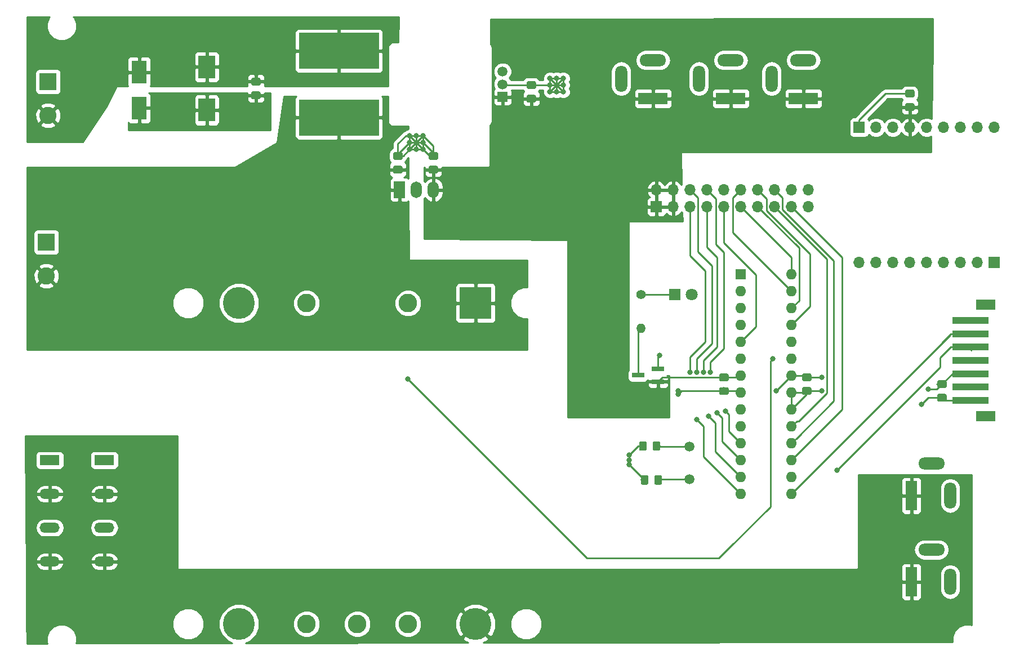
<source format=gbr>
G04 #@! TF.GenerationSoftware,KiCad,Pcbnew,(5.0.0)*
G04 #@! TF.CreationDate,2019-02-09T12:54:46-06:00*
G04 #@! TF.ProjectId,ArmPowerBoardV3,41726D506F776572426F61726456332E,rev?*
G04 #@! TF.SameCoordinates,Original*
G04 #@! TF.FileFunction,Copper,L1,Top,Signal*
G04 #@! TF.FilePolarity,Positive*
%FSLAX46Y46*%
G04 Gerber Fmt 4.6, Leading zero omitted, Abs format (unit mm)*
G04 Created by KiCad (PCBNEW (5.0.0)) date 02/09/19 12:54:46*
%MOMM*%
%LPD*%
G01*
G04 APERTURE LIST*
G04 #@! TA.AperFunction,ComponentPad*
%ADD10R,1.600000X1.600000*%
G04 #@! TD*
G04 #@! TA.AperFunction,ComponentPad*
%ADD11O,1.600000X1.600000*%
G04 #@! TD*
G04 #@! TA.AperFunction,Conductor*
%ADD12C,0.100000*%
G04 #@! TD*
G04 #@! TA.AperFunction,SMDPad,CuDef*
%ADD13C,1.150000*%
G04 #@! TD*
G04 #@! TA.AperFunction,SMDPad,CuDef*
%ADD14R,2.500000X3.500000*%
G04 #@! TD*
G04 #@! TA.AperFunction,SMDPad,CuDef*
%ADD15R,2.300000X3.500000*%
G04 #@! TD*
G04 #@! TA.AperFunction,ComponentPad*
%ADD16R,1.800000X1.800000*%
G04 #@! TD*
G04 #@! TA.AperFunction,ComponentPad*
%ADD17C,1.800000*%
G04 #@! TD*
G04 #@! TA.AperFunction,ComponentPad*
%ADD18R,3.000000X1.500000*%
G04 #@! TD*
G04 #@! TA.AperFunction,ComponentPad*
%ADD19O,3.000000X1.500000*%
G04 #@! TD*
G04 #@! TA.AperFunction,ComponentPad*
%ADD20R,2.600000X2.600000*%
G04 #@! TD*
G04 #@! TA.AperFunction,ComponentPad*
%ADD21C,2.600000*%
G04 #@! TD*
G04 #@! TA.AperFunction,ComponentPad*
%ADD22R,1.700000X1.700000*%
G04 #@! TD*
G04 #@! TA.AperFunction,ComponentPad*
%ADD23O,1.700000X1.700000*%
G04 #@! TD*
G04 #@! TA.AperFunction,SMDPad,CuDef*
%ADD24R,5.500000X1.000000*%
G04 #@! TD*
G04 #@! TA.AperFunction,SMDPad,CuDef*
%ADD25R,3.000000X1.600000*%
G04 #@! TD*
G04 #@! TA.AperFunction,ComponentPad*
%ADD26C,1.400000*%
G04 #@! TD*
G04 #@! TA.AperFunction,ComponentPad*
%ADD27O,1.400000X1.400000*%
G04 #@! TD*
G04 #@! TA.AperFunction,ComponentPad*
%ADD28C,1.500000*%
G04 #@! TD*
G04 #@! TA.AperFunction,ComponentPad*
%ADD29R,1.500000X1.500000*%
G04 #@! TD*
G04 #@! TA.AperFunction,SMDPad,CuDef*
%ADD30R,12.000000X5.500000*%
G04 #@! TD*
G04 #@! TA.AperFunction,ComponentPad*
%ADD31R,4.800000X4.800000*%
G04 #@! TD*
G04 #@! TA.AperFunction,ComponentPad*
%ADD32C,2.800000*%
G04 #@! TD*
G04 #@! TA.AperFunction,ComponentPad*
%ADD33C,4.800000*%
G04 #@! TD*
G04 #@! TA.AperFunction,SMDPad,CuDef*
%ADD34R,1.900000X0.800000*%
G04 #@! TD*
G04 #@! TA.AperFunction,ComponentPad*
%ADD35R,1.700000X2.500000*%
G04 #@! TD*
G04 #@! TA.AperFunction,ComponentPad*
%ADD36O,1.700000X2.500000*%
G04 #@! TD*
G04 #@! TA.AperFunction,ComponentPad*
%ADD37O,4.000000X1.800000*%
G04 #@! TD*
G04 #@! TA.AperFunction,ComponentPad*
%ADD38O,1.800000X4.000000*%
G04 #@! TD*
G04 #@! TA.AperFunction,ComponentPad*
%ADD39R,1.800000X4.400000*%
G04 #@! TD*
G04 #@! TA.AperFunction,ComponentPad*
%ADD40R,4.400000X1.800000*%
G04 #@! TD*
G04 #@! TA.AperFunction,ViaPad*
%ADD41C,0.800000*%
G04 #@! TD*
G04 #@! TA.AperFunction,Conductor*
%ADD42C,0.250000*%
G04 #@! TD*
G04 #@! TA.AperFunction,Conductor*
%ADD43C,0.254000*%
G04 #@! TD*
G04 APERTURE END LIST*
D10*
G04 #@! TO.P,J10,1*
G04 #@! TO.N,Net-(J10-Pad1)*
X129032000Y-72898000D03*
D11*
G04 #@! TO.P,J10,15*
G04 #@! TO.N,RX1*
X136652000Y-105918000D03*
G04 #@! TO.P,J10,2*
G04 #@! TO.N,Rx*
X129032000Y-75438000D03*
G04 #@! TO.P,J10,16*
G04 #@! TO.N,TX1*
X136652000Y-103378000D03*
G04 #@! TO.P,J10,3*
G04 #@! TO.N,Tx*
X129032000Y-77978000D03*
G04 #@! TO.P,J10,17*
G04 #@! TO.N,Net-(J10-Pad17)*
X136652000Y-100838000D03*
G04 #@! TO.P,J10,4*
G04 #@! TO.N,Net-(D2-Pad2)*
X129032000Y-80518000D03*
G04 #@! TO.P,J10,18*
G04 #@! TO.N,Net-(J10-Pad18)*
X136652000Y-98298000D03*
G04 #@! TO.P,J10,5*
G04 #@! TO.N,Net-(J10-Pad5)*
X129032000Y-83058000D03*
G04 #@! TO.P,J10,19*
G04 #@! TO.N,Net-(J10-Pad19)*
X136652000Y-95758000D03*
G04 #@! TO.P,J10,6*
G04 #@! TO.N,ONoff*
X129032000Y-85598000D03*
G04 #@! TO.P,J10,20*
G04 #@! TO.N,5v+*
X136652000Y-93218000D03*
G04 #@! TO.P,J10,7*
X129032000Y-88138000D03*
G04 #@! TO.P,J10,21*
X136652000Y-90678000D03*
G04 #@! TO.P,J10,8*
G04 #@! TO.N,GND*
X129032000Y-90678000D03*
G04 #@! TO.P,J10,22*
X136652000Y-88138000D03*
G04 #@! TO.P,J10,9*
G04 #@! TO.N,Net-(C2-Pad1)*
X129032000Y-93218000D03*
G04 #@! TO.P,J10,23*
G04 #@! TO.N,ISense*
X136652000Y-85598000D03*
G04 #@! TO.P,J10,10*
G04 #@! TO.N,Net-(C4-Pad1)*
X129032000Y-95758000D03*
G04 #@! TO.P,J10,24*
G04 #@! TO.N,TempSense*
X136652000Y-83058000D03*
G04 #@! TO.P,J10,11*
G04 #@! TO.N,Net-(J10-Pad11)*
X129032000Y-98298000D03*
G04 #@! TO.P,J10,25*
G04 #@! TO.N,Net-(J10-Pad25)*
X136652000Y-80518000D03*
G04 #@! TO.P,J10,12*
G04 #@! TO.N,Net-(J10-Pad12)*
X129032000Y-100838000D03*
G04 #@! TO.P,J10,26*
G04 #@! TO.N,Net-(J10-Pad26)*
X136652000Y-77978000D03*
G04 #@! TO.P,J10,13*
G04 #@! TO.N,Net-(J10-Pad13)*
X129032000Y-103378000D03*
G04 #@! TO.P,J10,27*
G04 #@! TO.N,Net-(J10-Pad27)*
X136652000Y-75438000D03*
G04 #@! TO.P,J10,14*
G04 #@! TO.N,Net-(J10-Pad14)*
X129032000Y-105918000D03*
G04 #@! TO.P,J10,28*
G04 #@! TO.N,Net-(J10-Pad28)*
X136652000Y-72898000D03*
G04 #@! TD*
D12*
G04 #@! TO.N,GND*
G04 #@! TO.C,C1*
G36*
X98010505Y-43867204D02*
X98034773Y-43870804D01*
X98058572Y-43876765D01*
X98081671Y-43885030D01*
X98103850Y-43895520D01*
X98124893Y-43908132D01*
X98144599Y-43922747D01*
X98162777Y-43939223D01*
X98179253Y-43957401D01*
X98193868Y-43977107D01*
X98206480Y-43998150D01*
X98216970Y-44020329D01*
X98225235Y-44043428D01*
X98231196Y-44067227D01*
X98234796Y-44091495D01*
X98236000Y-44115999D01*
X98236000Y-44766001D01*
X98234796Y-44790505D01*
X98231196Y-44814773D01*
X98225235Y-44838572D01*
X98216970Y-44861671D01*
X98206480Y-44883850D01*
X98193868Y-44904893D01*
X98179253Y-44924599D01*
X98162777Y-44942777D01*
X98144599Y-44959253D01*
X98124893Y-44973868D01*
X98103850Y-44986480D01*
X98081671Y-44996970D01*
X98058572Y-45005235D01*
X98034773Y-45011196D01*
X98010505Y-45014796D01*
X97986001Y-45016000D01*
X97085999Y-45016000D01*
X97061495Y-45014796D01*
X97037227Y-45011196D01*
X97013428Y-45005235D01*
X96990329Y-44996970D01*
X96968150Y-44986480D01*
X96947107Y-44973868D01*
X96927401Y-44959253D01*
X96909223Y-44942777D01*
X96892747Y-44924599D01*
X96878132Y-44904893D01*
X96865520Y-44883850D01*
X96855030Y-44861671D01*
X96846765Y-44838572D01*
X96840804Y-44814773D01*
X96837204Y-44790505D01*
X96836000Y-44766001D01*
X96836000Y-44115999D01*
X96837204Y-44091495D01*
X96840804Y-44067227D01*
X96846765Y-44043428D01*
X96855030Y-44020329D01*
X96865520Y-43998150D01*
X96878132Y-43977107D01*
X96892747Y-43957401D01*
X96909223Y-43939223D01*
X96927401Y-43922747D01*
X96947107Y-43908132D01*
X96968150Y-43895520D01*
X96990329Y-43885030D01*
X97013428Y-43876765D01*
X97037227Y-43870804D01*
X97061495Y-43867204D01*
X97085999Y-43866000D01*
X97986001Y-43866000D01*
X98010505Y-43867204D01*
X98010505Y-43867204D01*
G37*
D13*
G04 #@! TD*
G04 #@! TO.P,C1,1*
G04 #@! TO.N,GND*
X97536000Y-44441000D03*
D12*
G04 #@! TO.N,5v+*
G04 #@! TO.C,C1*
G36*
X98010505Y-45917204D02*
X98034773Y-45920804D01*
X98058572Y-45926765D01*
X98081671Y-45935030D01*
X98103850Y-45945520D01*
X98124893Y-45958132D01*
X98144599Y-45972747D01*
X98162777Y-45989223D01*
X98179253Y-46007401D01*
X98193868Y-46027107D01*
X98206480Y-46048150D01*
X98216970Y-46070329D01*
X98225235Y-46093428D01*
X98231196Y-46117227D01*
X98234796Y-46141495D01*
X98236000Y-46165999D01*
X98236000Y-46816001D01*
X98234796Y-46840505D01*
X98231196Y-46864773D01*
X98225235Y-46888572D01*
X98216970Y-46911671D01*
X98206480Y-46933850D01*
X98193868Y-46954893D01*
X98179253Y-46974599D01*
X98162777Y-46992777D01*
X98144599Y-47009253D01*
X98124893Y-47023868D01*
X98103850Y-47036480D01*
X98081671Y-47046970D01*
X98058572Y-47055235D01*
X98034773Y-47061196D01*
X98010505Y-47064796D01*
X97986001Y-47066000D01*
X97085999Y-47066000D01*
X97061495Y-47064796D01*
X97037227Y-47061196D01*
X97013428Y-47055235D01*
X96990329Y-47046970D01*
X96968150Y-47036480D01*
X96947107Y-47023868D01*
X96927401Y-47009253D01*
X96909223Y-46992777D01*
X96892747Y-46974599D01*
X96878132Y-46954893D01*
X96865520Y-46933850D01*
X96855030Y-46911671D01*
X96846765Y-46888572D01*
X96840804Y-46864773D01*
X96837204Y-46840505D01*
X96836000Y-46816001D01*
X96836000Y-46165999D01*
X96837204Y-46141495D01*
X96840804Y-46117227D01*
X96846765Y-46093428D01*
X96855030Y-46070329D01*
X96865520Y-46048150D01*
X96878132Y-46027107D01*
X96892747Y-46007401D01*
X96909223Y-45989223D01*
X96927401Y-45972747D01*
X96947107Y-45958132D01*
X96968150Y-45945520D01*
X96990329Y-45935030D01*
X97013428Y-45926765D01*
X97037227Y-45920804D01*
X97061495Y-45917204D01*
X97085999Y-45916000D01*
X97986001Y-45916000D01*
X98010505Y-45917204D01*
X98010505Y-45917204D01*
G37*
D13*
G04 #@! TD*
G04 #@! TO.P,C1,2*
G04 #@! TO.N,5v+*
X97536000Y-46491000D03*
D14*
G04 #@! TO.P,C3,1*
G04 #@! TO.N,Net-(BT1-Pad2)*
X48768000Y-41708000D03*
G04 #@! TO.P,C3,2*
G04 #@! TO.N,GND*
X48768000Y-48208000D03*
G04 #@! TD*
D15*
G04 #@! TO.P,D1,1*
G04 #@! TO.N,Net-(BT1-Pad2)*
X38608000Y-42512000D03*
G04 #@! TO.P,D1,2*
G04 #@! TO.N,GND*
X38608000Y-47912000D03*
G04 #@! TD*
D16*
G04 #@! TO.P,D2,1*
G04 #@! TO.N,Net-(D2-Pad1)*
X119084059Y-75968813D03*
D17*
G04 #@! TO.P,D2,2*
G04 #@! TO.N,Net-(D2-Pad2)*
X121624059Y-75968813D03*
G04 #@! TD*
D18*
G04 #@! TO.P,J1,1*
G04 #@! TO.N,12v-*
X25146000Y-100838000D03*
X33346000Y-100838000D03*
D19*
G04 #@! TO.P,J1,2*
G04 #@! TO.N,12v+*
X25146000Y-105918000D03*
X33346000Y-105918000D03*
G04 #@! TO.P,J1,3*
G04 #@! TO.N,12v-*
X25146000Y-110998000D03*
X33346000Y-110998000D03*
G04 #@! TO.P,J1,4*
G04 #@! TO.N,12v+*
X25146000Y-116078000D03*
X33346000Y-116078000D03*
G04 #@! TD*
D20*
G04 #@! TO.P,J4,1*
G04 #@! TO.N,GND*
X24638000Y-68072000D03*
D21*
G04 #@! TO.P,J4,2*
G04 #@! TO.N,24v*
X24638000Y-73152000D03*
G04 #@! TD*
D22*
G04 #@! TO.P,J9,1*
G04 #@! TO.N,GND*
X146812000Y-50800000D03*
D23*
G04 #@! TO.P,J9,2*
G04 #@! TO.N,N/C*
X149352000Y-50800000D03*
G04 #@! TO.P,J9,3*
X151892000Y-50800000D03*
G04 #@! TO.P,J9,4*
G04 #@! TO.N,5v+*
X154432000Y-50800000D03*
G04 #@! TO.P,J9,5*
G04 #@! TO.N,N/C*
X156972000Y-50800000D03*
G04 #@! TO.P,J9,6*
X159512000Y-50800000D03*
G04 #@! TO.P,J9,7*
X162052000Y-50800000D03*
G04 #@! TO.P,J9,8*
X164592000Y-50800000D03*
G04 #@! TO.P,J9,9*
X167132000Y-50800000D03*
G04 #@! TD*
G04 #@! TO.P,J11,9*
G04 #@! TO.N,Rx*
X146812000Y-71120000D03*
G04 #@! TO.P,J11,8*
G04 #@! TO.N,N/C*
X149352000Y-71120000D03*
G04 #@! TO.P,J11,7*
X151892000Y-71120000D03*
G04 #@! TO.P,J11,6*
X154432000Y-71120000D03*
G04 #@! TO.P,J11,5*
G04 #@! TO.N,Tx*
X156972000Y-71120000D03*
G04 #@! TO.P,J11,4*
G04 #@! TO.N,N/C*
X159512000Y-71120000D03*
G04 #@! TO.P,J11,3*
X162052000Y-71120000D03*
G04 #@! TO.P,J11,2*
X164592000Y-71120000D03*
D22*
G04 #@! TO.P,J11,1*
X167132000Y-71120000D03*
G04 #@! TD*
D24*
G04 #@! TO.P,J13,1*
G04 #@! TO.N,N/C*
X163584000Y-79852000D03*
G04 #@! TO.P,J13,2*
G04 #@! TO.N,RX1*
X163584000Y-81852000D03*
G04 #@! TO.P,J13,3*
G04 #@! TO.N,TX1*
X163584000Y-83852000D03*
G04 #@! TO.P,J13,4*
G04 #@! TO.N,N/C*
X163584000Y-85852000D03*
G04 #@! TO.P,J13,5*
G04 #@! TO.N,GND*
X163584000Y-87852000D03*
G04 #@! TO.P,J13,6*
G04 #@! TO.N,N/C*
X163584000Y-89852000D03*
G04 #@! TO.P,J13,7*
G04 #@! TO.N,5v+*
X163584000Y-91852000D03*
D25*
G04 #@! TO.P,J13,MP*
G04 #@! TO.N,N/C*
X165834000Y-77452000D03*
X165834000Y-94252000D03*
G04 #@! TD*
D26*
G04 #@! TO.P,R2,1*
G04 #@! TO.N,Net-(D2-Pad1)*
X114004059Y-75968813D03*
D27*
G04 #@! TO.P,R2,2*
G04 #@! TO.N,GND*
X114004059Y-81048813D03*
G04 #@! TD*
D28*
G04 #@! TO.P,U1,2*
G04 #@! TO.N,GND*
X93218000Y-44318000D03*
G04 #@! TO.P,U1,3*
G04 #@! TO.N,ISense*
X93218000Y-42408000D03*
D29*
G04 #@! TO.P,U1,1*
G04 #@! TO.N,5v+*
X93218000Y-46228000D03*
D30*
G04 #@! TO.P,U1,4*
G04 #@! TO.N,Net-(BT1-Pad2)*
X68618000Y-39318000D03*
G04 #@! TO.P,U1,5*
G04 #@! TO.N,24v*
X68618000Y-49318000D03*
G04 #@! TD*
D31*
G04 #@! TO.P,U2,1*
G04 #@! TO.N,24v*
X89154000Y-77221000D03*
D32*
G04 #@! TO.P,U2,2*
G04 #@! TO.N,ONoff*
X78994000Y-77221000D03*
G04 #@! TO.P,U2,3*
G04 #@! TO.N,N/C*
X63754000Y-77221000D03*
D33*
G04 #@! TO.P,U2,4*
G04 #@! TO.N,GND*
X53594000Y-77221000D03*
G04 #@! TO.P,U2,5*
G04 #@! TO.N,12v-*
X53594000Y-125471000D03*
D32*
G04 #@! TO.P,U2,6*
G04 #@! TO.N,N/C*
X63754000Y-125471000D03*
G04 #@! TO.P,U2,7*
X71374000Y-125471000D03*
G04 #@! TO.P,U2,8*
X78994000Y-125471000D03*
D33*
G04 #@! TO.P,U2,9*
G04 #@! TO.N,12v+*
X89154000Y-125471000D03*
G04 #@! TD*
D34*
G04 #@! TO.P,U4,1*
G04 #@! TO.N,5v+*
X116586000Y-89022000D03*
G04 #@! TO.P,U4,2*
G04 #@! TO.N,TempSense*
X116586000Y-87122000D03*
G04 #@! TO.P,U4,3*
G04 #@! TO.N,GND*
X113586000Y-88072000D03*
G04 #@! TD*
D28*
G04 #@! TO.P,Y1,1*
G04 #@! TO.N,Net-(C2-Pad1)*
X121268574Y-98795540D03*
G04 #@! TO.P,Y1,2*
G04 #@! TO.N,Net-(C4-Pad1)*
X121268574Y-103675540D03*
G04 #@! TD*
D20*
G04 #@! TO.P,BT1,1*
G04 #@! TO.N,GND*
X24892000Y-43942000D03*
D21*
G04 #@! TO.P,BT1,2*
G04 #@! TO.N,Net-(BT1-Pad2)*
X24892000Y-49022000D03*
G04 #@! TD*
D12*
G04 #@! TO.N,24v*
G04 #@! TO.C,C5*
G36*
X77944505Y-56576204D02*
X77968773Y-56579804D01*
X77992572Y-56585765D01*
X78015671Y-56594030D01*
X78037850Y-56604520D01*
X78058893Y-56617132D01*
X78078599Y-56631747D01*
X78096777Y-56648223D01*
X78113253Y-56666401D01*
X78127868Y-56686107D01*
X78140480Y-56707150D01*
X78150970Y-56729329D01*
X78159235Y-56752428D01*
X78165196Y-56776227D01*
X78168796Y-56800495D01*
X78170000Y-56824999D01*
X78170000Y-57475001D01*
X78168796Y-57499505D01*
X78165196Y-57523773D01*
X78159235Y-57547572D01*
X78150970Y-57570671D01*
X78140480Y-57592850D01*
X78127868Y-57613893D01*
X78113253Y-57633599D01*
X78096777Y-57651777D01*
X78078599Y-57668253D01*
X78058893Y-57682868D01*
X78037850Y-57695480D01*
X78015671Y-57705970D01*
X77992572Y-57714235D01*
X77968773Y-57720196D01*
X77944505Y-57723796D01*
X77920001Y-57725000D01*
X77019999Y-57725000D01*
X76995495Y-57723796D01*
X76971227Y-57720196D01*
X76947428Y-57714235D01*
X76924329Y-57705970D01*
X76902150Y-57695480D01*
X76881107Y-57682868D01*
X76861401Y-57668253D01*
X76843223Y-57651777D01*
X76826747Y-57633599D01*
X76812132Y-57613893D01*
X76799520Y-57592850D01*
X76789030Y-57570671D01*
X76780765Y-57547572D01*
X76774804Y-57523773D01*
X76771204Y-57499505D01*
X76770000Y-57475001D01*
X76770000Y-56824999D01*
X76771204Y-56800495D01*
X76774804Y-56776227D01*
X76780765Y-56752428D01*
X76789030Y-56729329D01*
X76799520Y-56707150D01*
X76812132Y-56686107D01*
X76826747Y-56666401D01*
X76843223Y-56648223D01*
X76861401Y-56631747D01*
X76881107Y-56617132D01*
X76902150Y-56604520D01*
X76924329Y-56594030D01*
X76947428Y-56585765D01*
X76971227Y-56579804D01*
X76995495Y-56576204D01*
X77019999Y-56575000D01*
X77920001Y-56575000D01*
X77944505Y-56576204D01*
X77944505Y-56576204D01*
G37*
D13*
G04 #@! TD*
G04 #@! TO.P,C5,1*
G04 #@! TO.N,24v*
X77470000Y-57150000D03*
D12*
G04 #@! TO.N,GND*
G04 #@! TO.C,C5*
G36*
X77944505Y-54526204D02*
X77968773Y-54529804D01*
X77992572Y-54535765D01*
X78015671Y-54544030D01*
X78037850Y-54554520D01*
X78058893Y-54567132D01*
X78078599Y-54581747D01*
X78096777Y-54598223D01*
X78113253Y-54616401D01*
X78127868Y-54636107D01*
X78140480Y-54657150D01*
X78150970Y-54679329D01*
X78159235Y-54702428D01*
X78165196Y-54726227D01*
X78168796Y-54750495D01*
X78170000Y-54774999D01*
X78170000Y-55425001D01*
X78168796Y-55449505D01*
X78165196Y-55473773D01*
X78159235Y-55497572D01*
X78150970Y-55520671D01*
X78140480Y-55542850D01*
X78127868Y-55563893D01*
X78113253Y-55583599D01*
X78096777Y-55601777D01*
X78078599Y-55618253D01*
X78058893Y-55632868D01*
X78037850Y-55645480D01*
X78015671Y-55655970D01*
X77992572Y-55664235D01*
X77968773Y-55670196D01*
X77944505Y-55673796D01*
X77920001Y-55675000D01*
X77019999Y-55675000D01*
X76995495Y-55673796D01*
X76971227Y-55670196D01*
X76947428Y-55664235D01*
X76924329Y-55655970D01*
X76902150Y-55645480D01*
X76881107Y-55632868D01*
X76861401Y-55618253D01*
X76843223Y-55601777D01*
X76826747Y-55583599D01*
X76812132Y-55563893D01*
X76799520Y-55542850D01*
X76789030Y-55520671D01*
X76780765Y-55497572D01*
X76774804Y-55473773D01*
X76771204Y-55449505D01*
X76770000Y-55425001D01*
X76770000Y-54774999D01*
X76771204Y-54750495D01*
X76774804Y-54726227D01*
X76780765Y-54702428D01*
X76789030Y-54679329D01*
X76799520Y-54657150D01*
X76812132Y-54636107D01*
X76826747Y-54616401D01*
X76843223Y-54598223D01*
X76861401Y-54581747D01*
X76881107Y-54567132D01*
X76902150Y-54554520D01*
X76924329Y-54544030D01*
X76947428Y-54535765D01*
X76971227Y-54529804D01*
X76995495Y-54526204D01*
X77019999Y-54525000D01*
X77920001Y-54525000D01*
X77944505Y-54526204D01*
X77944505Y-54526204D01*
G37*
D13*
G04 #@! TD*
G04 #@! TO.P,C5,2*
G04 #@! TO.N,GND*
X77470000Y-55100000D03*
D12*
G04 #@! TO.N,GND*
G04 #@! TO.C,C6*
G36*
X83278505Y-54526204D02*
X83302773Y-54529804D01*
X83326572Y-54535765D01*
X83349671Y-54544030D01*
X83371850Y-54554520D01*
X83392893Y-54567132D01*
X83412599Y-54581747D01*
X83430777Y-54598223D01*
X83447253Y-54616401D01*
X83461868Y-54636107D01*
X83474480Y-54657150D01*
X83484970Y-54679329D01*
X83493235Y-54702428D01*
X83499196Y-54726227D01*
X83502796Y-54750495D01*
X83504000Y-54774999D01*
X83504000Y-55425001D01*
X83502796Y-55449505D01*
X83499196Y-55473773D01*
X83493235Y-55497572D01*
X83484970Y-55520671D01*
X83474480Y-55542850D01*
X83461868Y-55563893D01*
X83447253Y-55583599D01*
X83430777Y-55601777D01*
X83412599Y-55618253D01*
X83392893Y-55632868D01*
X83371850Y-55645480D01*
X83349671Y-55655970D01*
X83326572Y-55664235D01*
X83302773Y-55670196D01*
X83278505Y-55673796D01*
X83254001Y-55675000D01*
X82353999Y-55675000D01*
X82329495Y-55673796D01*
X82305227Y-55670196D01*
X82281428Y-55664235D01*
X82258329Y-55655970D01*
X82236150Y-55645480D01*
X82215107Y-55632868D01*
X82195401Y-55618253D01*
X82177223Y-55601777D01*
X82160747Y-55583599D01*
X82146132Y-55563893D01*
X82133520Y-55542850D01*
X82123030Y-55520671D01*
X82114765Y-55497572D01*
X82108804Y-55473773D01*
X82105204Y-55449505D01*
X82104000Y-55425001D01*
X82104000Y-54774999D01*
X82105204Y-54750495D01*
X82108804Y-54726227D01*
X82114765Y-54702428D01*
X82123030Y-54679329D01*
X82133520Y-54657150D01*
X82146132Y-54636107D01*
X82160747Y-54616401D01*
X82177223Y-54598223D01*
X82195401Y-54581747D01*
X82215107Y-54567132D01*
X82236150Y-54554520D01*
X82258329Y-54544030D01*
X82281428Y-54535765D01*
X82305227Y-54529804D01*
X82329495Y-54526204D01*
X82353999Y-54525000D01*
X83254001Y-54525000D01*
X83278505Y-54526204D01*
X83278505Y-54526204D01*
G37*
D13*
G04 #@! TD*
G04 #@! TO.P,C6,2*
G04 #@! TO.N,GND*
X82804000Y-55100000D03*
D12*
G04 #@! TO.N,5v+*
G04 #@! TO.C,C6*
G36*
X83278505Y-56576204D02*
X83302773Y-56579804D01*
X83326572Y-56585765D01*
X83349671Y-56594030D01*
X83371850Y-56604520D01*
X83392893Y-56617132D01*
X83412599Y-56631747D01*
X83430777Y-56648223D01*
X83447253Y-56666401D01*
X83461868Y-56686107D01*
X83474480Y-56707150D01*
X83484970Y-56729329D01*
X83493235Y-56752428D01*
X83499196Y-56776227D01*
X83502796Y-56800495D01*
X83504000Y-56824999D01*
X83504000Y-57475001D01*
X83502796Y-57499505D01*
X83499196Y-57523773D01*
X83493235Y-57547572D01*
X83484970Y-57570671D01*
X83474480Y-57592850D01*
X83461868Y-57613893D01*
X83447253Y-57633599D01*
X83430777Y-57651777D01*
X83412599Y-57668253D01*
X83392893Y-57682868D01*
X83371850Y-57695480D01*
X83349671Y-57705970D01*
X83326572Y-57714235D01*
X83302773Y-57720196D01*
X83278505Y-57723796D01*
X83254001Y-57725000D01*
X82353999Y-57725000D01*
X82329495Y-57723796D01*
X82305227Y-57720196D01*
X82281428Y-57714235D01*
X82258329Y-57705970D01*
X82236150Y-57695480D01*
X82215107Y-57682868D01*
X82195401Y-57668253D01*
X82177223Y-57651777D01*
X82160747Y-57633599D01*
X82146132Y-57613893D01*
X82133520Y-57592850D01*
X82123030Y-57570671D01*
X82114765Y-57547572D01*
X82108804Y-57523773D01*
X82105204Y-57499505D01*
X82104000Y-57475001D01*
X82104000Y-56824999D01*
X82105204Y-56800495D01*
X82108804Y-56776227D01*
X82114765Y-56752428D01*
X82123030Y-56729329D01*
X82133520Y-56707150D01*
X82146132Y-56686107D01*
X82160747Y-56666401D01*
X82177223Y-56648223D01*
X82195401Y-56631747D01*
X82215107Y-56617132D01*
X82236150Y-56604520D01*
X82258329Y-56594030D01*
X82281428Y-56585765D01*
X82305227Y-56579804D01*
X82329495Y-56576204D01*
X82353999Y-56575000D01*
X83254001Y-56575000D01*
X83278505Y-56576204D01*
X83278505Y-56576204D01*
G37*
D13*
G04 #@! TD*
G04 #@! TO.P,C6,1*
G04 #@! TO.N,5v+*
X82804000Y-57150000D03*
D22*
G04 #@! TO.P,J8,1*
G04 #@! TO.N,5v+*
X116332000Y-62738000D03*
D23*
G04 #@! TO.P,J8,2*
X116332000Y-60198000D03*
G04 #@! TO.P,J8,3*
X118872000Y-62738000D03*
G04 #@! TO.P,J8,4*
X118872000Y-60198000D03*
G04 #@! TO.P,J8,5*
G04 #@! TO.N,Net-(J10-Pad14)*
X121412000Y-62738000D03*
G04 #@! TO.P,J8,6*
G04 #@! TO.N,Net-(J10-Pad13)*
X121412000Y-60198000D03*
G04 #@! TO.P,J8,7*
G04 #@! TO.N,Net-(J10-Pad12)*
X123952000Y-62738000D03*
G04 #@! TO.P,J8,8*
G04 #@! TO.N,Net-(J10-Pad11)*
X123952000Y-60198000D03*
G04 #@! TO.P,J8,9*
G04 #@! TO.N,Net-(J10-Pad5)*
X126492000Y-62738000D03*
G04 #@! TO.P,J8,10*
G04 #@! TO.N,Net-(J10-Pad1)*
X126492000Y-60198000D03*
G04 #@! TO.P,J8,11*
G04 #@! TO.N,Net-(J10-Pad28)*
X129032000Y-62738000D03*
G04 #@! TO.P,J8,12*
G04 #@! TO.N,Net-(J10-Pad27)*
X129032000Y-60198000D03*
G04 #@! TO.P,J8,13*
G04 #@! TO.N,Net-(J10-Pad26)*
X131572000Y-62738000D03*
G04 #@! TO.P,J8,14*
G04 #@! TO.N,Net-(J10-Pad25)*
X131572000Y-60198000D03*
G04 #@! TO.P,J8,15*
G04 #@! TO.N,Net-(J10-Pad19)*
X134112000Y-62738000D03*
G04 #@! TO.P,J8,16*
G04 #@! TO.N,Net-(J10-Pad18)*
X134112000Y-60198000D03*
G04 #@! TO.P,J8,17*
G04 #@! TO.N,Net-(J10-Pad17)*
X136652000Y-62738000D03*
G04 #@! TO.P,J8,18*
G04 #@! TO.N,GND*
X136652000Y-60198000D03*
G04 #@! TO.P,J8,19*
X139192000Y-62738000D03*
G04 #@! TO.P,J8,20*
X139192000Y-60198000D03*
G04 #@! TD*
D35*
G04 #@! TO.P,U3,1*
G04 #@! TO.N,24v*
X77724000Y-60198000D03*
D36*
G04 #@! TO.P,U3,2*
G04 #@! TO.N,GND*
X80264000Y-60198000D03*
G04 #@! TO.P,U3,3*
G04 #@! TO.N,5v+*
X82804000Y-60198000D03*
G04 #@! TD*
D12*
G04 #@! TO.N,GND*
G04 #@! TO.C,C7*
G36*
X159732505Y-88825204D02*
X159756773Y-88828804D01*
X159780572Y-88834765D01*
X159803671Y-88843030D01*
X159825850Y-88853520D01*
X159846893Y-88866132D01*
X159866599Y-88880747D01*
X159884777Y-88897223D01*
X159901253Y-88915401D01*
X159915868Y-88935107D01*
X159928480Y-88956150D01*
X159938970Y-88978329D01*
X159947235Y-89001428D01*
X159953196Y-89025227D01*
X159956796Y-89049495D01*
X159958000Y-89073999D01*
X159958000Y-89724001D01*
X159956796Y-89748505D01*
X159953196Y-89772773D01*
X159947235Y-89796572D01*
X159938970Y-89819671D01*
X159928480Y-89841850D01*
X159915868Y-89862893D01*
X159901253Y-89882599D01*
X159884777Y-89900777D01*
X159866599Y-89917253D01*
X159846893Y-89931868D01*
X159825850Y-89944480D01*
X159803671Y-89954970D01*
X159780572Y-89963235D01*
X159756773Y-89969196D01*
X159732505Y-89972796D01*
X159708001Y-89974000D01*
X158807999Y-89974000D01*
X158783495Y-89972796D01*
X158759227Y-89969196D01*
X158735428Y-89963235D01*
X158712329Y-89954970D01*
X158690150Y-89944480D01*
X158669107Y-89931868D01*
X158649401Y-89917253D01*
X158631223Y-89900777D01*
X158614747Y-89882599D01*
X158600132Y-89862893D01*
X158587520Y-89841850D01*
X158577030Y-89819671D01*
X158568765Y-89796572D01*
X158562804Y-89772773D01*
X158559204Y-89748505D01*
X158558000Y-89724001D01*
X158558000Y-89073999D01*
X158559204Y-89049495D01*
X158562804Y-89025227D01*
X158568765Y-89001428D01*
X158577030Y-88978329D01*
X158587520Y-88956150D01*
X158600132Y-88935107D01*
X158614747Y-88915401D01*
X158631223Y-88897223D01*
X158649401Y-88880747D01*
X158669107Y-88866132D01*
X158690150Y-88853520D01*
X158712329Y-88843030D01*
X158735428Y-88834765D01*
X158759227Y-88828804D01*
X158783495Y-88825204D01*
X158807999Y-88824000D01*
X159708001Y-88824000D01*
X159732505Y-88825204D01*
X159732505Y-88825204D01*
G37*
D13*
G04 #@! TD*
G04 #@! TO.P,C7,1*
G04 #@! TO.N,GND*
X159258000Y-89399000D03*
D12*
G04 #@! TO.N,5v+*
G04 #@! TO.C,C7*
G36*
X159732505Y-90875204D02*
X159756773Y-90878804D01*
X159780572Y-90884765D01*
X159803671Y-90893030D01*
X159825850Y-90903520D01*
X159846893Y-90916132D01*
X159866599Y-90930747D01*
X159884777Y-90947223D01*
X159901253Y-90965401D01*
X159915868Y-90985107D01*
X159928480Y-91006150D01*
X159938970Y-91028329D01*
X159947235Y-91051428D01*
X159953196Y-91075227D01*
X159956796Y-91099495D01*
X159958000Y-91123999D01*
X159958000Y-91774001D01*
X159956796Y-91798505D01*
X159953196Y-91822773D01*
X159947235Y-91846572D01*
X159938970Y-91869671D01*
X159928480Y-91891850D01*
X159915868Y-91912893D01*
X159901253Y-91932599D01*
X159884777Y-91950777D01*
X159866599Y-91967253D01*
X159846893Y-91981868D01*
X159825850Y-91994480D01*
X159803671Y-92004970D01*
X159780572Y-92013235D01*
X159756773Y-92019196D01*
X159732505Y-92022796D01*
X159708001Y-92024000D01*
X158807999Y-92024000D01*
X158783495Y-92022796D01*
X158759227Y-92019196D01*
X158735428Y-92013235D01*
X158712329Y-92004970D01*
X158690150Y-91994480D01*
X158669107Y-91981868D01*
X158649401Y-91967253D01*
X158631223Y-91950777D01*
X158614747Y-91932599D01*
X158600132Y-91912893D01*
X158587520Y-91891850D01*
X158577030Y-91869671D01*
X158568765Y-91846572D01*
X158562804Y-91822773D01*
X158559204Y-91798505D01*
X158558000Y-91774001D01*
X158558000Y-91123999D01*
X158559204Y-91099495D01*
X158562804Y-91075227D01*
X158568765Y-91051428D01*
X158577030Y-91028329D01*
X158587520Y-91006150D01*
X158600132Y-90985107D01*
X158614747Y-90965401D01*
X158631223Y-90947223D01*
X158649401Y-90930747D01*
X158669107Y-90916132D01*
X158690150Y-90903520D01*
X158712329Y-90893030D01*
X158735428Y-90884765D01*
X158759227Y-90878804D01*
X158783495Y-90875204D01*
X158807999Y-90874000D01*
X159708001Y-90874000D01*
X159732505Y-90875204D01*
X159732505Y-90875204D01*
G37*
D13*
G04 #@! TD*
G04 #@! TO.P,C7,2*
G04 #@! TO.N,5v+*
X159258000Y-91449000D03*
D12*
G04 #@! TO.N,GND*
G04 #@! TO.C,C8*
G36*
X56608505Y-45409204D02*
X56632773Y-45412804D01*
X56656572Y-45418765D01*
X56679671Y-45427030D01*
X56701850Y-45437520D01*
X56722893Y-45450132D01*
X56742599Y-45464747D01*
X56760777Y-45481223D01*
X56777253Y-45499401D01*
X56791868Y-45519107D01*
X56804480Y-45540150D01*
X56814970Y-45562329D01*
X56823235Y-45585428D01*
X56829196Y-45609227D01*
X56832796Y-45633495D01*
X56834000Y-45657999D01*
X56834000Y-46308001D01*
X56832796Y-46332505D01*
X56829196Y-46356773D01*
X56823235Y-46380572D01*
X56814970Y-46403671D01*
X56804480Y-46425850D01*
X56791868Y-46446893D01*
X56777253Y-46466599D01*
X56760777Y-46484777D01*
X56742599Y-46501253D01*
X56722893Y-46515868D01*
X56701850Y-46528480D01*
X56679671Y-46538970D01*
X56656572Y-46547235D01*
X56632773Y-46553196D01*
X56608505Y-46556796D01*
X56584001Y-46558000D01*
X55683999Y-46558000D01*
X55659495Y-46556796D01*
X55635227Y-46553196D01*
X55611428Y-46547235D01*
X55588329Y-46538970D01*
X55566150Y-46528480D01*
X55545107Y-46515868D01*
X55525401Y-46501253D01*
X55507223Y-46484777D01*
X55490747Y-46466599D01*
X55476132Y-46446893D01*
X55463520Y-46425850D01*
X55453030Y-46403671D01*
X55444765Y-46380572D01*
X55438804Y-46356773D01*
X55435204Y-46332505D01*
X55434000Y-46308001D01*
X55434000Y-45657999D01*
X55435204Y-45633495D01*
X55438804Y-45609227D01*
X55444765Y-45585428D01*
X55453030Y-45562329D01*
X55463520Y-45540150D01*
X55476132Y-45519107D01*
X55490747Y-45499401D01*
X55507223Y-45481223D01*
X55525401Y-45464747D01*
X55545107Y-45450132D01*
X55566150Y-45437520D01*
X55588329Y-45427030D01*
X55611428Y-45418765D01*
X55635227Y-45412804D01*
X55659495Y-45409204D01*
X55683999Y-45408000D01*
X56584001Y-45408000D01*
X56608505Y-45409204D01*
X56608505Y-45409204D01*
G37*
D13*
G04 #@! TD*
G04 #@! TO.P,C8,2*
G04 #@! TO.N,GND*
X56134000Y-45983000D03*
D12*
G04 #@! TO.N,Net-(BT1-Pad2)*
G04 #@! TO.C,C8*
G36*
X56608505Y-43359204D02*
X56632773Y-43362804D01*
X56656572Y-43368765D01*
X56679671Y-43377030D01*
X56701850Y-43387520D01*
X56722893Y-43400132D01*
X56742599Y-43414747D01*
X56760777Y-43431223D01*
X56777253Y-43449401D01*
X56791868Y-43469107D01*
X56804480Y-43490150D01*
X56814970Y-43512329D01*
X56823235Y-43535428D01*
X56829196Y-43559227D01*
X56832796Y-43583495D01*
X56834000Y-43607999D01*
X56834000Y-44258001D01*
X56832796Y-44282505D01*
X56829196Y-44306773D01*
X56823235Y-44330572D01*
X56814970Y-44353671D01*
X56804480Y-44375850D01*
X56791868Y-44396893D01*
X56777253Y-44416599D01*
X56760777Y-44434777D01*
X56742599Y-44451253D01*
X56722893Y-44465868D01*
X56701850Y-44478480D01*
X56679671Y-44488970D01*
X56656572Y-44497235D01*
X56632773Y-44503196D01*
X56608505Y-44506796D01*
X56584001Y-44508000D01*
X55683999Y-44508000D01*
X55659495Y-44506796D01*
X55635227Y-44503196D01*
X55611428Y-44497235D01*
X55588329Y-44488970D01*
X55566150Y-44478480D01*
X55545107Y-44465868D01*
X55525401Y-44451253D01*
X55507223Y-44434777D01*
X55490747Y-44416599D01*
X55476132Y-44396893D01*
X55463520Y-44375850D01*
X55453030Y-44353671D01*
X55444765Y-44330572D01*
X55438804Y-44306773D01*
X55435204Y-44282505D01*
X55434000Y-44258001D01*
X55434000Y-43607999D01*
X55435204Y-43583495D01*
X55438804Y-43559227D01*
X55444765Y-43535428D01*
X55453030Y-43512329D01*
X55463520Y-43490150D01*
X55476132Y-43469107D01*
X55490747Y-43449401D01*
X55507223Y-43431223D01*
X55525401Y-43414747D01*
X55545107Y-43400132D01*
X55566150Y-43387520D01*
X55588329Y-43377030D01*
X55611428Y-43368765D01*
X55635227Y-43362804D01*
X55659495Y-43359204D01*
X55683999Y-43358000D01*
X56584001Y-43358000D01*
X56608505Y-43359204D01*
X56608505Y-43359204D01*
G37*
D13*
G04 #@! TD*
G04 #@! TO.P,C8,1*
G04 #@! TO.N,Net-(BT1-Pad2)*
X56134000Y-43933000D03*
D12*
G04 #@! TO.N,GND*
G04 #@! TO.C,C9*
G36*
X126966505Y-89868204D02*
X126990773Y-89871804D01*
X127014572Y-89877765D01*
X127037671Y-89886030D01*
X127059850Y-89896520D01*
X127080893Y-89909132D01*
X127100599Y-89923747D01*
X127118777Y-89940223D01*
X127135253Y-89958401D01*
X127149868Y-89978107D01*
X127162480Y-89999150D01*
X127172970Y-90021329D01*
X127181235Y-90044428D01*
X127187196Y-90068227D01*
X127190796Y-90092495D01*
X127192000Y-90116999D01*
X127192000Y-90767001D01*
X127190796Y-90791505D01*
X127187196Y-90815773D01*
X127181235Y-90839572D01*
X127172970Y-90862671D01*
X127162480Y-90884850D01*
X127149868Y-90905893D01*
X127135253Y-90925599D01*
X127118777Y-90943777D01*
X127100599Y-90960253D01*
X127080893Y-90974868D01*
X127059850Y-90987480D01*
X127037671Y-90997970D01*
X127014572Y-91006235D01*
X126990773Y-91012196D01*
X126966505Y-91015796D01*
X126942001Y-91017000D01*
X126041999Y-91017000D01*
X126017495Y-91015796D01*
X125993227Y-91012196D01*
X125969428Y-91006235D01*
X125946329Y-90997970D01*
X125924150Y-90987480D01*
X125903107Y-90974868D01*
X125883401Y-90960253D01*
X125865223Y-90943777D01*
X125848747Y-90925599D01*
X125834132Y-90905893D01*
X125821520Y-90884850D01*
X125811030Y-90862671D01*
X125802765Y-90839572D01*
X125796804Y-90815773D01*
X125793204Y-90791505D01*
X125792000Y-90767001D01*
X125792000Y-90116999D01*
X125793204Y-90092495D01*
X125796804Y-90068227D01*
X125802765Y-90044428D01*
X125811030Y-90021329D01*
X125821520Y-89999150D01*
X125834132Y-89978107D01*
X125848747Y-89958401D01*
X125865223Y-89940223D01*
X125883401Y-89923747D01*
X125903107Y-89909132D01*
X125924150Y-89896520D01*
X125946329Y-89886030D01*
X125969428Y-89877765D01*
X125993227Y-89871804D01*
X126017495Y-89868204D01*
X126041999Y-89867000D01*
X126942001Y-89867000D01*
X126966505Y-89868204D01*
X126966505Y-89868204D01*
G37*
D13*
G04 #@! TD*
G04 #@! TO.P,C9,1*
G04 #@! TO.N,GND*
X126492000Y-90442000D03*
D12*
G04 #@! TO.N,5v+*
G04 #@! TO.C,C9*
G36*
X126966505Y-87818204D02*
X126990773Y-87821804D01*
X127014572Y-87827765D01*
X127037671Y-87836030D01*
X127059850Y-87846520D01*
X127080893Y-87859132D01*
X127100599Y-87873747D01*
X127118777Y-87890223D01*
X127135253Y-87908401D01*
X127149868Y-87928107D01*
X127162480Y-87949150D01*
X127172970Y-87971329D01*
X127181235Y-87994428D01*
X127187196Y-88018227D01*
X127190796Y-88042495D01*
X127192000Y-88066999D01*
X127192000Y-88717001D01*
X127190796Y-88741505D01*
X127187196Y-88765773D01*
X127181235Y-88789572D01*
X127172970Y-88812671D01*
X127162480Y-88834850D01*
X127149868Y-88855893D01*
X127135253Y-88875599D01*
X127118777Y-88893777D01*
X127100599Y-88910253D01*
X127080893Y-88924868D01*
X127059850Y-88937480D01*
X127037671Y-88947970D01*
X127014572Y-88956235D01*
X126990773Y-88962196D01*
X126966505Y-88965796D01*
X126942001Y-88967000D01*
X126041999Y-88967000D01*
X126017495Y-88965796D01*
X125993227Y-88962196D01*
X125969428Y-88956235D01*
X125946329Y-88947970D01*
X125924150Y-88937480D01*
X125903107Y-88924868D01*
X125883401Y-88910253D01*
X125865223Y-88893777D01*
X125848747Y-88875599D01*
X125834132Y-88855893D01*
X125821520Y-88834850D01*
X125811030Y-88812671D01*
X125802765Y-88789572D01*
X125796804Y-88765773D01*
X125793204Y-88741505D01*
X125792000Y-88717001D01*
X125792000Y-88066999D01*
X125793204Y-88042495D01*
X125796804Y-88018227D01*
X125802765Y-87994428D01*
X125811030Y-87971329D01*
X125821520Y-87949150D01*
X125834132Y-87928107D01*
X125848747Y-87908401D01*
X125865223Y-87890223D01*
X125883401Y-87873747D01*
X125903107Y-87859132D01*
X125924150Y-87846520D01*
X125946329Y-87836030D01*
X125969428Y-87827765D01*
X125993227Y-87821804D01*
X126017495Y-87818204D01*
X126041999Y-87817000D01*
X126942001Y-87817000D01*
X126966505Y-87818204D01*
X126966505Y-87818204D01*
G37*
D13*
G04 #@! TD*
G04 #@! TO.P,C9,2*
G04 #@! TO.N,5v+*
X126492000Y-88392000D03*
D12*
G04 #@! TO.N,5v+*
G04 #@! TO.C,C10*
G36*
X154906505Y-47187204D02*
X154930773Y-47190804D01*
X154954572Y-47196765D01*
X154977671Y-47205030D01*
X154999850Y-47215520D01*
X155020893Y-47228132D01*
X155040599Y-47242747D01*
X155058777Y-47259223D01*
X155075253Y-47277401D01*
X155089868Y-47297107D01*
X155102480Y-47318150D01*
X155112970Y-47340329D01*
X155121235Y-47363428D01*
X155127196Y-47387227D01*
X155130796Y-47411495D01*
X155132000Y-47435999D01*
X155132000Y-48086001D01*
X155130796Y-48110505D01*
X155127196Y-48134773D01*
X155121235Y-48158572D01*
X155112970Y-48181671D01*
X155102480Y-48203850D01*
X155089868Y-48224893D01*
X155075253Y-48244599D01*
X155058777Y-48262777D01*
X155040599Y-48279253D01*
X155020893Y-48293868D01*
X154999850Y-48306480D01*
X154977671Y-48316970D01*
X154954572Y-48325235D01*
X154930773Y-48331196D01*
X154906505Y-48334796D01*
X154882001Y-48336000D01*
X153981999Y-48336000D01*
X153957495Y-48334796D01*
X153933227Y-48331196D01*
X153909428Y-48325235D01*
X153886329Y-48316970D01*
X153864150Y-48306480D01*
X153843107Y-48293868D01*
X153823401Y-48279253D01*
X153805223Y-48262777D01*
X153788747Y-48244599D01*
X153774132Y-48224893D01*
X153761520Y-48203850D01*
X153751030Y-48181671D01*
X153742765Y-48158572D01*
X153736804Y-48134773D01*
X153733204Y-48110505D01*
X153732000Y-48086001D01*
X153732000Y-47435999D01*
X153733204Y-47411495D01*
X153736804Y-47387227D01*
X153742765Y-47363428D01*
X153751030Y-47340329D01*
X153761520Y-47318150D01*
X153774132Y-47297107D01*
X153788747Y-47277401D01*
X153805223Y-47259223D01*
X153823401Y-47242747D01*
X153843107Y-47228132D01*
X153864150Y-47215520D01*
X153886329Y-47205030D01*
X153909428Y-47196765D01*
X153933227Y-47190804D01*
X153957495Y-47187204D01*
X153981999Y-47186000D01*
X154882001Y-47186000D01*
X154906505Y-47187204D01*
X154906505Y-47187204D01*
G37*
D13*
G04 #@! TD*
G04 #@! TO.P,C10,2*
G04 #@! TO.N,5v+*
X154432000Y-47761000D03*
D12*
G04 #@! TO.N,GND*
G04 #@! TO.C,C10*
G36*
X154906505Y-45137204D02*
X154930773Y-45140804D01*
X154954572Y-45146765D01*
X154977671Y-45155030D01*
X154999850Y-45165520D01*
X155020893Y-45178132D01*
X155040599Y-45192747D01*
X155058777Y-45209223D01*
X155075253Y-45227401D01*
X155089868Y-45247107D01*
X155102480Y-45268150D01*
X155112970Y-45290329D01*
X155121235Y-45313428D01*
X155127196Y-45337227D01*
X155130796Y-45361495D01*
X155132000Y-45385999D01*
X155132000Y-46036001D01*
X155130796Y-46060505D01*
X155127196Y-46084773D01*
X155121235Y-46108572D01*
X155112970Y-46131671D01*
X155102480Y-46153850D01*
X155089868Y-46174893D01*
X155075253Y-46194599D01*
X155058777Y-46212777D01*
X155040599Y-46229253D01*
X155020893Y-46243868D01*
X154999850Y-46256480D01*
X154977671Y-46266970D01*
X154954572Y-46275235D01*
X154930773Y-46281196D01*
X154906505Y-46284796D01*
X154882001Y-46286000D01*
X153981999Y-46286000D01*
X153957495Y-46284796D01*
X153933227Y-46281196D01*
X153909428Y-46275235D01*
X153886329Y-46266970D01*
X153864150Y-46256480D01*
X153843107Y-46243868D01*
X153823401Y-46229253D01*
X153805223Y-46212777D01*
X153788747Y-46194599D01*
X153774132Y-46174893D01*
X153761520Y-46153850D01*
X153751030Y-46131671D01*
X153742765Y-46108572D01*
X153736804Y-46084773D01*
X153733204Y-46060505D01*
X153732000Y-46036001D01*
X153732000Y-45385999D01*
X153733204Y-45361495D01*
X153736804Y-45337227D01*
X153742765Y-45313428D01*
X153751030Y-45290329D01*
X153761520Y-45268150D01*
X153774132Y-45247107D01*
X153788747Y-45227401D01*
X153805223Y-45209223D01*
X153823401Y-45192747D01*
X153843107Y-45178132D01*
X153864150Y-45165520D01*
X153886329Y-45155030D01*
X153909428Y-45146765D01*
X153933227Y-45140804D01*
X153957495Y-45137204D01*
X153981999Y-45136000D01*
X154882001Y-45136000D01*
X154906505Y-45137204D01*
X154906505Y-45137204D01*
G37*
D13*
G04 #@! TD*
G04 #@! TO.P,C10,1*
G04 #@! TO.N,GND*
X154432000Y-45711000D03*
D12*
G04 #@! TO.N,GND*
G04 #@! TO.C,C11*
G36*
X139412505Y-87809204D02*
X139436773Y-87812804D01*
X139460572Y-87818765D01*
X139483671Y-87827030D01*
X139505850Y-87837520D01*
X139526893Y-87850132D01*
X139546599Y-87864747D01*
X139564777Y-87881223D01*
X139581253Y-87899401D01*
X139595868Y-87919107D01*
X139608480Y-87940150D01*
X139618970Y-87962329D01*
X139627235Y-87985428D01*
X139633196Y-88009227D01*
X139636796Y-88033495D01*
X139638000Y-88057999D01*
X139638000Y-88708001D01*
X139636796Y-88732505D01*
X139633196Y-88756773D01*
X139627235Y-88780572D01*
X139618970Y-88803671D01*
X139608480Y-88825850D01*
X139595868Y-88846893D01*
X139581253Y-88866599D01*
X139564777Y-88884777D01*
X139546599Y-88901253D01*
X139526893Y-88915868D01*
X139505850Y-88928480D01*
X139483671Y-88938970D01*
X139460572Y-88947235D01*
X139436773Y-88953196D01*
X139412505Y-88956796D01*
X139388001Y-88958000D01*
X138487999Y-88958000D01*
X138463495Y-88956796D01*
X138439227Y-88953196D01*
X138415428Y-88947235D01*
X138392329Y-88938970D01*
X138370150Y-88928480D01*
X138349107Y-88915868D01*
X138329401Y-88901253D01*
X138311223Y-88884777D01*
X138294747Y-88866599D01*
X138280132Y-88846893D01*
X138267520Y-88825850D01*
X138257030Y-88803671D01*
X138248765Y-88780572D01*
X138242804Y-88756773D01*
X138239204Y-88732505D01*
X138238000Y-88708001D01*
X138238000Y-88057999D01*
X138239204Y-88033495D01*
X138242804Y-88009227D01*
X138248765Y-87985428D01*
X138257030Y-87962329D01*
X138267520Y-87940150D01*
X138280132Y-87919107D01*
X138294747Y-87899401D01*
X138311223Y-87881223D01*
X138329401Y-87864747D01*
X138349107Y-87850132D01*
X138370150Y-87837520D01*
X138392329Y-87827030D01*
X138415428Y-87818765D01*
X138439227Y-87812804D01*
X138463495Y-87809204D01*
X138487999Y-87808000D01*
X139388001Y-87808000D01*
X139412505Y-87809204D01*
X139412505Y-87809204D01*
G37*
D13*
G04 #@! TD*
G04 #@! TO.P,C11,1*
G04 #@! TO.N,GND*
X138938000Y-88383000D03*
D12*
G04 #@! TO.N,5v+*
G04 #@! TO.C,C11*
G36*
X139412505Y-89859204D02*
X139436773Y-89862804D01*
X139460572Y-89868765D01*
X139483671Y-89877030D01*
X139505850Y-89887520D01*
X139526893Y-89900132D01*
X139546599Y-89914747D01*
X139564777Y-89931223D01*
X139581253Y-89949401D01*
X139595868Y-89969107D01*
X139608480Y-89990150D01*
X139618970Y-90012329D01*
X139627235Y-90035428D01*
X139633196Y-90059227D01*
X139636796Y-90083495D01*
X139638000Y-90107999D01*
X139638000Y-90758001D01*
X139636796Y-90782505D01*
X139633196Y-90806773D01*
X139627235Y-90830572D01*
X139618970Y-90853671D01*
X139608480Y-90875850D01*
X139595868Y-90896893D01*
X139581253Y-90916599D01*
X139564777Y-90934777D01*
X139546599Y-90951253D01*
X139526893Y-90965868D01*
X139505850Y-90978480D01*
X139483671Y-90988970D01*
X139460572Y-90997235D01*
X139436773Y-91003196D01*
X139412505Y-91006796D01*
X139388001Y-91008000D01*
X138487999Y-91008000D01*
X138463495Y-91006796D01*
X138439227Y-91003196D01*
X138415428Y-90997235D01*
X138392329Y-90988970D01*
X138370150Y-90978480D01*
X138349107Y-90965868D01*
X138329401Y-90951253D01*
X138311223Y-90934777D01*
X138294747Y-90916599D01*
X138280132Y-90896893D01*
X138267520Y-90875850D01*
X138257030Y-90853671D01*
X138248765Y-90830572D01*
X138242804Y-90806773D01*
X138239204Y-90782505D01*
X138238000Y-90758001D01*
X138238000Y-90107999D01*
X138239204Y-90083495D01*
X138242804Y-90059227D01*
X138248765Y-90035428D01*
X138257030Y-90012329D01*
X138267520Y-89990150D01*
X138280132Y-89969107D01*
X138294747Y-89949401D01*
X138311223Y-89931223D01*
X138329401Y-89914747D01*
X138349107Y-89900132D01*
X138370150Y-89887520D01*
X138392329Y-89877030D01*
X138415428Y-89868765D01*
X138439227Y-89862804D01*
X138463495Y-89859204D01*
X138487999Y-89858000D01*
X139388001Y-89858000D01*
X139412505Y-89859204D01*
X139412505Y-89859204D01*
G37*
D13*
G04 #@! TD*
G04 #@! TO.P,C11,2*
G04 #@! TO.N,5v+*
X138938000Y-90433000D03*
D12*
G04 #@! TO.N,GND*
G04 #@! TO.C,C2*
G36*
X114649505Y-98009802D02*
X114673773Y-98013402D01*
X114697572Y-98019363D01*
X114720671Y-98027628D01*
X114742850Y-98038118D01*
X114763893Y-98050730D01*
X114783599Y-98065345D01*
X114801777Y-98081821D01*
X114818253Y-98099999D01*
X114832868Y-98119705D01*
X114845480Y-98140748D01*
X114855970Y-98162927D01*
X114864235Y-98186026D01*
X114870196Y-98209825D01*
X114873796Y-98234093D01*
X114875000Y-98258597D01*
X114875000Y-99158599D01*
X114873796Y-99183103D01*
X114870196Y-99207371D01*
X114864235Y-99231170D01*
X114855970Y-99254269D01*
X114845480Y-99276448D01*
X114832868Y-99297491D01*
X114818253Y-99317197D01*
X114801777Y-99335375D01*
X114783599Y-99351851D01*
X114763893Y-99366466D01*
X114742850Y-99379078D01*
X114720671Y-99389568D01*
X114697572Y-99397833D01*
X114673773Y-99403794D01*
X114649505Y-99407394D01*
X114625001Y-99408598D01*
X113974999Y-99408598D01*
X113950495Y-99407394D01*
X113926227Y-99403794D01*
X113902428Y-99397833D01*
X113879329Y-99389568D01*
X113857150Y-99379078D01*
X113836107Y-99366466D01*
X113816401Y-99351851D01*
X113798223Y-99335375D01*
X113781747Y-99317197D01*
X113767132Y-99297491D01*
X113754520Y-99276448D01*
X113744030Y-99254269D01*
X113735765Y-99231170D01*
X113729804Y-99207371D01*
X113726204Y-99183103D01*
X113725000Y-99158599D01*
X113725000Y-98258597D01*
X113726204Y-98234093D01*
X113729804Y-98209825D01*
X113735765Y-98186026D01*
X113744030Y-98162927D01*
X113754520Y-98140748D01*
X113767132Y-98119705D01*
X113781747Y-98099999D01*
X113798223Y-98081821D01*
X113816401Y-98065345D01*
X113836107Y-98050730D01*
X113857150Y-98038118D01*
X113879329Y-98027628D01*
X113902428Y-98019363D01*
X113926227Y-98013402D01*
X113950495Y-98009802D01*
X113974999Y-98008598D01*
X114625001Y-98008598D01*
X114649505Y-98009802D01*
X114649505Y-98009802D01*
G37*
D13*
G04 #@! TD*
G04 #@! TO.P,C2,2*
G04 #@! TO.N,GND*
X114300000Y-98708598D03*
D12*
G04 #@! TO.N,Net-(C2-Pad1)*
G04 #@! TO.C,C2*
G36*
X116699505Y-98009802D02*
X116723773Y-98013402D01*
X116747572Y-98019363D01*
X116770671Y-98027628D01*
X116792850Y-98038118D01*
X116813893Y-98050730D01*
X116833599Y-98065345D01*
X116851777Y-98081821D01*
X116868253Y-98099999D01*
X116882868Y-98119705D01*
X116895480Y-98140748D01*
X116905970Y-98162927D01*
X116914235Y-98186026D01*
X116920196Y-98209825D01*
X116923796Y-98234093D01*
X116925000Y-98258597D01*
X116925000Y-99158599D01*
X116923796Y-99183103D01*
X116920196Y-99207371D01*
X116914235Y-99231170D01*
X116905970Y-99254269D01*
X116895480Y-99276448D01*
X116882868Y-99297491D01*
X116868253Y-99317197D01*
X116851777Y-99335375D01*
X116833599Y-99351851D01*
X116813893Y-99366466D01*
X116792850Y-99379078D01*
X116770671Y-99389568D01*
X116747572Y-99397833D01*
X116723773Y-99403794D01*
X116699505Y-99407394D01*
X116675001Y-99408598D01*
X116024999Y-99408598D01*
X116000495Y-99407394D01*
X115976227Y-99403794D01*
X115952428Y-99397833D01*
X115929329Y-99389568D01*
X115907150Y-99379078D01*
X115886107Y-99366466D01*
X115866401Y-99351851D01*
X115848223Y-99335375D01*
X115831747Y-99317197D01*
X115817132Y-99297491D01*
X115804520Y-99276448D01*
X115794030Y-99254269D01*
X115785765Y-99231170D01*
X115779804Y-99207371D01*
X115776204Y-99183103D01*
X115775000Y-99158599D01*
X115775000Y-98258597D01*
X115776204Y-98234093D01*
X115779804Y-98209825D01*
X115785765Y-98186026D01*
X115794030Y-98162927D01*
X115804520Y-98140748D01*
X115817132Y-98119705D01*
X115831747Y-98099999D01*
X115848223Y-98081821D01*
X115866401Y-98065345D01*
X115886107Y-98050730D01*
X115907150Y-98038118D01*
X115929329Y-98027628D01*
X115952428Y-98019363D01*
X115976227Y-98013402D01*
X116000495Y-98009802D01*
X116024999Y-98008598D01*
X116675001Y-98008598D01*
X116699505Y-98009802D01*
X116699505Y-98009802D01*
G37*
D13*
G04 #@! TD*
G04 #@! TO.P,C2,1*
G04 #@! TO.N,Net-(C2-Pad1)*
X116350000Y-98708598D03*
D12*
G04 #@! TO.N,Net-(C4-Pad1)*
G04 #@! TO.C,C4*
G36*
X116953505Y-103119802D02*
X116977773Y-103123402D01*
X117001572Y-103129363D01*
X117024671Y-103137628D01*
X117046850Y-103148118D01*
X117067893Y-103160730D01*
X117087599Y-103175345D01*
X117105777Y-103191821D01*
X117122253Y-103209999D01*
X117136868Y-103229705D01*
X117149480Y-103250748D01*
X117159970Y-103272927D01*
X117168235Y-103296026D01*
X117174196Y-103319825D01*
X117177796Y-103344093D01*
X117179000Y-103368597D01*
X117179000Y-104268599D01*
X117177796Y-104293103D01*
X117174196Y-104317371D01*
X117168235Y-104341170D01*
X117159970Y-104364269D01*
X117149480Y-104386448D01*
X117136868Y-104407491D01*
X117122253Y-104427197D01*
X117105777Y-104445375D01*
X117087599Y-104461851D01*
X117067893Y-104476466D01*
X117046850Y-104489078D01*
X117024671Y-104499568D01*
X117001572Y-104507833D01*
X116977773Y-104513794D01*
X116953505Y-104517394D01*
X116929001Y-104518598D01*
X116278999Y-104518598D01*
X116254495Y-104517394D01*
X116230227Y-104513794D01*
X116206428Y-104507833D01*
X116183329Y-104499568D01*
X116161150Y-104489078D01*
X116140107Y-104476466D01*
X116120401Y-104461851D01*
X116102223Y-104445375D01*
X116085747Y-104427197D01*
X116071132Y-104407491D01*
X116058520Y-104386448D01*
X116048030Y-104364269D01*
X116039765Y-104341170D01*
X116033804Y-104317371D01*
X116030204Y-104293103D01*
X116029000Y-104268599D01*
X116029000Y-103368597D01*
X116030204Y-103344093D01*
X116033804Y-103319825D01*
X116039765Y-103296026D01*
X116048030Y-103272927D01*
X116058520Y-103250748D01*
X116071132Y-103229705D01*
X116085747Y-103209999D01*
X116102223Y-103191821D01*
X116120401Y-103175345D01*
X116140107Y-103160730D01*
X116161150Y-103148118D01*
X116183329Y-103137628D01*
X116206428Y-103129363D01*
X116230227Y-103123402D01*
X116254495Y-103119802D01*
X116278999Y-103118598D01*
X116929001Y-103118598D01*
X116953505Y-103119802D01*
X116953505Y-103119802D01*
G37*
D13*
G04 #@! TD*
G04 #@! TO.P,C4,1*
G04 #@! TO.N,Net-(C4-Pad1)*
X116604000Y-103818598D03*
D12*
G04 #@! TO.N,GND*
G04 #@! TO.C,C4*
G36*
X114903505Y-103119802D02*
X114927773Y-103123402D01*
X114951572Y-103129363D01*
X114974671Y-103137628D01*
X114996850Y-103148118D01*
X115017893Y-103160730D01*
X115037599Y-103175345D01*
X115055777Y-103191821D01*
X115072253Y-103209999D01*
X115086868Y-103229705D01*
X115099480Y-103250748D01*
X115109970Y-103272927D01*
X115118235Y-103296026D01*
X115124196Y-103319825D01*
X115127796Y-103344093D01*
X115129000Y-103368597D01*
X115129000Y-104268599D01*
X115127796Y-104293103D01*
X115124196Y-104317371D01*
X115118235Y-104341170D01*
X115109970Y-104364269D01*
X115099480Y-104386448D01*
X115086868Y-104407491D01*
X115072253Y-104427197D01*
X115055777Y-104445375D01*
X115037599Y-104461851D01*
X115017893Y-104476466D01*
X114996850Y-104489078D01*
X114974671Y-104499568D01*
X114951572Y-104507833D01*
X114927773Y-104513794D01*
X114903505Y-104517394D01*
X114879001Y-104518598D01*
X114228999Y-104518598D01*
X114204495Y-104517394D01*
X114180227Y-104513794D01*
X114156428Y-104507833D01*
X114133329Y-104499568D01*
X114111150Y-104489078D01*
X114090107Y-104476466D01*
X114070401Y-104461851D01*
X114052223Y-104445375D01*
X114035747Y-104427197D01*
X114021132Y-104407491D01*
X114008520Y-104386448D01*
X113998030Y-104364269D01*
X113989765Y-104341170D01*
X113983804Y-104317371D01*
X113980204Y-104293103D01*
X113979000Y-104268599D01*
X113979000Y-103368597D01*
X113980204Y-103344093D01*
X113983804Y-103319825D01*
X113989765Y-103296026D01*
X113998030Y-103272927D01*
X114008520Y-103250748D01*
X114021132Y-103229705D01*
X114035747Y-103209999D01*
X114052223Y-103191821D01*
X114070401Y-103175345D01*
X114090107Y-103160730D01*
X114111150Y-103148118D01*
X114133329Y-103137628D01*
X114156428Y-103129363D01*
X114180227Y-103123402D01*
X114204495Y-103119802D01*
X114228999Y-103118598D01*
X114879001Y-103118598D01*
X114903505Y-103119802D01*
X114903505Y-103119802D01*
G37*
D13*
G04 #@! TD*
G04 #@! TO.P,C4,2*
G04 #@! TO.N,GND*
X114554000Y-103818598D03*
D37*
G04 #@! TO.P,J2,3*
G04 #@! TO.N,N/C*
X157686000Y-114326000D03*
D38*
G04 #@! TO.P,J2,2*
G04 #@! TO.N,12v-*
X160486000Y-119126000D03*
D39*
G04 #@! TO.P,J2,1*
G04 #@! TO.N,12v+*
X154686000Y-119126000D03*
G04 #@! TD*
G04 #@! TO.P,J3,1*
G04 #@! TO.N,12v+*
X154686000Y-106172000D03*
D38*
G04 #@! TO.P,J3,2*
G04 #@! TO.N,12v-*
X160486000Y-106172000D03*
D37*
G04 #@! TO.P,J3,3*
G04 #@! TO.N,N/C*
X157686000Y-101372000D03*
G04 #@! TD*
D38*
G04 #@! TO.P,J5,3*
G04 #@! TO.N,N/C*
X133630000Y-43482000D03*
D37*
G04 #@! TO.P,J5,2*
G04 #@! TO.N,GND*
X138430000Y-40682000D03*
D40*
G04 #@! TO.P,J5,1*
G04 #@! TO.N,5v+*
X138430000Y-46482000D03*
G04 #@! TD*
D38*
G04 #@! TO.P,J6,3*
G04 #@! TO.N,N/C*
X122708000Y-43482000D03*
D37*
G04 #@! TO.P,J6,2*
G04 #@! TO.N,GND*
X127508000Y-40682000D03*
D40*
G04 #@! TO.P,J6,1*
G04 #@! TO.N,5v+*
X127508000Y-46482000D03*
G04 #@! TD*
G04 #@! TO.P,J7,1*
G04 #@! TO.N,5v+*
X115824000Y-46482000D03*
D37*
G04 #@! TO.P,J7,2*
G04 #@! TO.N,GND*
X115824000Y-40682000D03*
D38*
G04 #@! TO.P,J7,3*
G04 #@! TO.N,N/C*
X111024000Y-43482000D03*
G04 #@! TD*
D41*
G04 #@! TO.N,Net-(J10-Pad14)*
X122428000Y-94742000D03*
X121427997Y-87630000D03*
G04 #@! TO.N,Net-(J10-Pad13)*
X124206000Y-94234000D03*
X122428000Y-87630000D03*
G04 #@! TO.N,Net-(J10-Pad12)*
X125476000Y-93726000D03*
X123444000Y-87630000D03*
G04 #@! TO.N,Net-(J10-Pad11)*
X126746000Y-93472000D03*
X124460000Y-87630000D03*
G04 #@! TO.N,TempSense*
X116840000Y-85090000D03*
G04 #@! TO.N,TX1*
X143510000Y-102362000D03*
G04 #@! TO.N,5v+*
X141224000Y-90424000D03*
X156210000Y-92456000D03*
G04 #@! TO.N,ONoff*
X133858000Y-85598000D03*
X78994000Y-88646000D03*
G04 #@! TO.N,GND*
X55626000Y-48514000D03*
X56642000Y-47498000D03*
X54610000Y-48514000D03*
X54610000Y-49530000D03*
X55626000Y-47498000D03*
X56642000Y-48514000D03*
X56642000Y-49530000D03*
X55626000Y-49530000D03*
X54610000Y-47498000D03*
X101346000Y-44450000D03*
X102362000Y-43434000D03*
X100330000Y-44450000D03*
X100330000Y-45466000D03*
X101346000Y-43434000D03*
X102362000Y-44450000D03*
X102362000Y-45466000D03*
X101346000Y-45466000D03*
X100330000Y-43434000D03*
X80264000Y-53086000D03*
X81280000Y-52070000D03*
X79248000Y-54102000D03*
X80264000Y-52070000D03*
X81280000Y-54102000D03*
X80264000Y-54102000D03*
X79248000Y-52070000D03*
X42672000Y-49530000D03*
X41656000Y-49530000D03*
X43688000Y-49530000D03*
X43688000Y-48514000D03*
X41656000Y-48514000D03*
X41656000Y-47498000D03*
X42672000Y-47498000D03*
X43688000Y-47498000D03*
X42672000Y-48514000D03*
X101346000Y-44450000D03*
X134366000Y-90424000D03*
X81280000Y-53086000D03*
X141224000Y-88392000D03*
X157226000Y-90170000D03*
X119634000Y-90424000D03*
X119634000Y-90932000D03*
X112268000Y-101532598D03*
X112268000Y-100838000D03*
X112268000Y-100065598D03*
X79248000Y-53086000D03*
G04 #@! TD*
D42*
G04 #@! TO.N,Net-(C2-Pad1)*
X116211414Y-98795540D02*
X116124472Y-98708598D01*
X121268574Y-98795540D02*
X116211414Y-98795540D01*
G04 #@! TO.N,Net-(C4-Pad1)*
X116267530Y-103675540D02*
X116124472Y-103818598D01*
X121268574Y-103675540D02*
X116267530Y-103675540D01*
G04 #@! TO.N,Net-(D2-Pad1)*
X117934059Y-75968813D02*
X114004059Y-75968813D01*
X119084059Y-75968813D02*
X117934059Y-75968813D01*
G04 #@! TO.N,24v*
X77724000Y-59798000D02*
X77724000Y-60198000D01*
G04 #@! TO.N,Net-(J10-Pad14)*
X129032000Y-105918000D02*
X128232001Y-105118001D01*
X128232001Y-105118001D02*
X123444000Y-100330000D01*
X123444000Y-100330000D02*
X123444000Y-95758000D01*
X123444000Y-95758000D02*
X122428000Y-94742000D01*
X121412000Y-70104000D02*
X121412000Y-62738000D01*
X121427997Y-87064315D02*
X121412000Y-87048318D01*
X121427997Y-87630000D02*
X121427997Y-87064315D01*
X121412000Y-87048318D02*
X121412000Y-85344000D01*
X121412000Y-85344000D02*
X123698000Y-83058000D01*
X123698000Y-83058000D02*
X123698000Y-72390000D01*
X123698000Y-72390000D02*
X121412000Y-70104000D01*
G04 #@! TO.N,Net-(J10-Pad13)*
X129032000Y-103378000D02*
X128232001Y-102578001D01*
X128232001Y-102578001D02*
X125222000Y-99568000D01*
X125222000Y-99568000D02*
X125222000Y-95250000D01*
X125222000Y-95250000D02*
X124206000Y-94234000D01*
X122261999Y-61047999D02*
X121412000Y-60198000D01*
X122428000Y-87630000D02*
X122428000Y-85598000D01*
X122428000Y-85598000D02*
X124714000Y-83312000D01*
X124714000Y-83312000D02*
X124714000Y-71628000D01*
X124714000Y-71628000D02*
X122587001Y-69501001D01*
X122587001Y-69501001D02*
X122587001Y-61373001D01*
X122587001Y-61373001D02*
X122261999Y-61047999D01*
G04 #@! TO.N,Net-(J10-Pad12)*
X129032000Y-100838000D02*
X128232001Y-100038001D01*
X128232001Y-100038001D02*
X126238000Y-98044000D01*
X126238000Y-98044000D02*
X126238000Y-94488000D01*
X126238000Y-94488000D02*
X125476000Y-93726000D01*
X123952000Y-68834000D02*
X123952000Y-62738000D01*
X125476000Y-70358000D02*
X123952000Y-68834000D01*
X125476000Y-83820000D02*
X125476000Y-70358000D01*
X123444000Y-87630000D02*
X123444000Y-85852000D01*
X123444000Y-85852000D02*
X125476000Y-83820000D01*
G04 #@! TO.N,Net-(J10-Pad11)*
X129032000Y-98298000D02*
X128232001Y-97498001D01*
X128232001Y-97498001D02*
X127254000Y-96520000D01*
X127254000Y-96520000D02*
X127254000Y-93980000D01*
X127254000Y-93980000D02*
X126746000Y-93472000D01*
X124801999Y-61047999D02*
X123952000Y-60198000D01*
X124460000Y-87630000D02*
X124460000Y-86106000D01*
X124460000Y-86106000D02*
X126492000Y-84074000D01*
X126492000Y-84074000D02*
X126492000Y-69596000D01*
X126492000Y-69596000D02*
X125316999Y-68420999D01*
X125316999Y-68420999D02*
X125316999Y-61562999D01*
X125316999Y-61562999D02*
X124801999Y-61047999D01*
G04 #@! TO.N,Net-(J10-Pad5)*
X129032000Y-83058000D02*
X131318000Y-80772000D01*
X126492000Y-63940081D02*
X126492000Y-62738000D01*
X126492000Y-68172998D02*
X126492000Y-63940081D01*
X131318000Y-72998998D02*
X126492000Y-68172998D01*
X131318000Y-80772000D02*
X131318000Y-72998998D01*
G04 #@! TO.N,TempSense*
X116586000Y-87122000D02*
X116586000Y-85344000D01*
X116586000Y-85344000D02*
X116840000Y-85090000D01*
G04 #@! TO.N,Net-(J10-Pad25)*
X132747001Y-61373001D02*
X131572000Y-60198000D01*
X132936999Y-61562999D02*
X132747001Y-61373001D01*
X132936999Y-63302001D02*
X132936999Y-61562999D01*
X139446000Y-69811002D02*
X132936999Y-63302001D01*
X136652000Y-80518000D02*
X139446000Y-77724000D01*
X139446000Y-77724000D02*
X139446000Y-69811002D01*
G04 #@! TO.N,Net-(J10-Pad26)*
X132421999Y-63587999D02*
X131572000Y-62738000D01*
X137777001Y-68943001D02*
X132421999Y-63587999D01*
X137777001Y-76852999D02*
X137777001Y-68943001D01*
X136652000Y-77978000D02*
X137777001Y-76852999D01*
G04 #@! TO.N,Net-(J10-Pad17)*
X141616020Y-67702020D02*
X136652000Y-62738000D01*
X144272000Y-70358000D02*
X141616020Y-67702020D01*
X144272000Y-93218000D02*
X144272000Y-70358000D01*
X136652000Y-100838000D02*
X144272000Y-93218000D01*
G04 #@! TO.N,Net-(J10-Pad18)*
X137451999Y-97498001D02*
X136652000Y-98298000D01*
X143002000Y-91948000D02*
X137451999Y-97498001D01*
X143002000Y-70827002D02*
X143002000Y-91948000D01*
X135287001Y-63112003D02*
X143002000Y-70827002D01*
X135287001Y-61373001D02*
X135287001Y-63112003D01*
X134112000Y-60198000D02*
X135287001Y-61373001D01*
G04 #@! TO.N,Net-(J10-Pad19)*
X140716000Y-69342000D02*
X134112000Y-62738000D01*
X141949001Y-70575001D02*
X140716000Y-69342000D01*
X141949001Y-90772001D02*
X141949001Y-70575001D01*
X137763001Y-94958001D02*
X141949001Y-90772001D01*
X137451999Y-94958001D02*
X137763001Y-94958001D01*
X136652000Y-95758000D02*
X137451999Y-94958001D01*
G04 #@! TO.N,RX1*
X159258000Y-83178000D02*
X159258000Y-83312000D01*
X160584000Y-81852000D02*
X159258000Y-83178000D01*
X163584000Y-81852000D02*
X160584000Y-81852000D01*
X136652000Y-105918000D02*
X159258000Y-83312000D01*
X159258000Y-83312000D02*
X160528000Y-82042000D01*
G04 #@! TO.N,TX1*
X163616000Y-84328000D02*
X164092000Y-83852000D01*
X143510000Y-102362000D02*
X159004000Y-86868000D01*
X159004000Y-85432000D02*
X159004000Y-86868000D01*
X160584000Y-83852000D02*
X159004000Y-85432000D01*
X163584000Y-83852000D02*
X160584000Y-83852000D01*
G04 #@! TO.N,5v+*
X159661000Y-91852000D02*
X159258000Y-91449000D01*
X164092000Y-91852000D02*
X159661000Y-91852000D01*
X128778000Y-88392000D02*
X129032000Y-88138000D01*
X126492000Y-88392000D02*
X128778000Y-88392000D01*
X138693000Y-90678000D02*
X138938000Y-90433000D01*
X136652000Y-90678000D02*
X138693000Y-90678000D01*
X136652000Y-90678000D02*
X136652000Y-93218000D01*
X138938000Y-90932000D02*
X138938000Y-90433000D01*
X136652000Y-93218000D02*
X138938000Y-90932000D01*
X138938000Y-90433000D02*
X141215000Y-90433000D01*
X141215000Y-90433000D02*
X141224000Y-90424000D01*
X157217000Y-91449000D02*
X159258000Y-91449000D01*
X156210000Y-92456000D02*
X157217000Y-91449000D01*
X117216000Y-88392000D02*
X116586000Y-89022000D01*
X126492000Y-88392000D02*
X117216000Y-88392000D01*
G04 #@! TO.N,ONoff*
X133458001Y-85997999D02*
X133458001Y-107841999D01*
X133858000Y-85598000D02*
X133458001Y-85997999D01*
X133458001Y-107841999D02*
X127254000Y-114046000D01*
X127254000Y-114046000D02*
X127000000Y-114300000D01*
X127000000Y-114300000D02*
X125730000Y-115570000D01*
X125730000Y-115570000D02*
X105918000Y-115570000D01*
X105918000Y-115570000D02*
X78994000Y-88646000D01*
G04 #@! TO.N,GND*
X113586000Y-81466872D02*
X114004059Y-81048813D01*
X113586000Y-88072000D02*
X113586000Y-81466872D01*
X93341000Y-44441000D02*
X93218000Y-44318000D01*
X98552000Y-44441000D02*
X93341000Y-44441000D01*
X80264000Y-59798000D02*
X80264000Y-60198000D01*
X98552000Y-44441000D02*
X101337000Y-44441000D01*
X101337000Y-44441000D02*
X101346000Y-44450000D01*
X134366000Y-90424000D02*
X136652000Y-88138000D01*
X146812000Y-49700000D02*
X146812000Y-50800000D01*
X150801000Y-45711000D02*
X146812000Y-49700000D01*
X154432000Y-45711000D02*
X150801000Y-45711000D01*
X160805000Y-87852000D02*
X164092000Y-87852000D01*
X159258000Y-89399000D02*
X160805000Y-87852000D01*
X159258000Y-89399000D02*
X158458000Y-89399000D01*
X78250000Y-55100000D02*
X79248000Y-54102000D01*
X77470000Y-55100000D02*
X78250000Y-55100000D01*
X79248000Y-54102000D02*
X80264000Y-54102000D01*
X80264000Y-54102000D02*
X81280000Y-54102000D01*
X79248000Y-54102000D02*
X79248000Y-53086000D01*
X79248000Y-53086000D02*
X80264000Y-53086000D01*
X81280000Y-53086000D02*
X80264000Y-53086000D01*
X80264000Y-52070000D02*
X80264000Y-53086000D01*
X79248000Y-52070000D02*
X80264000Y-52070000D01*
X79248000Y-52070000D02*
X79248000Y-53086000D01*
X81280000Y-52070000D02*
X80264000Y-52070000D01*
X81280000Y-52070000D02*
X81280000Y-53086000D01*
X81280000Y-52070000D02*
X80264000Y-53086000D01*
X80264000Y-53086000D02*
X79248000Y-54102000D01*
X80264000Y-53086000D02*
X80264000Y-54102000D01*
X80264000Y-53086000D02*
X81280000Y-54102000D01*
X80264000Y-53086000D02*
X79248000Y-52070000D01*
X82278000Y-55100000D02*
X81280000Y-54102000D01*
X82804000Y-55100000D02*
X82278000Y-55100000D01*
X81280000Y-54102000D02*
X81280000Y-53086000D01*
X100330000Y-44450000D02*
X100330000Y-43434000D01*
X100330000Y-43434000D02*
X102362000Y-43434000D01*
X102362000Y-43434000D02*
X102362000Y-45466000D01*
X102362000Y-45466000D02*
X100330000Y-45466000D01*
X100330000Y-45466000D02*
X100330000Y-44450000D01*
X100330000Y-45466000D02*
X102362000Y-43434000D01*
X102362000Y-44450000D02*
X101346000Y-44450000D01*
X101346000Y-45466000D02*
X101346000Y-43434000D01*
X102362000Y-45466000D02*
X100330000Y-43434000D01*
X128796000Y-90442000D02*
X129032000Y-90678000D01*
X126492000Y-90442000D02*
X128796000Y-90442000D01*
X138693000Y-88138000D02*
X138938000Y-88383000D01*
X136652000Y-88138000D02*
X138693000Y-88138000D01*
X113625000Y-98708598D02*
X112268000Y-100065598D01*
X114300000Y-98708598D02*
X113625000Y-98708598D01*
X112268000Y-100065598D02*
X112268000Y-100838000D01*
X112268000Y-101532598D02*
X112268000Y-101532598D01*
X112268000Y-100838000D02*
X112268000Y-101532598D01*
X138938000Y-88383000D02*
X141215000Y-88383000D01*
X141215000Y-88383000D02*
X141224000Y-88392000D01*
X158487000Y-90170000D02*
X159258000Y-89399000D01*
X157226000Y-90170000D02*
X158487000Y-90170000D01*
X112268000Y-101532598D02*
X114554000Y-103818598D01*
X112268000Y-100838000D02*
X112268000Y-100838000D01*
X112268000Y-100065598D02*
X112268000Y-100065598D01*
X119634000Y-90932000D02*
X119634000Y-90424000D01*
X120106000Y-90424000D02*
X119634000Y-90424000D01*
X120124000Y-90442000D02*
X120106000Y-90424000D01*
X120124000Y-90442000D02*
X120142000Y-90442000D01*
X119634000Y-90932000D02*
X120124000Y-90442000D01*
X126492000Y-90442000D02*
X120142000Y-90442000D01*
X82804000Y-54610000D02*
X82804000Y-55100000D01*
X81280000Y-53086000D02*
X82804000Y-54610000D01*
X82804000Y-53594000D02*
X82804000Y-55100000D01*
X81280000Y-52070000D02*
X82804000Y-53594000D01*
X77470000Y-54864000D02*
X77470000Y-55100000D01*
X79248000Y-53086000D02*
X77470000Y-54864000D01*
X79248000Y-53086000D02*
X79248000Y-53086000D01*
X77470000Y-54425000D02*
X77470000Y-55100000D01*
X77470000Y-53282315D02*
X77470000Y-54425000D01*
X78682315Y-52070000D02*
X77470000Y-53282315D01*
X79248000Y-52070000D02*
X78682315Y-52070000D01*
G04 #@! TO.N,Net-(J10-Pad28)*
X136652000Y-70358000D02*
X129032000Y-62738000D01*
X136652000Y-72898000D02*
X136652000Y-70358000D01*
G04 #@! TO.N,Net-(J10-Pad27)*
X128182001Y-61047999D02*
X129032000Y-60198000D01*
X127856999Y-61373001D02*
X128182001Y-61047999D01*
X127856999Y-66642999D02*
X127856999Y-61373001D01*
X136652000Y-75438000D02*
X127856999Y-66642999D01*
G04 #@! TD*
D43*
G04 #@! TO.N,Net-(BT1-Pad2)*
G36*
X25029259Y-34293974D02*
X24689000Y-35115431D01*
X24689000Y-36004569D01*
X25029259Y-36826026D01*
X25657974Y-37454741D01*
X26479431Y-37795000D01*
X27368569Y-37795000D01*
X28190026Y-37454741D01*
X28818741Y-36826026D01*
X28977937Y-36441691D01*
X61983000Y-36441691D01*
X61983000Y-39032250D01*
X62141750Y-39191000D01*
X68491000Y-39191000D01*
X68491000Y-36091750D01*
X68745000Y-36091750D01*
X68745000Y-39191000D01*
X75094250Y-39191000D01*
X75253000Y-39032250D01*
X75253000Y-36441691D01*
X75156327Y-36208302D01*
X74977699Y-36029673D01*
X74744310Y-35933000D01*
X68903750Y-35933000D01*
X68745000Y-36091750D01*
X68491000Y-36091750D01*
X68332250Y-35933000D01*
X62491690Y-35933000D01*
X62258301Y-36029673D01*
X62079673Y-36208302D01*
X61983000Y-36441691D01*
X28977937Y-36441691D01*
X29159000Y-36004569D01*
X29159000Y-35115431D01*
X28818741Y-34293974D01*
X28687767Y-34163000D01*
X77593940Y-34163000D01*
X77502762Y-37992500D01*
X76899303Y-37992500D01*
X76818000Y-37976328D01*
X76736698Y-37992500D01*
X76736697Y-37992500D01*
X76495906Y-38040396D01*
X76222848Y-38222848D01*
X76040396Y-38495906D01*
X75976328Y-38818000D01*
X75992501Y-38899308D01*
X75992500Y-44577000D01*
X57469000Y-44577000D01*
X57469000Y-44218750D01*
X57310250Y-44060000D01*
X56261000Y-44060000D01*
X56261000Y-44080000D01*
X56007000Y-44080000D01*
X56007000Y-44060000D01*
X54957750Y-44060000D01*
X54799000Y-44218750D01*
X54799000Y-44577000D01*
X40314842Y-44577000D01*
X40393000Y-44388309D01*
X40393000Y-42797750D01*
X40234250Y-42639000D01*
X38735000Y-42639000D01*
X38735000Y-42659000D01*
X38481000Y-42659000D01*
X38481000Y-42639000D01*
X36981750Y-42639000D01*
X36823000Y-42797750D01*
X36823000Y-44388309D01*
X36901158Y-44577000D01*
X35306000Y-44577000D01*
X35257399Y-44586667D01*
X35216197Y-44614197D01*
X35192408Y-44647204D01*
X33671944Y-47688132D01*
X30158032Y-52959000D01*
X21717000Y-52959000D01*
X21717000Y-50391459D01*
X23702146Y-50391459D01*
X23837504Y-50689455D01*
X24555880Y-50966066D01*
X25325427Y-50946710D01*
X25946496Y-50689455D01*
X26081854Y-50391459D01*
X24892000Y-49201605D01*
X23702146Y-50391459D01*
X21717000Y-50391459D01*
X21717000Y-48685880D01*
X22947934Y-48685880D01*
X22967290Y-49455427D01*
X23224545Y-50076496D01*
X23522541Y-50211854D01*
X24712395Y-49022000D01*
X25071605Y-49022000D01*
X26261459Y-50211854D01*
X26559455Y-50076496D01*
X26836066Y-49358120D01*
X26816710Y-48588573D01*
X26559455Y-47967504D01*
X26261459Y-47832146D01*
X25071605Y-49022000D01*
X24712395Y-49022000D01*
X23522541Y-47832146D01*
X23224545Y-47967504D01*
X22947934Y-48685880D01*
X21717000Y-48685880D01*
X21717000Y-47652541D01*
X23702146Y-47652541D01*
X24892000Y-48842395D01*
X26081854Y-47652541D01*
X25946496Y-47354545D01*
X25228120Y-47077934D01*
X24458573Y-47097290D01*
X23837504Y-47354545D01*
X23702146Y-47652541D01*
X21717000Y-47652541D01*
X21717000Y-42642000D01*
X22944560Y-42642000D01*
X22944560Y-45242000D01*
X22993843Y-45489765D01*
X23134191Y-45699809D01*
X23344235Y-45840157D01*
X23592000Y-45889440D01*
X26192000Y-45889440D01*
X26439765Y-45840157D01*
X26649809Y-45699809D01*
X26790157Y-45489765D01*
X26839440Y-45242000D01*
X26839440Y-42642000D01*
X26790157Y-42394235D01*
X26649809Y-42184191D01*
X26439765Y-42043843D01*
X26192000Y-41994560D01*
X23592000Y-41994560D01*
X23344235Y-42043843D01*
X23134191Y-42184191D01*
X22993843Y-42394235D01*
X22944560Y-42642000D01*
X21717000Y-42642000D01*
X21717000Y-40635691D01*
X36823000Y-40635691D01*
X36823000Y-42226250D01*
X36981750Y-42385000D01*
X38481000Y-42385000D01*
X38481000Y-40285750D01*
X38735000Y-40285750D01*
X38735000Y-42385000D01*
X40234250Y-42385000D01*
X40393000Y-42226250D01*
X40393000Y-41993750D01*
X46883000Y-41993750D01*
X46883000Y-43584309D01*
X46979673Y-43817698D01*
X47158301Y-43996327D01*
X47391690Y-44093000D01*
X48482250Y-44093000D01*
X48641000Y-43934250D01*
X48641000Y-41835000D01*
X48895000Y-41835000D01*
X48895000Y-43934250D01*
X49053750Y-44093000D01*
X50144310Y-44093000D01*
X50377699Y-43996327D01*
X50556327Y-43817698D01*
X50653000Y-43584309D01*
X50653000Y-43231691D01*
X54799000Y-43231691D01*
X54799000Y-43647250D01*
X54957750Y-43806000D01*
X56007000Y-43806000D01*
X56007000Y-42881750D01*
X56261000Y-42881750D01*
X56261000Y-43806000D01*
X57310250Y-43806000D01*
X57469000Y-43647250D01*
X57469000Y-43231691D01*
X57372327Y-42998302D01*
X57193699Y-42819673D01*
X56960310Y-42723000D01*
X56419750Y-42723000D01*
X56261000Y-42881750D01*
X56007000Y-42881750D01*
X55848250Y-42723000D01*
X55307690Y-42723000D01*
X55074301Y-42819673D01*
X54895673Y-42998302D01*
X54799000Y-43231691D01*
X50653000Y-43231691D01*
X50653000Y-41993750D01*
X50494250Y-41835000D01*
X48895000Y-41835000D01*
X48641000Y-41835000D01*
X47041750Y-41835000D01*
X46883000Y-41993750D01*
X40393000Y-41993750D01*
X40393000Y-40635691D01*
X40296327Y-40402302D01*
X40117699Y-40223673D01*
X39884310Y-40127000D01*
X38893750Y-40127000D01*
X38735000Y-40285750D01*
X38481000Y-40285750D01*
X38322250Y-40127000D01*
X37331690Y-40127000D01*
X37098301Y-40223673D01*
X36919673Y-40402302D01*
X36823000Y-40635691D01*
X21717000Y-40635691D01*
X21717000Y-39831691D01*
X46883000Y-39831691D01*
X46883000Y-41422250D01*
X47041750Y-41581000D01*
X48641000Y-41581000D01*
X48641000Y-39481750D01*
X48895000Y-39481750D01*
X48895000Y-41581000D01*
X50494250Y-41581000D01*
X50653000Y-41422250D01*
X50653000Y-39831691D01*
X50558584Y-39603750D01*
X61983000Y-39603750D01*
X61983000Y-42194309D01*
X62079673Y-42427698D01*
X62258301Y-42606327D01*
X62491690Y-42703000D01*
X68332250Y-42703000D01*
X68491000Y-42544250D01*
X68491000Y-39445000D01*
X68745000Y-39445000D01*
X68745000Y-42544250D01*
X68903750Y-42703000D01*
X74744310Y-42703000D01*
X74977699Y-42606327D01*
X75156327Y-42427698D01*
X75253000Y-42194309D01*
X75253000Y-39603750D01*
X75094250Y-39445000D01*
X68745000Y-39445000D01*
X68491000Y-39445000D01*
X62141750Y-39445000D01*
X61983000Y-39603750D01*
X50558584Y-39603750D01*
X50556327Y-39598302D01*
X50377699Y-39419673D01*
X50144310Y-39323000D01*
X49053750Y-39323000D01*
X48895000Y-39481750D01*
X48641000Y-39481750D01*
X48482250Y-39323000D01*
X47391690Y-39323000D01*
X47158301Y-39419673D01*
X46979673Y-39598302D01*
X46883000Y-39831691D01*
X21717000Y-39831691D01*
X21717000Y-34163000D01*
X25160233Y-34163000D01*
X25029259Y-34293974D01*
X25029259Y-34293974D01*
G37*
X25029259Y-34293974D02*
X24689000Y-35115431D01*
X24689000Y-36004569D01*
X25029259Y-36826026D01*
X25657974Y-37454741D01*
X26479431Y-37795000D01*
X27368569Y-37795000D01*
X28190026Y-37454741D01*
X28818741Y-36826026D01*
X28977937Y-36441691D01*
X61983000Y-36441691D01*
X61983000Y-39032250D01*
X62141750Y-39191000D01*
X68491000Y-39191000D01*
X68491000Y-36091750D01*
X68745000Y-36091750D01*
X68745000Y-39191000D01*
X75094250Y-39191000D01*
X75253000Y-39032250D01*
X75253000Y-36441691D01*
X75156327Y-36208302D01*
X74977699Y-36029673D01*
X74744310Y-35933000D01*
X68903750Y-35933000D01*
X68745000Y-36091750D01*
X68491000Y-36091750D01*
X68332250Y-35933000D01*
X62491690Y-35933000D01*
X62258301Y-36029673D01*
X62079673Y-36208302D01*
X61983000Y-36441691D01*
X28977937Y-36441691D01*
X29159000Y-36004569D01*
X29159000Y-35115431D01*
X28818741Y-34293974D01*
X28687767Y-34163000D01*
X77593940Y-34163000D01*
X77502762Y-37992500D01*
X76899303Y-37992500D01*
X76818000Y-37976328D01*
X76736698Y-37992500D01*
X76736697Y-37992500D01*
X76495906Y-38040396D01*
X76222848Y-38222848D01*
X76040396Y-38495906D01*
X75976328Y-38818000D01*
X75992501Y-38899308D01*
X75992500Y-44577000D01*
X57469000Y-44577000D01*
X57469000Y-44218750D01*
X57310250Y-44060000D01*
X56261000Y-44060000D01*
X56261000Y-44080000D01*
X56007000Y-44080000D01*
X56007000Y-44060000D01*
X54957750Y-44060000D01*
X54799000Y-44218750D01*
X54799000Y-44577000D01*
X40314842Y-44577000D01*
X40393000Y-44388309D01*
X40393000Y-42797750D01*
X40234250Y-42639000D01*
X38735000Y-42639000D01*
X38735000Y-42659000D01*
X38481000Y-42659000D01*
X38481000Y-42639000D01*
X36981750Y-42639000D01*
X36823000Y-42797750D01*
X36823000Y-44388309D01*
X36901158Y-44577000D01*
X35306000Y-44577000D01*
X35257399Y-44586667D01*
X35216197Y-44614197D01*
X35192408Y-44647204D01*
X33671944Y-47688132D01*
X30158032Y-52959000D01*
X21717000Y-52959000D01*
X21717000Y-50391459D01*
X23702146Y-50391459D01*
X23837504Y-50689455D01*
X24555880Y-50966066D01*
X25325427Y-50946710D01*
X25946496Y-50689455D01*
X26081854Y-50391459D01*
X24892000Y-49201605D01*
X23702146Y-50391459D01*
X21717000Y-50391459D01*
X21717000Y-48685880D01*
X22947934Y-48685880D01*
X22967290Y-49455427D01*
X23224545Y-50076496D01*
X23522541Y-50211854D01*
X24712395Y-49022000D01*
X25071605Y-49022000D01*
X26261459Y-50211854D01*
X26559455Y-50076496D01*
X26836066Y-49358120D01*
X26816710Y-48588573D01*
X26559455Y-47967504D01*
X26261459Y-47832146D01*
X25071605Y-49022000D01*
X24712395Y-49022000D01*
X23522541Y-47832146D01*
X23224545Y-47967504D01*
X22947934Y-48685880D01*
X21717000Y-48685880D01*
X21717000Y-47652541D01*
X23702146Y-47652541D01*
X24892000Y-48842395D01*
X26081854Y-47652541D01*
X25946496Y-47354545D01*
X25228120Y-47077934D01*
X24458573Y-47097290D01*
X23837504Y-47354545D01*
X23702146Y-47652541D01*
X21717000Y-47652541D01*
X21717000Y-42642000D01*
X22944560Y-42642000D01*
X22944560Y-45242000D01*
X22993843Y-45489765D01*
X23134191Y-45699809D01*
X23344235Y-45840157D01*
X23592000Y-45889440D01*
X26192000Y-45889440D01*
X26439765Y-45840157D01*
X26649809Y-45699809D01*
X26790157Y-45489765D01*
X26839440Y-45242000D01*
X26839440Y-42642000D01*
X26790157Y-42394235D01*
X26649809Y-42184191D01*
X26439765Y-42043843D01*
X26192000Y-41994560D01*
X23592000Y-41994560D01*
X23344235Y-42043843D01*
X23134191Y-42184191D01*
X22993843Y-42394235D01*
X22944560Y-42642000D01*
X21717000Y-42642000D01*
X21717000Y-40635691D01*
X36823000Y-40635691D01*
X36823000Y-42226250D01*
X36981750Y-42385000D01*
X38481000Y-42385000D01*
X38481000Y-40285750D01*
X38735000Y-40285750D01*
X38735000Y-42385000D01*
X40234250Y-42385000D01*
X40393000Y-42226250D01*
X40393000Y-41993750D01*
X46883000Y-41993750D01*
X46883000Y-43584309D01*
X46979673Y-43817698D01*
X47158301Y-43996327D01*
X47391690Y-44093000D01*
X48482250Y-44093000D01*
X48641000Y-43934250D01*
X48641000Y-41835000D01*
X48895000Y-41835000D01*
X48895000Y-43934250D01*
X49053750Y-44093000D01*
X50144310Y-44093000D01*
X50377699Y-43996327D01*
X50556327Y-43817698D01*
X50653000Y-43584309D01*
X50653000Y-43231691D01*
X54799000Y-43231691D01*
X54799000Y-43647250D01*
X54957750Y-43806000D01*
X56007000Y-43806000D01*
X56007000Y-42881750D01*
X56261000Y-42881750D01*
X56261000Y-43806000D01*
X57310250Y-43806000D01*
X57469000Y-43647250D01*
X57469000Y-43231691D01*
X57372327Y-42998302D01*
X57193699Y-42819673D01*
X56960310Y-42723000D01*
X56419750Y-42723000D01*
X56261000Y-42881750D01*
X56007000Y-42881750D01*
X55848250Y-42723000D01*
X55307690Y-42723000D01*
X55074301Y-42819673D01*
X54895673Y-42998302D01*
X54799000Y-43231691D01*
X50653000Y-43231691D01*
X50653000Y-41993750D01*
X50494250Y-41835000D01*
X48895000Y-41835000D01*
X48641000Y-41835000D01*
X47041750Y-41835000D01*
X46883000Y-41993750D01*
X40393000Y-41993750D01*
X40393000Y-40635691D01*
X40296327Y-40402302D01*
X40117699Y-40223673D01*
X39884310Y-40127000D01*
X38893750Y-40127000D01*
X38735000Y-40285750D01*
X38481000Y-40285750D01*
X38322250Y-40127000D01*
X37331690Y-40127000D01*
X37098301Y-40223673D01*
X36919673Y-40402302D01*
X36823000Y-40635691D01*
X21717000Y-40635691D01*
X21717000Y-39831691D01*
X46883000Y-39831691D01*
X46883000Y-41422250D01*
X47041750Y-41581000D01*
X48641000Y-41581000D01*
X48641000Y-39481750D01*
X48895000Y-39481750D01*
X48895000Y-41581000D01*
X50494250Y-41581000D01*
X50653000Y-41422250D01*
X50653000Y-39831691D01*
X50558584Y-39603750D01*
X61983000Y-39603750D01*
X61983000Y-42194309D01*
X62079673Y-42427698D01*
X62258301Y-42606327D01*
X62491690Y-42703000D01*
X68332250Y-42703000D01*
X68491000Y-42544250D01*
X68491000Y-39445000D01*
X68745000Y-39445000D01*
X68745000Y-42544250D01*
X68903750Y-42703000D01*
X74744310Y-42703000D01*
X74977699Y-42606327D01*
X75156327Y-42427698D01*
X75253000Y-42194309D01*
X75253000Y-39603750D01*
X75094250Y-39445000D01*
X68745000Y-39445000D01*
X68491000Y-39445000D01*
X62141750Y-39445000D01*
X61983000Y-39603750D01*
X50558584Y-39603750D01*
X50556327Y-39598302D01*
X50377699Y-39419673D01*
X50144310Y-39323000D01*
X49053750Y-39323000D01*
X48895000Y-39481750D01*
X48641000Y-39481750D01*
X48482250Y-39323000D01*
X47391690Y-39323000D01*
X47158301Y-39419673D01*
X46979673Y-39598302D01*
X46883000Y-39831691D01*
X21717000Y-39831691D01*
X21717000Y-34163000D01*
X25160233Y-34163000D01*
X25029259Y-34293974D01*
G04 #@! TO.N,24v*
G36*
X62079673Y-46208302D02*
X61983000Y-46441691D01*
X61983000Y-49032250D01*
X62141750Y-49191000D01*
X68491000Y-49191000D01*
X68491000Y-49171000D01*
X68745000Y-49171000D01*
X68745000Y-49191000D01*
X75094250Y-49191000D01*
X75253000Y-49032250D01*
X75253000Y-46441691D01*
X75156327Y-46208302D01*
X75049026Y-46101000D01*
X75992500Y-46101000D01*
X75992500Y-49736697D01*
X75976328Y-49818000D01*
X76040396Y-50140094D01*
X76120620Y-50260157D01*
X76222848Y-50413152D01*
X76495906Y-50595604D01*
X76818000Y-50659672D01*
X76899302Y-50643500D01*
X79018068Y-50643500D01*
X79020133Y-51044110D01*
X78661720Y-51192569D01*
X78528603Y-51325686D01*
X78385778Y-51354096D01*
X78385776Y-51354097D01*
X78385777Y-51354097D01*
X78197841Y-51479671D01*
X78197839Y-51479673D01*
X78134386Y-51522071D01*
X78091988Y-51585524D01*
X76985530Y-52691984D01*
X76922071Y-52734386D01*
X76754096Y-52985779D01*
X76710000Y-53207464D01*
X76710000Y-53207468D01*
X76695112Y-53282315D01*
X76710000Y-53357162D01*
X76710001Y-53939222D01*
X76676564Y-53945873D01*
X76385414Y-54140414D01*
X76190873Y-54431564D01*
X76122560Y-54774999D01*
X76122560Y-55425001D01*
X76190873Y-55768436D01*
X76385414Y-56059586D01*
X76386597Y-56060377D01*
X76231673Y-56215302D01*
X76135000Y-56448691D01*
X76135000Y-56864250D01*
X76293750Y-57023000D01*
X77343000Y-57023000D01*
X77343000Y-57003000D01*
X77597000Y-57003000D01*
X77597000Y-57023000D01*
X78646250Y-57023000D01*
X78805000Y-56864250D01*
X78805000Y-56448691D01*
X78708327Y-56215302D01*
X78553403Y-56060377D01*
X78554586Y-56059586D01*
X78749127Y-55768436D01*
X78769291Y-55667064D01*
X78797929Y-55647929D01*
X78840331Y-55584470D01*
X79042495Y-55382307D01*
X79058744Y-58534719D01*
X78933698Y-58409673D01*
X78700309Y-58313000D01*
X78409778Y-58313000D01*
X78529699Y-58263327D01*
X78708327Y-58084698D01*
X78805000Y-57851309D01*
X78805000Y-57435750D01*
X78646250Y-57277000D01*
X77597000Y-57277000D01*
X77597000Y-57297000D01*
X77343000Y-57297000D01*
X77343000Y-57277000D01*
X76293750Y-57277000D01*
X76135000Y-57435750D01*
X76135000Y-57851309D01*
X76231673Y-58084698D01*
X76410301Y-58263327D01*
X76638957Y-58358039D01*
X76514302Y-58409673D01*
X76335673Y-58588301D01*
X76239000Y-58821690D01*
X76239000Y-59912250D01*
X76397750Y-60071000D01*
X77597000Y-60071000D01*
X77597000Y-60051000D01*
X77851000Y-60051000D01*
X77851000Y-60071000D01*
X77871000Y-60071000D01*
X77871000Y-60325000D01*
X77851000Y-60325000D01*
X77851000Y-61924250D01*
X78009750Y-62083000D01*
X78700309Y-62083000D01*
X78933698Y-61986327D01*
X79075804Y-61844222D01*
X79121002Y-70612655D01*
X79130919Y-70661205D01*
X79158662Y-70702264D01*
X79200005Y-70729582D01*
X79248000Y-70739000D01*
X96901000Y-70739000D01*
X96901000Y-74836000D01*
X96299594Y-74836000D01*
X95423006Y-75199095D01*
X94752095Y-75870006D01*
X94389000Y-76746594D01*
X94389000Y-77695406D01*
X94752095Y-78571994D01*
X95423006Y-79242905D01*
X96299594Y-79606000D01*
X96901000Y-79606000D01*
X96901000Y-84201000D01*
X21717000Y-84201000D01*
X21717000Y-76746594D01*
X43589000Y-76746594D01*
X43589000Y-77695406D01*
X43952095Y-78571994D01*
X44623006Y-79242905D01*
X45499594Y-79606000D01*
X46448406Y-79606000D01*
X47324994Y-79242905D01*
X47995905Y-78571994D01*
X48359000Y-77695406D01*
X48359000Y-76746594D01*
X48305446Y-76617301D01*
X50559000Y-76617301D01*
X50559000Y-77824699D01*
X51021051Y-78940189D01*
X51874811Y-79793949D01*
X52990301Y-80256000D01*
X54197699Y-80256000D01*
X55313189Y-79793949D01*
X56166949Y-78940189D01*
X56629000Y-77824699D01*
X56629000Y-76816213D01*
X61719000Y-76816213D01*
X61719000Y-77625787D01*
X62028810Y-78373735D01*
X62601265Y-78946190D01*
X63349213Y-79256000D01*
X64158787Y-79256000D01*
X64906735Y-78946190D01*
X65479190Y-78373735D01*
X65789000Y-77625787D01*
X65789000Y-76816213D01*
X76959000Y-76816213D01*
X76959000Y-77625787D01*
X77268810Y-78373735D01*
X77841265Y-78946190D01*
X78589213Y-79256000D01*
X79398787Y-79256000D01*
X80146735Y-78946190D01*
X80719190Y-78373735D01*
X81029000Y-77625787D01*
X81029000Y-77506750D01*
X86119000Y-77506750D01*
X86119000Y-79747310D01*
X86215673Y-79980699D01*
X86394302Y-80159327D01*
X86627691Y-80256000D01*
X88868250Y-80256000D01*
X89027000Y-80097250D01*
X89027000Y-77348000D01*
X89281000Y-77348000D01*
X89281000Y-80097250D01*
X89439750Y-80256000D01*
X91680309Y-80256000D01*
X91913698Y-80159327D01*
X92092327Y-79980699D01*
X92189000Y-79747310D01*
X92189000Y-77506750D01*
X92030250Y-77348000D01*
X89281000Y-77348000D01*
X89027000Y-77348000D01*
X86277750Y-77348000D01*
X86119000Y-77506750D01*
X81029000Y-77506750D01*
X81029000Y-76816213D01*
X80719190Y-76068265D01*
X80146735Y-75495810D01*
X79398787Y-75186000D01*
X78589213Y-75186000D01*
X77841265Y-75495810D01*
X77268810Y-76068265D01*
X76959000Y-76816213D01*
X65789000Y-76816213D01*
X65479190Y-76068265D01*
X64906735Y-75495810D01*
X64158787Y-75186000D01*
X63349213Y-75186000D01*
X62601265Y-75495810D01*
X62028810Y-76068265D01*
X61719000Y-76816213D01*
X56629000Y-76816213D01*
X56629000Y-76617301D01*
X56166949Y-75501811D01*
X55359828Y-74694690D01*
X86119000Y-74694690D01*
X86119000Y-76935250D01*
X86277750Y-77094000D01*
X89027000Y-77094000D01*
X89027000Y-74344750D01*
X89281000Y-74344750D01*
X89281000Y-77094000D01*
X92030250Y-77094000D01*
X92189000Y-76935250D01*
X92189000Y-74694690D01*
X92092327Y-74461301D01*
X91913698Y-74282673D01*
X91680309Y-74186000D01*
X89439750Y-74186000D01*
X89281000Y-74344750D01*
X89027000Y-74344750D01*
X88868250Y-74186000D01*
X86627691Y-74186000D01*
X86394302Y-74282673D01*
X86215673Y-74461301D01*
X86119000Y-74694690D01*
X55359828Y-74694690D01*
X55313189Y-74648051D01*
X54197699Y-74186000D01*
X52990301Y-74186000D01*
X51874811Y-74648051D01*
X51021051Y-75501811D01*
X50559000Y-76617301D01*
X48305446Y-76617301D01*
X47995905Y-75870006D01*
X47324994Y-75199095D01*
X46448406Y-74836000D01*
X45499594Y-74836000D01*
X44623006Y-75199095D01*
X43952095Y-75870006D01*
X43589000Y-76746594D01*
X21717000Y-76746594D01*
X21717000Y-74521459D01*
X23448146Y-74521459D01*
X23583504Y-74819455D01*
X24301880Y-75096066D01*
X25071427Y-75076710D01*
X25692496Y-74819455D01*
X25827854Y-74521459D01*
X24638000Y-73331605D01*
X23448146Y-74521459D01*
X21717000Y-74521459D01*
X21717000Y-72815880D01*
X22693934Y-72815880D01*
X22713290Y-73585427D01*
X22970545Y-74206496D01*
X23268541Y-74341854D01*
X24458395Y-73152000D01*
X24817605Y-73152000D01*
X26007459Y-74341854D01*
X26305455Y-74206496D01*
X26582066Y-73488120D01*
X26562710Y-72718573D01*
X26305455Y-72097504D01*
X26007459Y-71962146D01*
X24817605Y-73152000D01*
X24458395Y-73152000D01*
X23268541Y-71962146D01*
X22970545Y-72097504D01*
X22693934Y-72815880D01*
X21717000Y-72815880D01*
X21717000Y-71782541D01*
X23448146Y-71782541D01*
X24638000Y-72972395D01*
X25827854Y-71782541D01*
X25692496Y-71484545D01*
X24974120Y-71207934D01*
X24204573Y-71227290D01*
X23583504Y-71484545D01*
X23448146Y-71782541D01*
X21717000Y-71782541D01*
X21717000Y-66772000D01*
X22690560Y-66772000D01*
X22690560Y-69372000D01*
X22739843Y-69619765D01*
X22880191Y-69829809D01*
X23090235Y-69970157D01*
X23338000Y-70019440D01*
X25938000Y-70019440D01*
X26185765Y-69970157D01*
X26395809Y-69829809D01*
X26536157Y-69619765D01*
X26585440Y-69372000D01*
X26585440Y-66772000D01*
X26536157Y-66524235D01*
X26395809Y-66314191D01*
X26185765Y-66173843D01*
X25938000Y-66124560D01*
X23338000Y-66124560D01*
X23090235Y-66173843D01*
X22880191Y-66314191D01*
X22739843Y-66524235D01*
X22690560Y-66772000D01*
X21717000Y-66772000D01*
X21717000Y-60483750D01*
X76239000Y-60483750D01*
X76239000Y-61574310D01*
X76335673Y-61807699D01*
X76514302Y-61986327D01*
X76747691Y-62083000D01*
X77438250Y-62083000D01*
X77597000Y-61924250D01*
X77597000Y-60325000D01*
X76397750Y-60325000D01*
X76239000Y-60483750D01*
X21717000Y-60483750D01*
X21717000Y-56769000D01*
X53086000Y-56769000D01*
X53149992Y-56751700D01*
X59245992Y-53195700D01*
X59283101Y-53162861D01*
X59307724Y-53103961D01*
X59807754Y-49603750D01*
X61983000Y-49603750D01*
X61983000Y-52194309D01*
X62079673Y-52427698D01*
X62258301Y-52606327D01*
X62491690Y-52703000D01*
X68332250Y-52703000D01*
X68491000Y-52544250D01*
X68491000Y-49445000D01*
X68745000Y-49445000D01*
X68745000Y-52544250D01*
X68903750Y-52703000D01*
X74744310Y-52703000D01*
X74977699Y-52606327D01*
X75156327Y-52427698D01*
X75253000Y-52194309D01*
X75253000Y-49603750D01*
X75094250Y-49445000D01*
X68745000Y-49445000D01*
X68491000Y-49445000D01*
X62141750Y-49445000D01*
X61983000Y-49603750D01*
X59807754Y-49603750D01*
X60308147Y-46101000D01*
X62186974Y-46101000D01*
X62079673Y-46208302D01*
X62079673Y-46208302D01*
G37*
X62079673Y-46208302D02*
X61983000Y-46441691D01*
X61983000Y-49032250D01*
X62141750Y-49191000D01*
X68491000Y-49191000D01*
X68491000Y-49171000D01*
X68745000Y-49171000D01*
X68745000Y-49191000D01*
X75094250Y-49191000D01*
X75253000Y-49032250D01*
X75253000Y-46441691D01*
X75156327Y-46208302D01*
X75049026Y-46101000D01*
X75992500Y-46101000D01*
X75992500Y-49736697D01*
X75976328Y-49818000D01*
X76040396Y-50140094D01*
X76120620Y-50260157D01*
X76222848Y-50413152D01*
X76495906Y-50595604D01*
X76818000Y-50659672D01*
X76899302Y-50643500D01*
X79018068Y-50643500D01*
X79020133Y-51044110D01*
X78661720Y-51192569D01*
X78528603Y-51325686D01*
X78385778Y-51354096D01*
X78385776Y-51354097D01*
X78385777Y-51354097D01*
X78197841Y-51479671D01*
X78197839Y-51479673D01*
X78134386Y-51522071D01*
X78091988Y-51585524D01*
X76985530Y-52691984D01*
X76922071Y-52734386D01*
X76754096Y-52985779D01*
X76710000Y-53207464D01*
X76710000Y-53207468D01*
X76695112Y-53282315D01*
X76710000Y-53357162D01*
X76710001Y-53939222D01*
X76676564Y-53945873D01*
X76385414Y-54140414D01*
X76190873Y-54431564D01*
X76122560Y-54774999D01*
X76122560Y-55425001D01*
X76190873Y-55768436D01*
X76385414Y-56059586D01*
X76386597Y-56060377D01*
X76231673Y-56215302D01*
X76135000Y-56448691D01*
X76135000Y-56864250D01*
X76293750Y-57023000D01*
X77343000Y-57023000D01*
X77343000Y-57003000D01*
X77597000Y-57003000D01*
X77597000Y-57023000D01*
X78646250Y-57023000D01*
X78805000Y-56864250D01*
X78805000Y-56448691D01*
X78708327Y-56215302D01*
X78553403Y-56060377D01*
X78554586Y-56059586D01*
X78749127Y-55768436D01*
X78769291Y-55667064D01*
X78797929Y-55647929D01*
X78840331Y-55584470D01*
X79042495Y-55382307D01*
X79058744Y-58534719D01*
X78933698Y-58409673D01*
X78700309Y-58313000D01*
X78409778Y-58313000D01*
X78529699Y-58263327D01*
X78708327Y-58084698D01*
X78805000Y-57851309D01*
X78805000Y-57435750D01*
X78646250Y-57277000D01*
X77597000Y-57277000D01*
X77597000Y-57297000D01*
X77343000Y-57297000D01*
X77343000Y-57277000D01*
X76293750Y-57277000D01*
X76135000Y-57435750D01*
X76135000Y-57851309D01*
X76231673Y-58084698D01*
X76410301Y-58263327D01*
X76638957Y-58358039D01*
X76514302Y-58409673D01*
X76335673Y-58588301D01*
X76239000Y-58821690D01*
X76239000Y-59912250D01*
X76397750Y-60071000D01*
X77597000Y-60071000D01*
X77597000Y-60051000D01*
X77851000Y-60051000D01*
X77851000Y-60071000D01*
X77871000Y-60071000D01*
X77871000Y-60325000D01*
X77851000Y-60325000D01*
X77851000Y-61924250D01*
X78009750Y-62083000D01*
X78700309Y-62083000D01*
X78933698Y-61986327D01*
X79075804Y-61844222D01*
X79121002Y-70612655D01*
X79130919Y-70661205D01*
X79158662Y-70702264D01*
X79200005Y-70729582D01*
X79248000Y-70739000D01*
X96901000Y-70739000D01*
X96901000Y-74836000D01*
X96299594Y-74836000D01*
X95423006Y-75199095D01*
X94752095Y-75870006D01*
X94389000Y-76746594D01*
X94389000Y-77695406D01*
X94752095Y-78571994D01*
X95423006Y-79242905D01*
X96299594Y-79606000D01*
X96901000Y-79606000D01*
X96901000Y-84201000D01*
X21717000Y-84201000D01*
X21717000Y-76746594D01*
X43589000Y-76746594D01*
X43589000Y-77695406D01*
X43952095Y-78571994D01*
X44623006Y-79242905D01*
X45499594Y-79606000D01*
X46448406Y-79606000D01*
X47324994Y-79242905D01*
X47995905Y-78571994D01*
X48359000Y-77695406D01*
X48359000Y-76746594D01*
X48305446Y-76617301D01*
X50559000Y-76617301D01*
X50559000Y-77824699D01*
X51021051Y-78940189D01*
X51874811Y-79793949D01*
X52990301Y-80256000D01*
X54197699Y-80256000D01*
X55313189Y-79793949D01*
X56166949Y-78940189D01*
X56629000Y-77824699D01*
X56629000Y-76816213D01*
X61719000Y-76816213D01*
X61719000Y-77625787D01*
X62028810Y-78373735D01*
X62601265Y-78946190D01*
X63349213Y-79256000D01*
X64158787Y-79256000D01*
X64906735Y-78946190D01*
X65479190Y-78373735D01*
X65789000Y-77625787D01*
X65789000Y-76816213D01*
X76959000Y-76816213D01*
X76959000Y-77625787D01*
X77268810Y-78373735D01*
X77841265Y-78946190D01*
X78589213Y-79256000D01*
X79398787Y-79256000D01*
X80146735Y-78946190D01*
X80719190Y-78373735D01*
X81029000Y-77625787D01*
X81029000Y-77506750D01*
X86119000Y-77506750D01*
X86119000Y-79747310D01*
X86215673Y-79980699D01*
X86394302Y-80159327D01*
X86627691Y-80256000D01*
X88868250Y-80256000D01*
X89027000Y-80097250D01*
X89027000Y-77348000D01*
X89281000Y-77348000D01*
X89281000Y-80097250D01*
X89439750Y-80256000D01*
X91680309Y-80256000D01*
X91913698Y-80159327D01*
X92092327Y-79980699D01*
X92189000Y-79747310D01*
X92189000Y-77506750D01*
X92030250Y-77348000D01*
X89281000Y-77348000D01*
X89027000Y-77348000D01*
X86277750Y-77348000D01*
X86119000Y-77506750D01*
X81029000Y-77506750D01*
X81029000Y-76816213D01*
X80719190Y-76068265D01*
X80146735Y-75495810D01*
X79398787Y-75186000D01*
X78589213Y-75186000D01*
X77841265Y-75495810D01*
X77268810Y-76068265D01*
X76959000Y-76816213D01*
X65789000Y-76816213D01*
X65479190Y-76068265D01*
X64906735Y-75495810D01*
X64158787Y-75186000D01*
X63349213Y-75186000D01*
X62601265Y-75495810D01*
X62028810Y-76068265D01*
X61719000Y-76816213D01*
X56629000Y-76816213D01*
X56629000Y-76617301D01*
X56166949Y-75501811D01*
X55359828Y-74694690D01*
X86119000Y-74694690D01*
X86119000Y-76935250D01*
X86277750Y-77094000D01*
X89027000Y-77094000D01*
X89027000Y-74344750D01*
X89281000Y-74344750D01*
X89281000Y-77094000D01*
X92030250Y-77094000D01*
X92189000Y-76935250D01*
X92189000Y-74694690D01*
X92092327Y-74461301D01*
X91913698Y-74282673D01*
X91680309Y-74186000D01*
X89439750Y-74186000D01*
X89281000Y-74344750D01*
X89027000Y-74344750D01*
X88868250Y-74186000D01*
X86627691Y-74186000D01*
X86394302Y-74282673D01*
X86215673Y-74461301D01*
X86119000Y-74694690D01*
X55359828Y-74694690D01*
X55313189Y-74648051D01*
X54197699Y-74186000D01*
X52990301Y-74186000D01*
X51874811Y-74648051D01*
X51021051Y-75501811D01*
X50559000Y-76617301D01*
X48305446Y-76617301D01*
X47995905Y-75870006D01*
X47324994Y-75199095D01*
X46448406Y-74836000D01*
X45499594Y-74836000D01*
X44623006Y-75199095D01*
X43952095Y-75870006D01*
X43589000Y-76746594D01*
X21717000Y-76746594D01*
X21717000Y-74521459D01*
X23448146Y-74521459D01*
X23583504Y-74819455D01*
X24301880Y-75096066D01*
X25071427Y-75076710D01*
X25692496Y-74819455D01*
X25827854Y-74521459D01*
X24638000Y-73331605D01*
X23448146Y-74521459D01*
X21717000Y-74521459D01*
X21717000Y-72815880D01*
X22693934Y-72815880D01*
X22713290Y-73585427D01*
X22970545Y-74206496D01*
X23268541Y-74341854D01*
X24458395Y-73152000D01*
X24817605Y-73152000D01*
X26007459Y-74341854D01*
X26305455Y-74206496D01*
X26582066Y-73488120D01*
X26562710Y-72718573D01*
X26305455Y-72097504D01*
X26007459Y-71962146D01*
X24817605Y-73152000D01*
X24458395Y-73152000D01*
X23268541Y-71962146D01*
X22970545Y-72097504D01*
X22693934Y-72815880D01*
X21717000Y-72815880D01*
X21717000Y-71782541D01*
X23448146Y-71782541D01*
X24638000Y-72972395D01*
X25827854Y-71782541D01*
X25692496Y-71484545D01*
X24974120Y-71207934D01*
X24204573Y-71227290D01*
X23583504Y-71484545D01*
X23448146Y-71782541D01*
X21717000Y-71782541D01*
X21717000Y-66772000D01*
X22690560Y-66772000D01*
X22690560Y-69372000D01*
X22739843Y-69619765D01*
X22880191Y-69829809D01*
X23090235Y-69970157D01*
X23338000Y-70019440D01*
X25938000Y-70019440D01*
X26185765Y-69970157D01*
X26395809Y-69829809D01*
X26536157Y-69619765D01*
X26585440Y-69372000D01*
X26585440Y-66772000D01*
X26536157Y-66524235D01*
X26395809Y-66314191D01*
X26185765Y-66173843D01*
X25938000Y-66124560D01*
X23338000Y-66124560D01*
X23090235Y-66173843D01*
X22880191Y-66314191D01*
X22739843Y-66524235D01*
X22690560Y-66772000D01*
X21717000Y-66772000D01*
X21717000Y-60483750D01*
X76239000Y-60483750D01*
X76239000Y-61574310D01*
X76335673Y-61807699D01*
X76514302Y-61986327D01*
X76747691Y-62083000D01*
X77438250Y-62083000D01*
X77597000Y-61924250D01*
X77597000Y-60325000D01*
X76397750Y-60325000D01*
X76239000Y-60483750D01*
X21717000Y-60483750D01*
X21717000Y-56769000D01*
X53086000Y-56769000D01*
X53149992Y-56751700D01*
X59245992Y-53195700D01*
X59283101Y-53162861D01*
X59307724Y-53103961D01*
X59807754Y-49603750D01*
X61983000Y-49603750D01*
X61983000Y-52194309D01*
X62079673Y-52427698D01*
X62258301Y-52606327D01*
X62491690Y-52703000D01*
X68332250Y-52703000D01*
X68491000Y-52544250D01*
X68491000Y-49445000D01*
X68745000Y-49445000D01*
X68745000Y-52544250D01*
X68903750Y-52703000D01*
X74744310Y-52703000D01*
X74977699Y-52606327D01*
X75156327Y-52427698D01*
X75253000Y-52194309D01*
X75253000Y-49603750D01*
X75094250Y-49445000D01*
X68745000Y-49445000D01*
X68491000Y-49445000D01*
X62141750Y-49445000D01*
X61983000Y-49603750D01*
X59807754Y-49603750D01*
X60308147Y-46101000D01*
X62186974Y-46101000D01*
X62079673Y-46208302D01*
G04 #@! TO.N,12v+*
G36*
X44323000Y-117094000D02*
X44332667Y-117142601D01*
X44360197Y-117183803D01*
X44401399Y-117211333D01*
X44450000Y-117221000D01*
X146558000Y-117221000D01*
X146606601Y-117211333D01*
X146647803Y-117183803D01*
X146675333Y-117142601D01*
X146685000Y-117094000D01*
X146685000Y-116799691D01*
X153151000Y-116799691D01*
X153151000Y-118840250D01*
X153309750Y-118999000D01*
X154559000Y-118999000D01*
X154559000Y-116449750D01*
X154813000Y-116449750D01*
X154813000Y-118999000D01*
X156062250Y-118999000D01*
X156221000Y-118840250D01*
X156221000Y-117874819D01*
X158951000Y-117874819D01*
X158951001Y-120377182D01*
X159040063Y-120824927D01*
X159379328Y-121332673D01*
X159887074Y-121671938D01*
X160486000Y-121791072D01*
X161084927Y-121671938D01*
X161592673Y-121332673D01*
X161931938Y-120824927D01*
X162021000Y-120377182D01*
X162021000Y-117874818D01*
X161931938Y-117427073D01*
X161592673Y-116919327D01*
X161084926Y-116580062D01*
X160486000Y-116460928D01*
X159887073Y-116580062D01*
X159379327Y-116919327D01*
X159040062Y-117427074D01*
X158951000Y-117874819D01*
X156221000Y-117874819D01*
X156221000Y-116799691D01*
X156124327Y-116566302D01*
X155945699Y-116387673D01*
X155712310Y-116291000D01*
X154971750Y-116291000D01*
X154813000Y-116449750D01*
X154559000Y-116449750D01*
X154400250Y-116291000D01*
X153659690Y-116291000D01*
X153426301Y-116387673D01*
X153247673Y-116566302D01*
X153151000Y-116799691D01*
X146685000Y-116799691D01*
X146685000Y-114326000D01*
X155020928Y-114326000D01*
X155140062Y-114924927D01*
X155479327Y-115432673D01*
X155987073Y-115771938D01*
X156434818Y-115861000D01*
X158937182Y-115861000D01*
X159384927Y-115771938D01*
X159892673Y-115432673D01*
X160231938Y-114924927D01*
X160351072Y-114326000D01*
X160231938Y-113727073D01*
X159892673Y-113219327D01*
X159384927Y-112880062D01*
X158937182Y-112791000D01*
X156434818Y-112791000D01*
X155987073Y-112880062D01*
X155479327Y-113219327D01*
X155140062Y-113727073D01*
X155020928Y-114326000D01*
X146685000Y-114326000D01*
X146685000Y-106457750D01*
X153151000Y-106457750D01*
X153151000Y-108498309D01*
X153247673Y-108731698D01*
X153426301Y-108910327D01*
X153659690Y-109007000D01*
X154400250Y-109007000D01*
X154559000Y-108848250D01*
X154559000Y-106299000D01*
X154813000Y-106299000D01*
X154813000Y-108848250D01*
X154971750Y-109007000D01*
X155712310Y-109007000D01*
X155945699Y-108910327D01*
X156124327Y-108731698D01*
X156221000Y-108498309D01*
X156221000Y-106457750D01*
X156062250Y-106299000D01*
X154813000Y-106299000D01*
X154559000Y-106299000D01*
X153309750Y-106299000D01*
X153151000Y-106457750D01*
X146685000Y-106457750D01*
X146685000Y-103845691D01*
X153151000Y-103845691D01*
X153151000Y-105886250D01*
X153309750Y-106045000D01*
X154559000Y-106045000D01*
X154559000Y-103495750D01*
X154813000Y-103495750D01*
X154813000Y-106045000D01*
X156062250Y-106045000D01*
X156221000Y-105886250D01*
X156221000Y-104920819D01*
X158951000Y-104920819D01*
X158951001Y-107423182D01*
X159040063Y-107870927D01*
X159379328Y-108378673D01*
X159887074Y-108717938D01*
X160486000Y-108837072D01*
X161084927Y-108717938D01*
X161592673Y-108378673D01*
X161931938Y-107870927D01*
X162021000Y-107423182D01*
X162021000Y-104920818D01*
X161931938Y-104473073D01*
X161592673Y-103965327D01*
X161084926Y-103626062D01*
X160486000Y-103506928D01*
X159887073Y-103626062D01*
X159379327Y-103965327D01*
X159040062Y-104473074D01*
X158951000Y-104920819D01*
X156221000Y-104920819D01*
X156221000Y-103845691D01*
X156124327Y-103612302D01*
X155945699Y-103433673D01*
X155712310Y-103337000D01*
X154971750Y-103337000D01*
X154813000Y-103495750D01*
X154559000Y-103495750D01*
X154400250Y-103337000D01*
X153659690Y-103337000D01*
X153426301Y-103433673D01*
X153247673Y-103612302D01*
X153151000Y-103845691D01*
X146685000Y-103845691D01*
X146685000Y-102997000D01*
X163703000Y-102997000D01*
X163703000Y-125605879D01*
X163512569Y-125527000D01*
X162623431Y-125527000D01*
X161801974Y-125867259D01*
X161173259Y-126495974D01*
X160833000Y-127317431D01*
X160833000Y-128148351D01*
X90319951Y-128274268D01*
X90868600Y-128047010D01*
X91138114Y-127634719D01*
X89154000Y-125650605D01*
X87169886Y-127634719D01*
X87439400Y-128047010D01*
X88000875Y-128278409D01*
X54603172Y-128338048D01*
X55313189Y-128043949D01*
X56166949Y-127190189D01*
X56629000Y-126074699D01*
X56629000Y-125066213D01*
X61719000Y-125066213D01*
X61719000Y-125875787D01*
X62028810Y-126623735D01*
X62601265Y-127196190D01*
X63349213Y-127506000D01*
X64158787Y-127506000D01*
X64906735Y-127196190D01*
X65479190Y-126623735D01*
X65789000Y-125875787D01*
X65789000Y-125066213D01*
X69339000Y-125066213D01*
X69339000Y-125875787D01*
X69648810Y-126623735D01*
X70221265Y-127196190D01*
X70969213Y-127506000D01*
X71778787Y-127506000D01*
X72526735Y-127196190D01*
X73099190Y-126623735D01*
X73409000Y-125875787D01*
X73409000Y-125066213D01*
X76959000Y-125066213D01*
X76959000Y-125875787D01*
X77268810Y-126623735D01*
X77841265Y-127196190D01*
X78589213Y-127506000D01*
X79398787Y-127506000D01*
X80146735Y-127196190D01*
X80719190Y-126623735D01*
X81029000Y-125875787D01*
X81029000Y-125066213D01*
X80948850Y-124872713D01*
X86117928Y-124872713D01*
X86120081Y-126080109D01*
X86577990Y-127185600D01*
X86990281Y-127455114D01*
X88974395Y-125471000D01*
X89333605Y-125471000D01*
X91317719Y-127455114D01*
X91730010Y-127185600D01*
X92190072Y-126069287D01*
X92188160Y-124996594D01*
X94389000Y-124996594D01*
X94389000Y-125945406D01*
X94752095Y-126821994D01*
X95423006Y-127492905D01*
X96299594Y-127856000D01*
X97248406Y-127856000D01*
X98124994Y-127492905D01*
X98795905Y-126821994D01*
X99159000Y-125945406D01*
X99159000Y-124996594D01*
X98795905Y-124120006D01*
X98124994Y-123449095D01*
X97248406Y-123086000D01*
X96299594Y-123086000D01*
X95423006Y-123449095D01*
X94752095Y-124120006D01*
X94389000Y-124996594D01*
X92188160Y-124996594D01*
X92187919Y-124861891D01*
X91730010Y-123756400D01*
X91317719Y-123486886D01*
X89333605Y-125471000D01*
X88974395Y-125471000D01*
X86990281Y-123486886D01*
X86577990Y-123756400D01*
X86117928Y-124872713D01*
X80948850Y-124872713D01*
X80719190Y-124318265D01*
X80146735Y-123745810D01*
X79398787Y-123436000D01*
X78589213Y-123436000D01*
X77841265Y-123745810D01*
X77268810Y-124318265D01*
X76959000Y-125066213D01*
X73409000Y-125066213D01*
X73099190Y-124318265D01*
X72526735Y-123745810D01*
X71778787Y-123436000D01*
X70969213Y-123436000D01*
X70221265Y-123745810D01*
X69648810Y-124318265D01*
X69339000Y-125066213D01*
X65789000Y-125066213D01*
X65479190Y-124318265D01*
X64906735Y-123745810D01*
X64158787Y-123436000D01*
X63349213Y-123436000D01*
X62601265Y-123745810D01*
X62028810Y-124318265D01*
X61719000Y-125066213D01*
X56629000Y-125066213D01*
X56629000Y-124867301D01*
X56166949Y-123751811D01*
X55722419Y-123307281D01*
X87169886Y-123307281D01*
X89154000Y-125291395D01*
X91138114Y-123307281D01*
X90868600Y-122894990D01*
X89752287Y-122434928D01*
X88544891Y-122437081D01*
X87439400Y-122894990D01*
X87169886Y-123307281D01*
X55722419Y-123307281D01*
X55313189Y-122898051D01*
X54197699Y-122436000D01*
X52990301Y-122436000D01*
X51874811Y-122898051D01*
X51021051Y-123751811D01*
X50559000Y-124867301D01*
X50559000Y-126074699D01*
X51021051Y-127190189D01*
X51874811Y-128043949D01*
X52593492Y-128341636D01*
X29085665Y-128383615D01*
X29159000Y-128206569D01*
X29159000Y-127317431D01*
X28818741Y-126495974D01*
X28190026Y-125867259D01*
X27368569Y-125527000D01*
X26479431Y-125527000D01*
X25657974Y-125867259D01*
X25029259Y-126495974D01*
X24689000Y-127317431D01*
X24689000Y-128206569D01*
X24765530Y-128391329D01*
X21715978Y-128396775D01*
X21688558Y-124996594D01*
X43589000Y-124996594D01*
X43589000Y-125945406D01*
X43952095Y-126821994D01*
X44623006Y-127492905D01*
X45499594Y-127856000D01*
X46448406Y-127856000D01*
X47324994Y-127492905D01*
X47995905Y-126821994D01*
X48359000Y-125945406D01*
X48359000Y-124996594D01*
X47995905Y-124120006D01*
X47324994Y-123449095D01*
X46448406Y-123086000D01*
X45499594Y-123086000D01*
X44623006Y-123449095D01*
X43952095Y-124120006D01*
X43589000Y-124996594D01*
X21688558Y-124996594D01*
X21643520Y-119411750D01*
X153151000Y-119411750D01*
X153151000Y-121452309D01*
X153247673Y-121685698D01*
X153426301Y-121864327D01*
X153659690Y-121961000D01*
X154400250Y-121961000D01*
X154559000Y-121802250D01*
X154559000Y-119253000D01*
X154813000Y-119253000D01*
X154813000Y-121802250D01*
X154971750Y-121961000D01*
X155712310Y-121961000D01*
X155945699Y-121864327D01*
X156124327Y-121685698D01*
X156221000Y-121452309D01*
X156221000Y-119411750D01*
X156062250Y-119253000D01*
X154813000Y-119253000D01*
X154559000Y-119253000D01*
X153309750Y-119253000D01*
X153151000Y-119411750D01*
X21643520Y-119411750D01*
X21619386Y-116419185D01*
X23053682Y-116419185D01*
X23067827Y-116490684D01*
X23326855Y-116967540D01*
X23748651Y-117308972D01*
X24269000Y-117463000D01*
X25019000Y-117463000D01*
X25019000Y-116205000D01*
X25273000Y-116205000D01*
X25273000Y-117463000D01*
X26023000Y-117463000D01*
X26543349Y-117308972D01*
X26965145Y-116967540D01*
X27224173Y-116490684D01*
X27238318Y-116419185D01*
X31253682Y-116419185D01*
X31267827Y-116490684D01*
X31526855Y-116967540D01*
X31948651Y-117308972D01*
X32469000Y-117463000D01*
X33219000Y-117463000D01*
X33219000Y-116205000D01*
X33473000Y-116205000D01*
X33473000Y-117463000D01*
X34223000Y-117463000D01*
X34743349Y-117308972D01*
X35165145Y-116967540D01*
X35424173Y-116490684D01*
X35438318Y-116419185D01*
X35315656Y-116205000D01*
X33473000Y-116205000D01*
X33219000Y-116205000D01*
X31376344Y-116205000D01*
X31253682Y-116419185D01*
X27238318Y-116419185D01*
X27115656Y-116205000D01*
X25273000Y-116205000D01*
X25019000Y-116205000D01*
X23176344Y-116205000D01*
X23053682Y-116419185D01*
X21619386Y-116419185D01*
X21613883Y-115736815D01*
X23053682Y-115736815D01*
X23176344Y-115951000D01*
X25019000Y-115951000D01*
X25019000Y-114693000D01*
X25273000Y-114693000D01*
X25273000Y-115951000D01*
X27115656Y-115951000D01*
X27238318Y-115736815D01*
X31253682Y-115736815D01*
X31376344Y-115951000D01*
X33219000Y-115951000D01*
X33219000Y-114693000D01*
X33473000Y-114693000D01*
X33473000Y-115951000D01*
X35315656Y-115951000D01*
X35438318Y-115736815D01*
X35424173Y-115665316D01*
X35165145Y-115188460D01*
X34743349Y-114847028D01*
X34223000Y-114693000D01*
X33473000Y-114693000D01*
X33219000Y-114693000D01*
X32469000Y-114693000D01*
X31948651Y-114847028D01*
X31526855Y-115188460D01*
X31267827Y-115665316D01*
X31253682Y-115736815D01*
X27238318Y-115736815D01*
X27224173Y-115665316D01*
X26965145Y-115188460D01*
X26543349Y-114847028D01*
X26023000Y-114693000D01*
X25273000Y-114693000D01*
X25019000Y-114693000D01*
X24269000Y-114693000D01*
X23748651Y-114847028D01*
X23326855Y-115188460D01*
X23067827Y-115665316D01*
X23053682Y-115736815D01*
X21613883Y-115736815D01*
X21575666Y-110998000D01*
X22983867Y-110998000D01*
X23091359Y-111538400D01*
X23397471Y-111996529D01*
X23855600Y-112302641D01*
X24259593Y-112383000D01*
X26032407Y-112383000D01*
X26436400Y-112302641D01*
X26894529Y-111996529D01*
X27200641Y-111538400D01*
X27308133Y-110998000D01*
X31183867Y-110998000D01*
X31291359Y-111538400D01*
X31597471Y-111996529D01*
X32055600Y-112302641D01*
X32459593Y-112383000D01*
X34232407Y-112383000D01*
X34636400Y-112302641D01*
X35094529Y-111996529D01*
X35400641Y-111538400D01*
X35508133Y-110998000D01*
X35400641Y-110457600D01*
X35094529Y-109999471D01*
X34636400Y-109693359D01*
X34232407Y-109613000D01*
X32459593Y-109613000D01*
X32055600Y-109693359D01*
X31597471Y-109999471D01*
X31291359Y-110457600D01*
X31183867Y-110998000D01*
X27308133Y-110998000D01*
X27200641Y-110457600D01*
X26894529Y-109999471D01*
X26436400Y-109693359D01*
X26032407Y-109613000D01*
X24259593Y-109613000D01*
X23855600Y-109693359D01*
X23397471Y-109999471D01*
X23091359Y-110457600D01*
X22983867Y-110998000D01*
X21575666Y-110998000D01*
X21537450Y-106259185D01*
X23053682Y-106259185D01*
X23067827Y-106330684D01*
X23326855Y-106807540D01*
X23748651Y-107148972D01*
X24269000Y-107303000D01*
X25019000Y-107303000D01*
X25019000Y-106045000D01*
X25273000Y-106045000D01*
X25273000Y-107303000D01*
X26023000Y-107303000D01*
X26543349Y-107148972D01*
X26965145Y-106807540D01*
X27224173Y-106330684D01*
X27238318Y-106259185D01*
X31253682Y-106259185D01*
X31267827Y-106330684D01*
X31526855Y-106807540D01*
X31948651Y-107148972D01*
X32469000Y-107303000D01*
X33219000Y-107303000D01*
X33219000Y-106045000D01*
X33473000Y-106045000D01*
X33473000Y-107303000D01*
X34223000Y-107303000D01*
X34743349Y-107148972D01*
X35165145Y-106807540D01*
X35424173Y-106330684D01*
X35438318Y-106259185D01*
X35315656Y-106045000D01*
X33473000Y-106045000D01*
X33219000Y-106045000D01*
X31376344Y-106045000D01*
X31253682Y-106259185D01*
X27238318Y-106259185D01*
X27115656Y-106045000D01*
X25273000Y-106045000D01*
X25019000Y-106045000D01*
X23176344Y-106045000D01*
X23053682Y-106259185D01*
X21537450Y-106259185D01*
X21531947Y-105576815D01*
X23053682Y-105576815D01*
X23176344Y-105791000D01*
X25019000Y-105791000D01*
X25019000Y-104533000D01*
X25273000Y-104533000D01*
X25273000Y-105791000D01*
X27115656Y-105791000D01*
X27238318Y-105576815D01*
X31253682Y-105576815D01*
X31376344Y-105791000D01*
X33219000Y-105791000D01*
X33219000Y-104533000D01*
X33473000Y-104533000D01*
X33473000Y-105791000D01*
X35315656Y-105791000D01*
X35438318Y-105576815D01*
X35424173Y-105505316D01*
X35165145Y-105028460D01*
X34743349Y-104687028D01*
X34223000Y-104533000D01*
X33473000Y-104533000D01*
X33219000Y-104533000D01*
X32469000Y-104533000D01*
X31948651Y-104687028D01*
X31526855Y-105028460D01*
X31267827Y-105505316D01*
X31253682Y-105576815D01*
X27238318Y-105576815D01*
X27224173Y-105505316D01*
X26965145Y-105028460D01*
X26543349Y-104687028D01*
X26023000Y-104533000D01*
X25273000Y-104533000D01*
X25019000Y-104533000D01*
X24269000Y-104533000D01*
X23748651Y-104687028D01*
X23326855Y-105028460D01*
X23067827Y-105505316D01*
X23053682Y-105576815D01*
X21531947Y-105576815D01*
X21487682Y-100088000D01*
X22998560Y-100088000D01*
X22998560Y-101588000D01*
X23047843Y-101835765D01*
X23188191Y-102045809D01*
X23398235Y-102186157D01*
X23646000Y-102235440D01*
X26646000Y-102235440D01*
X26893765Y-102186157D01*
X27103809Y-102045809D01*
X27244157Y-101835765D01*
X27293440Y-101588000D01*
X27293440Y-100088000D01*
X31198560Y-100088000D01*
X31198560Y-101588000D01*
X31247843Y-101835765D01*
X31388191Y-102045809D01*
X31598235Y-102186157D01*
X31846000Y-102235440D01*
X34846000Y-102235440D01*
X35093765Y-102186157D01*
X35303809Y-102045809D01*
X35444157Y-101835765D01*
X35493440Y-101588000D01*
X35493440Y-100088000D01*
X35444157Y-99840235D01*
X35303809Y-99630191D01*
X35093765Y-99489843D01*
X34846000Y-99440560D01*
X31846000Y-99440560D01*
X31598235Y-99489843D01*
X31388191Y-99630191D01*
X31247843Y-99840235D01*
X31198560Y-100088000D01*
X27293440Y-100088000D01*
X27244157Y-99840235D01*
X27103809Y-99630191D01*
X26893765Y-99489843D01*
X26646000Y-99440560D01*
X23646000Y-99440560D01*
X23398235Y-99489843D01*
X23188191Y-99630191D01*
X23047843Y-99840235D01*
X22998560Y-100088000D01*
X21487682Y-100088000D01*
X21464028Y-97155000D01*
X44323000Y-97155000D01*
X44323000Y-117094000D01*
X44323000Y-117094000D01*
G37*
X44323000Y-117094000D02*
X44332667Y-117142601D01*
X44360197Y-117183803D01*
X44401399Y-117211333D01*
X44450000Y-117221000D01*
X146558000Y-117221000D01*
X146606601Y-117211333D01*
X146647803Y-117183803D01*
X146675333Y-117142601D01*
X146685000Y-117094000D01*
X146685000Y-116799691D01*
X153151000Y-116799691D01*
X153151000Y-118840250D01*
X153309750Y-118999000D01*
X154559000Y-118999000D01*
X154559000Y-116449750D01*
X154813000Y-116449750D01*
X154813000Y-118999000D01*
X156062250Y-118999000D01*
X156221000Y-118840250D01*
X156221000Y-117874819D01*
X158951000Y-117874819D01*
X158951001Y-120377182D01*
X159040063Y-120824927D01*
X159379328Y-121332673D01*
X159887074Y-121671938D01*
X160486000Y-121791072D01*
X161084927Y-121671938D01*
X161592673Y-121332673D01*
X161931938Y-120824927D01*
X162021000Y-120377182D01*
X162021000Y-117874818D01*
X161931938Y-117427073D01*
X161592673Y-116919327D01*
X161084926Y-116580062D01*
X160486000Y-116460928D01*
X159887073Y-116580062D01*
X159379327Y-116919327D01*
X159040062Y-117427074D01*
X158951000Y-117874819D01*
X156221000Y-117874819D01*
X156221000Y-116799691D01*
X156124327Y-116566302D01*
X155945699Y-116387673D01*
X155712310Y-116291000D01*
X154971750Y-116291000D01*
X154813000Y-116449750D01*
X154559000Y-116449750D01*
X154400250Y-116291000D01*
X153659690Y-116291000D01*
X153426301Y-116387673D01*
X153247673Y-116566302D01*
X153151000Y-116799691D01*
X146685000Y-116799691D01*
X146685000Y-114326000D01*
X155020928Y-114326000D01*
X155140062Y-114924927D01*
X155479327Y-115432673D01*
X155987073Y-115771938D01*
X156434818Y-115861000D01*
X158937182Y-115861000D01*
X159384927Y-115771938D01*
X159892673Y-115432673D01*
X160231938Y-114924927D01*
X160351072Y-114326000D01*
X160231938Y-113727073D01*
X159892673Y-113219327D01*
X159384927Y-112880062D01*
X158937182Y-112791000D01*
X156434818Y-112791000D01*
X155987073Y-112880062D01*
X155479327Y-113219327D01*
X155140062Y-113727073D01*
X155020928Y-114326000D01*
X146685000Y-114326000D01*
X146685000Y-106457750D01*
X153151000Y-106457750D01*
X153151000Y-108498309D01*
X153247673Y-108731698D01*
X153426301Y-108910327D01*
X153659690Y-109007000D01*
X154400250Y-109007000D01*
X154559000Y-108848250D01*
X154559000Y-106299000D01*
X154813000Y-106299000D01*
X154813000Y-108848250D01*
X154971750Y-109007000D01*
X155712310Y-109007000D01*
X155945699Y-108910327D01*
X156124327Y-108731698D01*
X156221000Y-108498309D01*
X156221000Y-106457750D01*
X156062250Y-106299000D01*
X154813000Y-106299000D01*
X154559000Y-106299000D01*
X153309750Y-106299000D01*
X153151000Y-106457750D01*
X146685000Y-106457750D01*
X146685000Y-103845691D01*
X153151000Y-103845691D01*
X153151000Y-105886250D01*
X153309750Y-106045000D01*
X154559000Y-106045000D01*
X154559000Y-103495750D01*
X154813000Y-103495750D01*
X154813000Y-106045000D01*
X156062250Y-106045000D01*
X156221000Y-105886250D01*
X156221000Y-104920819D01*
X158951000Y-104920819D01*
X158951001Y-107423182D01*
X159040063Y-107870927D01*
X159379328Y-108378673D01*
X159887074Y-108717938D01*
X160486000Y-108837072D01*
X161084927Y-108717938D01*
X161592673Y-108378673D01*
X161931938Y-107870927D01*
X162021000Y-107423182D01*
X162021000Y-104920818D01*
X161931938Y-104473073D01*
X161592673Y-103965327D01*
X161084926Y-103626062D01*
X160486000Y-103506928D01*
X159887073Y-103626062D01*
X159379327Y-103965327D01*
X159040062Y-104473074D01*
X158951000Y-104920819D01*
X156221000Y-104920819D01*
X156221000Y-103845691D01*
X156124327Y-103612302D01*
X155945699Y-103433673D01*
X155712310Y-103337000D01*
X154971750Y-103337000D01*
X154813000Y-103495750D01*
X154559000Y-103495750D01*
X154400250Y-103337000D01*
X153659690Y-103337000D01*
X153426301Y-103433673D01*
X153247673Y-103612302D01*
X153151000Y-103845691D01*
X146685000Y-103845691D01*
X146685000Y-102997000D01*
X163703000Y-102997000D01*
X163703000Y-125605879D01*
X163512569Y-125527000D01*
X162623431Y-125527000D01*
X161801974Y-125867259D01*
X161173259Y-126495974D01*
X160833000Y-127317431D01*
X160833000Y-128148351D01*
X90319951Y-128274268D01*
X90868600Y-128047010D01*
X91138114Y-127634719D01*
X89154000Y-125650605D01*
X87169886Y-127634719D01*
X87439400Y-128047010D01*
X88000875Y-128278409D01*
X54603172Y-128338048D01*
X55313189Y-128043949D01*
X56166949Y-127190189D01*
X56629000Y-126074699D01*
X56629000Y-125066213D01*
X61719000Y-125066213D01*
X61719000Y-125875787D01*
X62028810Y-126623735D01*
X62601265Y-127196190D01*
X63349213Y-127506000D01*
X64158787Y-127506000D01*
X64906735Y-127196190D01*
X65479190Y-126623735D01*
X65789000Y-125875787D01*
X65789000Y-125066213D01*
X69339000Y-125066213D01*
X69339000Y-125875787D01*
X69648810Y-126623735D01*
X70221265Y-127196190D01*
X70969213Y-127506000D01*
X71778787Y-127506000D01*
X72526735Y-127196190D01*
X73099190Y-126623735D01*
X73409000Y-125875787D01*
X73409000Y-125066213D01*
X76959000Y-125066213D01*
X76959000Y-125875787D01*
X77268810Y-126623735D01*
X77841265Y-127196190D01*
X78589213Y-127506000D01*
X79398787Y-127506000D01*
X80146735Y-127196190D01*
X80719190Y-126623735D01*
X81029000Y-125875787D01*
X81029000Y-125066213D01*
X80948850Y-124872713D01*
X86117928Y-124872713D01*
X86120081Y-126080109D01*
X86577990Y-127185600D01*
X86990281Y-127455114D01*
X88974395Y-125471000D01*
X89333605Y-125471000D01*
X91317719Y-127455114D01*
X91730010Y-127185600D01*
X92190072Y-126069287D01*
X92188160Y-124996594D01*
X94389000Y-124996594D01*
X94389000Y-125945406D01*
X94752095Y-126821994D01*
X95423006Y-127492905D01*
X96299594Y-127856000D01*
X97248406Y-127856000D01*
X98124994Y-127492905D01*
X98795905Y-126821994D01*
X99159000Y-125945406D01*
X99159000Y-124996594D01*
X98795905Y-124120006D01*
X98124994Y-123449095D01*
X97248406Y-123086000D01*
X96299594Y-123086000D01*
X95423006Y-123449095D01*
X94752095Y-124120006D01*
X94389000Y-124996594D01*
X92188160Y-124996594D01*
X92187919Y-124861891D01*
X91730010Y-123756400D01*
X91317719Y-123486886D01*
X89333605Y-125471000D01*
X88974395Y-125471000D01*
X86990281Y-123486886D01*
X86577990Y-123756400D01*
X86117928Y-124872713D01*
X80948850Y-124872713D01*
X80719190Y-124318265D01*
X80146735Y-123745810D01*
X79398787Y-123436000D01*
X78589213Y-123436000D01*
X77841265Y-123745810D01*
X77268810Y-124318265D01*
X76959000Y-125066213D01*
X73409000Y-125066213D01*
X73099190Y-124318265D01*
X72526735Y-123745810D01*
X71778787Y-123436000D01*
X70969213Y-123436000D01*
X70221265Y-123745810D01*
X69648810Y-124318265D01*
X69339000Y-125066213D01*
X65789000Y-125066213D01*
X65479190Y-124318265D01*
X64906735Y-123745810D01*
X64158787Y-123436000D01*
X63349213Y-123436000D01*
X62601265Y-123745810D01*
X62028810Y-124318265D01*
X61719000Y-125066213D01*
X56629000Y-125066213D01*
X56629000Y-124867301D01*
X56166949Y-123751811D01*
X55722419Y-123307281D01*
X87169886Y-123307281D01*
X89154000Y-125291395D01*
X91138114Y-123307281D01*
X90868600Y-122894990D01*
X89752287Y-122434928D01*
X88544891Y-122437081D01*
X87439400Y-122894990D01*
X87169886Y-123307281D01*
X55722419Y-123307281D01*
X55313189Y-122898051D01*
X54197699Y-122436000D01*
X52990301Y-122436000D01*
X51874811Y-122898051D01*
X51021051Y-123751811D01*
X50559000Y-124867301D01*
X50559000Y-126074699D01*
X51021051Y-127190189D01*
X51874811Y-128043949D01*
X52593492Y-128341636D01*
X29085665Y-128383615D01*
X29159000Y-128206569D01*
X29159000Y-127317431D01*
X28818741Y-126495974D01*
X28190026Y-125867259D01*
X27368569Y-125527000D01*
X26479431Y-125527000D01*
X25657974Y-125867259D01*
X25029259Y-126495974D01*
X24689000Y-127317431D01*
X24689000Y-128206569D01*
X24765530Y-128391329D01*
X21715978Y-128396775D01*
X21688558Y-124996594D01*
X43589000Y-124996594D01*
X43589000Y-125945406D01*
X43952095Y-126821994D01*
X44623006Y-127492905D01*
X45499594Y-127856000D01*
X46448406Y-127856000D01*
X47324994Y-127492905D01*
X47995905Y-126821994D01*
X48359000Y-125945406D01*
X48359000Y-124996594D01*
X47995905Y-124120006D01*
X47324994Y-123449095D01*
X46448406Y-123086000D01*
X45499594Y-123086000D01*
X44623006Y-123449095D01*
X43952095Y-124120006D01*
X43589000Y-124996594D01*
X21688558Y-124996594D01*
X21643520Y-119411750D01*
X153151000Y-119411750D01*
X153151000Y-121452309D01*
X153247673Y-121685698D01*
X153426301Y-121864327D01*
X153659690Y-121961000D01*
X154400250Y-121961000D01*
X154559000Y-121802250D01*
X154559000Y-119253000D01*
X154813000Y-119253000D01*
X154813000Y-121802250D01*
X154971750Y-121961000D01*
X155712310Y-121961000D01*
X155945699Y-121864327D01*
X156124327Y-121685698D01*
X156221000Y-121452309D01*
X156221000Y-119411750D01*
X156062250Y-119253000D01*
X154813000Y-119253000D01*
X154559000Y-119253000D01*
X153309750Y-119253000D01*
X153151000Y-119411750D01*
X21643520Y-119411750D01*
X21619386Y-116419185D01*
X23053682Y-116419185D01*
X23067827Y-116490684D01*
X23326855Y-116967540D01*
X23748651Y-117308972D01*
X24269000Y-117463000D01*
X25019000Y-117463000D01*
X25019000Y-116205000D01*
X25273000Y-116205000D01*
X25273000Y-117463000D01*
X26023000Y-117463000D01*
X26543349Y-117308972D01*
X26965145Y-116967540D01*
X27224173Y-116490684D01*
X27238318Y-116419185D01*
X31253682Y-116419185D01*
X31267827Y-116490684D01*
X31526855Y-116967540D01*
X31948651Y-117308972D01*
X32469000Y-117463000D01*
X33219000Y-117463000D01*
X33219000Y-116205000D01*
X33473000Y-116205000D01*
X33473000Y-117463000D01*
X34223000Y-117463000D01*
X34743349Y-117308972D01*
X35165145Y-116967540D01*
X35424173Y-116490684D01*
X35438318Y-116419185D01*
X35315656Y-116205000D01*
X33473000Y-116205000D01*
X33219000Y-116205000D01*
X31376344Y-116205000D01*
X31253682Y-116419185D01*
X27238318Y-116419185D01*
X27115656Y-116205000D01*
X25273000Y-116205000D01*
X25019000Y-116205000D01*
X23176344Y-116205000D01*
X23053682Y-116419185D01*
X21619386Y-116419185D01*
X21613883Y-115736815D01*
X23053682Y-115736815D01*
X23176344Y-115951000D01*
X25019000Y-115951000D01*
X25019000Y-114693000D01*
X25273000Y-114693000D01*
X25273000Y-115951000D01*
X27115656Y-115951000D01*
X27238318Y-115736815D01*
X31253682Y-115736815D01*
X31376344Y-115951000D01*
X33219000Y-115951000D01*
X33219000Y-114693000D01*
X33473000Y-114693000D01*
X33473000Y-115951000D01*
X35315656Y-115951000D01*
X35438318Y-115736815D01*
X35424173Y-115665316D01*
X35165145Y-115188460D01*
X34743349Y-114847028D01*
X34223000Y-114693000D01*
X33473000Y-114693000D01*
X33219000Y-114693000D01*
X32469000Y-114693000D01*
X31948651Y-114847028D01*
X31526855Y-115188460D01*
X31267827Y-115665316D01*
X31253682Y-115736815D01*
X27238318Y-115736815D01*
X27224173Y-115665316D01*
X26965145Y-115188460D01*
X26543349Y-114847028D01*
X26023000Y-114693000D01*
X25273000Y-114693000D01*
X25019000Y-114693000D01*
X24269000Y-114693000D01*
X23748651Y-114847028D01*
X23326855Y-115188460D01*
X23067827Y-115665316D01*
X23053682Y-115736815D01*
X21613883Y-115736815D01*
X21575666Y-110998000D01*
X22983867Y-110998000D01*
X23091359Y-111538400D01*
X23397471Y-111996529D01*
X23855600Y-112302641D01*
X24259593Y-112383000D01*
X26032407Y-112383000D01*
X26436400Y-112302641D01*
X26894529Y-111996529D01*
X27200641Y-111538400D01*
X27308133Y-110998000D01*
X31183867Y-110998000D01*
X31291359Y-111538400D01*
X31597471Y-111996529D01*
X32055600Y-112302641D01*
X32459593Y-112383000D01*
X34232407Y-112383000D01*
X34636400Y-112302641D01*
X35094529Y-111996529D01*
X35400641Y-111538400D01*
X35508133Y-110998000D01*
X35400641Y-110457600D01*
X35094529Y-109999471D01*
X34636400Y-109693359D01*
X34232407Y-109613000D01*
X32459593Y-109613000D01*
X32055600Y-109693359D01*
X31597471Y-109999471D01*
X31291359Y-110457600D01*
X31183867Y-110998000D01*
X27308133Y-110998000D01*
X27200641Y-110457600D01*
X26894529Y-109999471D01*
X26436400Y-109693359D01*
X26032407Y-109613000D01*
X24259593Y-109613000D01*
X23855600Y-109693359D01*
X23397471Y-109999471D01*
X23091359Y-110457600D01*
X22983867Y-110998000D01*
X21575666Y-110998000D01*
X21537450Y-106259185D01*
X23053682Y-106259185D01*
X23067827Y-106330684D01*
X23326855Y-106807540D01*
X23748651Y-107148972D01*
X24269000Y-107303000D01*
X25019000Y-107303000D01*
X25019000Y-106045000D01*
X25273000Y-106045000D01*
X25273000Y-107303000D01*
X26023000Y-107303000D01*
X26543349Y-107148972D01*
X26965145Y-106807540D01*
X27224173Y-106330684D01*
X27238318Y-106259185D01*
X31253682Y-106259185D01*
X31267827Y-106330684D01*
X31526855Y-106807540D01*
X31948651Y-107148972D01*
X32469000Y-107303000D01*
X33219000Y-107303000D01*
X33219000Y-106045000D01*
X33473000Y-106045000D01*
X33473000Y-107303000D01*
X34223000Y-107303000D01*
X34743349Y-107148972D01*
X35165145Y-106807540D01*
X35424173Y-106330684D01*
X35438318Y-106259185D01*
X35315656Y-106045000D01*
X33473000Y-106045000D01*
X33219000Y-106045000D01*
X31376344Y-106045000D01*
X31253682Y-106259185D01*
X27238318Y-106259185D01*
X27115656Y-106045000D01*
X25273000Y-106045000D01*
X25019000Y-106045000D01*
X23176344Y-106045000D01*
X23053682Y-106259185D01*
X21537450Y-106259185D01*
X21531947Y-105576815D01*
X23053682Y-105576815D01*
X23176344Y-105791000D01*
X25019000Y-105791000D01*
X25019000Y-104533000D01*
X25273000Y-104533000D01*
X25273000Y-105791000D01*
X27115656Y-105791000D01*
X27238318Y-105576815D01*
X31253682Y-105576815D01*
X31376344Y-105791000D01*
X33219000Y-105791000D01*
X33219000Y-104533000D01*
X33473000Y-104533000D01*
X33473000Y-105791000D01*
X35315656Y-105791000D01*
X35438318Y-105576815D01*
X35424173Y-105505316D01*
X35165145Y-105028460D01*
X34743349Y-104687028D01*
X34223000Y-104533000D01*
X33473000Y-104533000D01*
X33219000Y-104533000D01*
X32469000Y-104533000D01*
X31948651Y-104687028D01*
X31526855Y-105028460D01*
X31267827Y-105505316D01*
X31253682Y-105576815D01*
X27238318Y-105576815D01*
X27224173Y-105505316D01*
X26965145Y-105028460D01*
X26543349Y-104687028D01*
X26023000Y-104533000D01*
X25273000Y-104533000D01*
X25019000Y-104533000D01*
X24269000Y-104533000D01*
X23748651Y-104687028D01*
X23326855Y-105028460D01*
X23067827Y-105505316D01*
X23053682Y-105576815D01*
X21531947Y-105576815D01*
X21487682Y-100088000D01*
X22998560Y-100088000D01*
X22998560Y-101588000D01*
X23047843Y-101835765D01*
X23188191Y-102045809D01*
X23398235Y-102186157D01*
X23646000Y-102235440D01*
X26646000Y-102235440D01*
X26893765Y-102186157D01*
X27103809Y-102045809D01*
X27244157Y-101835765D01*
X27293440Y-101588000D01*
X27293440Y-100088000D01*
X31198560Y-100088000D01*
X31198560Y-101588000D01*
X31247843Y-101835765D01*
X31388191Y-102045809D01*
X31598235Y-102186157D01*
X31846000Y-102235440D01*
X34846000Y-102235440D01*
X35093765Y-102186157D01*
X35303809Y-102045809D01*
X35444157Y-101835765D01*
X35493440Y-101588000D01*
X35493440Y-100088000D01*
X35444157Y-99840235D01*
X35303809Y-99630191D01*
X35093765Y-99489843D01*
X34846000Y-99440560D01*
X31846000Y-99440560D01*
X31598235Y-99489843D01*
X31388191Y-99630191D01*
X31247843Y-99840235D01*
X31198560Y-100088000D01*
X27293440Y-100088000D01*
X27244157Y-99840235D01*
X27103809Y-99630191D01*
X26893765Y-99489843D01*
X26646000Y-99440560D01*
X23646000Y-99440560D01*
X23398235Y-99489843D01*
X23188191Y-99630191D01*
X23047843Y-99840235D01*
X22998560Y-100088000D01*
X21487682Y-100088000D01*
X21464028Y-97155000D01*
X44323000Y-97155000D01*
X44323000Y-117094000D01*
G04 #@! TO.N,5v+*
G36*
X157861000Y-38606992D02*
X157688213Y-49492565D01*
X157551418Y-49401161D01*
X157118256Y-49315000D01*
X156825744Y-49315000D01*
X156392582Y-49401161D01*
X155901375Y-49729375D01*
X155688157Y-50048478D01*
X155627183Y-49918642D01*
X155198924Y-49528355D01*
X154788890Y-49358524D01*
X154559000Y-49479845D01*
X154559000Y-50673000D01*
X154579000Y-50673000D01*
X154579000Y-50927000D01*
X154559000Y-50927000D01*
X154559000Y-52120155D01*
X154788890Y-52241476D01*
X155198924Y-52071645D01*
X155627183Y-51681358D01*
X155688157Y-51551522D01*
X155901375Y-51870625D01*
X156392582Y-52198839D01*
X156825744Y-52285000D01*
X157118256Y-52285000D01*
X157551418Y-52198839D01*
X157646262Y-52135466D01*
X157609000Y-54483000D01*
X120142000Y-54483000D01*
X120093399Y-54492667D01*
X120052197Y-54520197D01*
X120024667Y-54561399D01*
X120015038Y-54613097D01*
X120132757Y-59439593D01*
X120128157Y-59446478D01*
X120067183Y-59316642D01*
X119638924Y-58926355D01*
X119228890Y-58756524D01*
X118999000Y-58877845D01*
X118999000Y-60071000D01*
X119019000Y-60071000D01*
X119019000Y-60325000D01*
X118999000Y-60325000D01*
X118999000Y-62611000D01*
X119019000Y-62611000D01*
X119019000Y-62865000D01*
X118999000Y-62865000D01*
X118999000Y-64058155D01*
X119228890Y-64179476D01*
X119638924Y-64009645D01*
X120067183Y-63619358D01*
X120128157Y-63489522D01*
X120235453Y-63650101D01*
X120265865Y-64897000D01*
X112268000Y-64897000D01*
X112219399Y-64906667D01*
X112178197Y-64934197D01*
X112150667Y-64975399D01*
X112141000Y-65024000D01*
X112141000Y-87269851D01*
X112037843Y-87424235D01*
X111988560Y-87672000D01*
X111988560Y-88472000D01*
X112037843Y-88719765D01*
X112178191Y-88929809D01*
X112388235Y-89070157D01*
X112636000Y-89119440D01*
X114536000Y-89119440D01*
X114783765Y-89070157D01*
X114993809Y-88929809D01*
X115074219Y-88809469D01*
X115159750Y-88895000D01*
X116459000Y-88895000D01*
X116459000Y-88875000D01*
X116713000Y-88875000D01*
X116713000Y-88895000D01*
X118012250Y-88895000D01*
X118171000Y-88736250D01*
X118171000Y-88495690D01*
X118074327Y-88262301D01*
X117950025Y-88138000D01*
X118237000Y-88138000D01*
X118237000Y-94361000D01*
X102997000Y-94361000D01*
X102997000Y-89307750D01*
X115001000Y-89307750D01*
X115001000Y-89548310D01*
X115097673Y-89781699D01*
X115276302Y-89960327D01*
X115509691Y-90057000D01*
X116300250Y-90057000D01*
X116459000Y-89898250D01*
X116459000Y-89149000D01*
X116713000Y-89149000D01*
X116713000Y-89898250D01*
X116871750Y-90057000D01*
X117662309Y-90057000D01*
X117895698Y-89960327D01*
X118074327Y-89781699D01*
X118171000Y-89548310D01*
X118171000Y-89307750D01*
X118012250Y-89149000D01*
X116713000Y-89149000D01*
X116459000Y-89149000D01*
X115159750Y-89149000D01*
X115001000Y-89307750D01*
X102997000Y-89307750D01*
X102997000Y-67818000D01*
X102987333Y-67769399D01*
X102959803Y-67728197D01*
X102918601Y-67700667D01*
X102870747Y-67691002D01*
X81407000Y-67564745D01*
X81407000Y-63023750D01*
X114847000Y-63023750D01*
X114847000Y-63714309D01*
X114943673Y-63947698D01*
X115122301Y-64126327D01*
X115355690Y-64223000D01*
X116046250Y-64223000D01*
X116205000Y-64064250D01*
X116205000Y-62865000D01*
X116459000Y-62865000D01*
X116459000Y-64064250D01*
X116617750Y-64223000D01*
X117308310Y-64223000D01*
X117541699Y-64126327D01*
X117720327Y-63947698D01*
X117807136Y-63738122D01*
X118105076Y-64009645D01*
X118515110Y-64179476D01*
X118745000Y-64058155D01*
X118745000Y-62865000D01*
X116459000Y-62865000D01*
X116205000Y-62865000D01*
X115005750Y-62865000D01*
X114847000Y-63023750D01*
X81407000Y-63023750D01*
X81407000Y-61560308D01*
X81541232Y-61359416D01*
X81843749Y-61737856D01*
X82353048Y-62018562D01*
X82447110Y-62039476D01*
X82677000Y-61918155D01*
X82677000Y-60325000D01*
X82931000Y-60325000D01*
X82931000Y-61918155D01*
X83160890Y-62039476D01*
X83254952Y-62018562D01*
X83721005Y-61761691D01*
X114847000Y-61761691D01*
X114847000Y-62452250D01*
X115005750Y-62611000D01*
X116205000Y-62611000D01*
X116205000Y-60325000D01*
X116459000Y-60325000D01*
X116459000Y-62611000D01*
X118745000Y-62611000D01*
X118745000Y-60325000D01*
X116459000Y-60325000D01*
X116205000Y-60325000D01*
X115011181Y-60325000D01*
X114890514Y-60554892D01*
X115136817Y-61079358D01*
X115336208Y-61261070D01*
X115122301Y-61349673D01*
X114943673Y-61528302D01*
X114847000Y-61761691D01*
X83721005Y-61761691D01*
X83764251Y-61737856D01*
X84127360Y-61283618D01*
X84289000Y-60725000D01*
X84289000Y-60325000D01*
X82931000Y-60325000D01*
X82677000Y-60325000D01*
X82657000Y-60325000D01*
X82657000Y-60071000D01*
X82677000Y-60071000D01*
X82677000Y-58477845D01*
X82453697Y-58360000D01*
X82518250Y-58360000D01*
X82677000Y-58201250D01*
X82677000Y-57277000D01*
X82931000Y-57277000D01*
X82931000Y-58201250D01*
X83089750Y-58360000D01*
X83154303Y-58360000D01*
X82931000Y-58477845D01*
X82931000Y-60071000D01*
X84289000Y-60071000D01*
X84289000Y-59841108D01*
X114890514Y-59841108D01*
X115011181Y-60071000D01*
X116205000Y-60071000D01*
X116205000Y-58877845D01*
X116459000Y-58877845D01*
X116459000Y-60071000D01*
X118745000Y-60071000D01*
X118745000Y-58877845D01*
X118515110Y-58756524D01*
X118105076Y-58926355D01*
X117676817Y-59316642D01*
X117602000Y-59475954D01*
X117527183Y-59316642D01*
X117098924Y-58926355D01*
X116688890Y-58756524D01*
X116459000Y-58877845D01*
X116205000Y-58877845D01*
X115975110Y-58756524D01*
X115565076Y-58926355D01*
X115136817Y-59316642D01*
X114890514Y-59841108D01*
X84289000Y-59841108D01*
X84289000Y-59671000D01*
X84127360Y-59112382D01*
X83764251Y-58658144D01*
X83254952Y-58377438D01*
X83176524Y-58360000D01*
X83630310Y-58360000D01*
X83863699Y-58263327D01*
X84042327Y-58084698D01*
X84139000Y-57851309D01*
X84139000Y-57435750D01*
X83980250Y-57277000D01*
X82931000Y-57277000D01*
X82677000Y-57277000D01*
X81627750Y-57277000D01*
X81469000Y-57435750D01*
X81469000Y-57851309D01*
X81565673Y-58084698D01*
X81744301Y-58263327D01*
X81977690Y-58360000D01*
X82431476Y-58360000D01*
X82353048Y-58377438D01*
X81843749Y-58658144D01*
X81541232Y-59036584D01*
X81407000Y-58835692D01*
X81407000Y-56769000D01*
X81469000Y-56769000D01*
X81469000Y-56864250D01*
X81627750Y-57023000D01*
X82677000Y-57023000D01*
X82677000Y-57003000D01*
X82931000Y-57003000D01*
X82931000Y-57023000D01*
X83980250Y-57023000D01*
X84139000Y-56864250D01*
X84139000Y-56769000D01*
X91186000Y-56769000D01*
X91234601Y-56759333D01*
X91275803Y-56731803D01*
X91303333Y-56690601D01*
X91312998Y-56642726D01*
X91348348Y-50456453D01*
X91413152Y-50413152D01*
X91595604Y-50140094D01*
X91633415Y-49950000D01*
X145314560Y-49950000D01*
X145314560Y-51650000D01*
X145363843Y-51897765D01*
X145504191Y-52107809D01*
X145714235Y-52248157D01*
X145962000Y-52297440D01*
X147662000Y-52297440D01*
X147909765Y-52248157D01*
X148119809Y-52107809D01*
X148260157Y-51897765D01*
X148269184Y-51852381D01*
X148281375Y-51870625D01*
X148772582Y-52198839D01*
X149205744Y-52285000D01*
X149498256Y-52285000D01*
X149931418Y-52198839D01*
X150422625Y-51870625D01*
X150622000Y-51572239D01*
X150821375Y-51870625D01*
X151312582Y-52198839D01*
X151745744Y-52285000D01*
X152038256Y-52285000D01*
X152471418Y-52198839D01*
X152962625Y-51870625D01*
X153175843Y-51551522D01*
X153236817Y-51681358D01*
X153665076Y-52071645D01*
X154075110Y-52241476D01*
X154305000Y-52120155D01*
X154305000Y-50927000D01*
X154285000Y-50927000D01*
X154285000Y-50673000D01*
X154305000Y-50673000D01*
X154305000Y-49479845D01*
X154075110Y-49358524D01*
X153665076Y-49528355D01*
X153236817Y-49918642D01*
X153175843Y-50048478D01*
X152962625Y-49729375D01*
X152471418Y-49401161D01*
X152038256Y-49315000D01*
X151745744Y-49315000D01*
X151312582Y-49401161D01*
X150821375Y-49729375D01*
X150622000Y-50027761D01*
X150422625Y-49729375D01*
X149931418Y-49401161D01*
X149498256Y-49315000D01*
X149205744Y-49315000D01*
X148772582Y-49401161D01*
X148281375Y-49729375D01*
X148269184Y-49747619D01*
X148260157Y-49702235D01*
X148119809Y-49492191D01*
X148104703Y-49482098D01*
X149540051Y-48046750D01*
X153097000Y-48046750D01*
X153097000Y-48462309D01*
X153193673Y-48695698D01*
X153372301Y-48874327D01*
X153605690Y-48971000D01*
X154146250Y-48971000D01*
X154305000Y-48812250D01*
X154305000Y-47888000D01*
X154559000Y-47888000D01*
X154559000Y-48812250D01*
X154717750Y-48971000D01*
X155258310Y-48971000D01*
X155491699Y-48874327D01*
X155670327Y-48695698D01*
X155767000Y-48462309D01*
X155767000Y-48046750D01*
X155608250Y-47888000D01*
X154559000Y-47888000D01*
X154305000Y-47888000D01*
X153255750Y-47888000D01*
X153097000Y-48046750D01*
X149540051Y-48046750D01*
X151115802Y-46471000D01*
X153214054Y-46471000D01*
X153347414Y-46670586D01*
X153348597Y-46671377D01*
X153193673Y-46826302D01*
X153097000Y-47059691D01*
X153097000Y-47475250D01*
X153255750Y-47634000D01*
X154305000Y-47634000D01*
X154305000Y-47614000D01*
X154559000Y-47614000D01*
X154559000Y-47634000D01*
X155608250Y-47634000D01*
X155767000Y-47475250D01*
X155767000Y-47059691D01*
X155670327Y-46826302D01*
X155515403Y-46671377D01*
X155516586Y-46670586D01*
X155711127Y-46379436D01*
X155779440Y-46036001D01*
X155779440Y-45385999D01*
X155711127Y-45042564D01*
X155516586Y-44751414D01*
X155225436Y-44556873D01*
X154882001Y-44488560D01*
X153981999Y-44488560D01*
X153638564Y-44556873D01*
X153347414Y-44751414D01*
X153214054Y-44951000D01*
X150875847Y-44951000D01*
X150801000Y-44936112D01*
X150726153Y-44951000D01*
X150726148Y-44951000D01*
X150504463Y-44995096D01*
X150253071Y-45163071D01*
X150210671Y-45226527D01*
X146327530Y-49109669D01*
X146264071Y-49152071D01*
X146163518Y-49302560D01*
X145962000Y-49302560D01*
X145714235Y-49351843D01*
X145504191Y-49492191D01*
X145363843Y-49702235D01*
X145314560Y-49950000D01*
X91633415Y-49950000D01*
X91643500Y-49899303D01*
X91659672Y-49818000D01*
X91643500Y-49736697D01*
X91643500Y-46513750D01*
X91833000Y-46513750D01*
X91833000Y-47104309D01*
X91929673Y-47337698D01*
X92108301Y-47516327D01*
X92341690Y-47613000D01*
X92932250Y-47613000D01*
X93091000Y-47454250D01*
X93091000Y-46355000D01*
X93345000Y-46355000D01*
X93345000Y-47454250D01*
X93503750Y-47613000D01*
X94094310Y-47613000D01*
X94327699Y-47516327D01*
X94506327Y-47337698D01*
X94603000Y-47104309D01*
X94603000Y-46776750D01*
X96201000Y-46776750D01*
X96201000Y-47192309D01*
X96297673Y-47425698D01*
X96476301Y-47604327D01*
X96709690Y-47701000D01*
X97250250Y-47701000D01*
X97409000Y-47542250D01*
X97409000Y-46618000D01*
X97663000Y-46618000D01*
X97663000Y-47542250D01*
X97821750Y-47701000D01*
X98362310Y-47701000D01*
X98595699Y-47604327D01*
X98774327Y-47425698D01*
X98871000Y-47192309D01*
X98871000Y-46776750D01*
X98862000Y-46767750D01*
X112989000Y-46767750D01*
X112989000Y-47508310D01*
X113085673Y-47741699D01*
X113264302Y-47920327D01*
X113497691Y-48017000D01*
X115538250Y-48017000D01*
X115697000Y-47858250D01*
X115697000Y-46609000D01*
X115951000Y-46609000D01*
X115951000Y-47858250D01*
X116109750Y-48017000D01*
X118150309Y-48017000D01*
X118383698Y-47920327D01*
X118562327Y-47741699D01*
X118659000Y-47508310D01*
X118659000Y-46767750D01*
X124673000Y-46767750D01*
X124673000Y-47508310D01*
X124769673Y-47741699D01*
X124948302Y-47920327D01*
X125181691Y-48017000D01*
X127222250Y-48017000D01*
X127381000Y-47858250D01*
X127381000Y-46609000D01*
X127635000Y-46609000D01*
X127635000Y-47858250D01*
X127793750Y-48017000D01*
X129834309Y-48017000D01*
X130067698Y-47920327D01*
X130246327Y-47741699D01*
X130343000Y-47508310D01*
X130343000Y-46767750D01*
X135595000Y-46767750D01*
X135595000Y-47508310D01*
X135691673Y-47741699D01*
X135870302Y-47920327D01*
X136103691Y-48017000D01*
X138144250Y-48017000D01*
X138303000Y-47858250D01*
X138303000Y-46609000D01*
X138557000Y-46609000D01*
X138557000Y-47858250D01*
X138715750Y-48017000D01*
X140756309Y-48017000D01*
X140989698Y-47920327D01*
X141168327Y-47741699D01*
X141265000Y-47508310D01*
X141265000Y-46767750D01*
X141106250Y-46609000D01*
X138557000Y-46609000D01*
X138303000Y-46609000D01*
X135753750Y-46609000D01*
X135595000Y-46767750D01*
X130343000Y-46767750D01*
X130184250Y-46609000D01*
X127635000Y-46609000D01*
X127381000Y-46609000D01*
X124831750Y-46609000D01*
X124673000Y-46767750D01*
X118659000Y-46767750D01*
X118500250Y-46609000D01*
X115951000Y-46609000D01*
X115697000Y-46609000D01*
X113147750Y-46609000D01*
X112989000Y-46767750D01*
X98862000Y-46767750D01*
X98712250Y-46618000D01*
X97663000Y-46618000D01*
X97409000Y-46618000D01*
X96359750Y-46618000D01*
X96201000Y-46776750D01*
X94603000Y-46776750D01*
X94603000Y-46513750D01*
X94444250Y-46355000D01*
X93345000Y-46355000D01*
X93091000Y-46355000D01*
X91991750Y-46355000D01*
X91833000Y-46513750D01*
X91643500Y-46513750D01*
X91643500Y-42132506D01*
X91833000Y-42132506D01*
X91833000Y-42683494D01*
X92043853Y-43192540D01*
X92214313Y-43363000D01*
X92043853Y-43533460D01*
X91833000Y-44042506D01*
X91833000Y-44593494D01*
X92015027Y-45032948D01*
X91929673Y-45118302D01*
X91833000Y-45351691D01*
X91833000Y-45942250D01*
X91991750Y-46101000D01*
X93091000Y-46101000D01*
X93091000Y-46081000D01*
X93345000Y-46081000D01*
X93345000Y-46101000D01*
X94444250Y-46101000D01*
X94603000Y-45942250D01*
X94603000Y-45351691D01*
X94540582Y-45201000D01*
X96318054Y-45201000D01*
X96451414Y-45400586D01*
X96452597Y-45401377D01*
X96297673Y-45556302D01*
X96201000Y-45789691D01*
X96201000Y-46205250D01*
X96359750Y-46364000D01*
X97409000Y-46364000D01*
X97409000Y-46344000D01*
X97663000Y-46344000D01*
X97663000Y-46364000D01*
X98712250Y-46364000D01*
X98871000Y-46205250D01*
X98871000Y-45789691D01*
X98774327Y-45556302D01*
X98619403Y-45401377D01*
X98620586Y-45400586D01*
X98753946Y-45201000D01*
X99319491Y-45201000D01*
X99295000Y-45260126D01*
X99295000Y-45671874D01*
X99452569Y-46052280D01*
X99743720Y-46343431D01*
X100124126Y-46501000D01*
X100535874Y-46501000D01*
X100838000Y-46375856D01*
X101140126Y-46501000D01*
X101551874Y-46501000D01*
X101854000Y-46375856D01*
X102156126Y-46501000D01*
X102567874Y-46501000D01*
X102948280Y-46343431D01*
X103239431Y-46052280D01*
X103397000Y-45671874D01*
X103397000Y-45260126D01*
X103271856Y-44958000D01*
X103364978Y-44733181D01*
X109489000Y-44733181D01*
X109578062Y-45180926D01*
X109917327Y-45688673D01*
X110425073Y-46027938D01*
X111024000Y-46147072D01*
X111622926Y-46027938D01*
X112130673Y-45688673D01*
X112286347Y-45455690D01*
X112989000Y-45455690D01*
X112989000Y-46196250D01*
X113147750Y-46355000D01*
X115697000Y-46355000D01*
X115697000Y-45105750D01*
X115951000Y-45105750D01*
X115951000Y-46355000D01*
X118500250Y-46355000D01*
X118659000Y-46196250D01*
X118659000Y-45455690D01*
X118562327Y-45222301D01*
X118383698Y-45043673D01*
X118150309Y-44947000D01*
X116109750Y-44947000D01*
X115951000Y-45105750D01*
X115697000Y-45105750D01*
X115538250Y-44947000D01*
X113497691Y-44947000D01*
X113264302Y-45043673D01*
X113085673Y-45222301D01*
X112989000Y-45455690D01*
X112286347Y-45455690D01*
X112469938Y-45180927D01*
X112559000Y-44733182D01*
X112559000Y-44733181D01*
X121173000Y-44733181D01*
X121262062Y-45180926D01*
X121601327Y-45688673D01*
X122109073Y-46027938D01*
X122708000Y-46147072D01*
X123306926Y-46027938D01*
X123814673Y-45688673D01*
X123970347Y-45455690D01*
X124673000Y-45455690D01*
X124673000Y-46196250D01*
X124831750Y-46355000D01*
X127381000Y-46355000D01*
X127381000Y-45105750D01*
X127635000Y-45105750D01*
X127635000Y-46355000D01*
X130184250Y-46355000D01*
X130343000Y-46196250D01*
X130343000Y-45455690D01*
X130246327Y-45222301D01*
X130067698Y-45043673D01*
X129834309Y-44947000D01*
X127793750Y-44947000D01*
X127635000Y-45105750D01*
X127381000Y-45105750D01*
X127222250Y-44947000D01*
X125181691Y-44947000D01*
X124948302Y-45043673D01*
X124769673Y-45222301D01*
X124673000Y-45455690D01*
X123970347Y-45455690D01*
X124153938Y-45180927D01*
X124243000Y-44733182D01*
X124243000Y-44733181D01*
X132095000Y-44733181D01*
X132184062Y-45180926D01*
X132523327Y-45688673D01*
X133031073Y-46027938D01*
X133630000Y-46147072D01*
X134228926Y-46027938D01*
X134736673Y-45688673D01*
X134892347Y-45455690D01*
X135595000Y-45455690D01*
X135595000Y-46196250D01*
X135753750Y-46355000D01*
X138303000Y-46355000D01*
X138303000Y-45105750D01*
X138557000Y-45105750D01*
X138557000Y-46355000D01*
X141106250Y-46355000D01*
X141265000Y-46196250D01*
X141265000Y-45455690D01*
X141168327Y-45222301D01*
X140989698Y-45043673D01*
X140756309Y-44947000D01*
X138715750Y-44947000D01*
X138557000Y-45105750D01*
X138303000Y-45105750D01*
X138144250Y-44947000D01*
X136103691Y-44947000D01*
X135870302Y-45043673D01*
X135691673Y-45222301D01*
X135595000Y-45455690D01*
X134892347Y-45455690D01*
X135075938Y-45180927D01*
X135165000Y-44733182D01*
X135165000Y-42230818D01*
X135075938Y-41783073D01*
X134736673Y-41275327D01*
X134228927Y-40936062D01*
X133630000Y-40816928D01*
X133031074Y-40936062D01*
X132523328Y-41275327D01*
X132184063Y-41783073D01*
X132095001Y-42230818D01*
X132095000Y-44733181D01*
X124243000Y-44733181D01*
X124243000Y-42230818D01*
X124153938Y-41783073D01*
X123814673Y-41275327D01*
X123306927Y-40936062D01*
X122708000Y-40816928D01*
X122109074Y-40936062D01*
X121601328Y-41275327D01*
X121262063Y-41783073D01*
X121173001Y-42230818D01*
X121173000Y-44733181D01*
X112559000Y-44733181D01*
X112559000Y-42230818D01*
X112469938Y-41783073D01*
X112130673Y-41275327D01*
X111622927Y-40936062D01*
X111024000Y-40816928D01*
X110425074Y-40936062D01*
X109917328Y-41275327D01*
X109578063Y-41783073D01*
X109489001Y-42230818D01*
X109489000Y-44733181D01*
X103364978Y-44733181D01*
X103397000Y-44655874D01*
X103397000Y-44244126D01*
X103271856Y-43942000D01*
X103397000Y-43639874D01*
X103397000Y-43228126D01*
X103239431Y-42847720D01*
X102948280Y-42556569D01*
X102567874Y-42399000D01*
X102156126Y-42399000D01*
X101854000Y-42524144D01*
X101551874Y-42399000D01*
X101140126Y-42399000D01*
X100838000Y-42524144D01*
X100535874Y-42399000D01*
X100124126Y-42399000D01*
X99743720Y-42556569D01*
X99452569Y-42847720D01*
X99295000Y-43228126D01*
X99295000Y-43639874D01*
X99312035Y-43681000D01*
X98753946Y-43681000D01*
X98620586Y-43481414D01*
X98329436Y-43286873D01*
X97986001Y-43218560D01*
X97085999Y-43218560D01*
X96742564Y-43286873D01*
X96451414Y-43481414D01*
X96318054Y-43681000D01*
X94453260Y-43681000D01*
X94392147Y-43533460D01*
X94221687Y-43363000D01*
X94392147Y-43192540D01*
X94603000Y-42683494D01*
X94603000Y-42132506D01*
X94392147Y-41623460D01*
X94002540Y-41233853D01*
X93493494Y-41023000D01*
X92942506Y-41023000D01*
X92433460Y-41233853D01*
X92043853Y-41623460D01*
X91833000Y-42132506D01*
X91643500Y-42132506D01*
X91643500Y-40682000D01*
X113158928Y-40682000D01*
X113278062Y-41280927D01*
X113617327Y-41788673D01*
X114125073Y-42127938D01*
X114572818Y-42217000D01*
X117075182Y-42217000D01*
X117522927Y-42127938D01*
X118030673Y-41788673D01*
X118369938Y-41280927D01*
X118489072Y-40682000D01*
X124842928Y-40682000D01*
X124962062Y-41280927D01*
X125301327Y-41788673D01*
X125809073Y-42127938D01*
X126256818Y-42217000D01*
X128759182Y-42217000D01*
X129206927Y-42127938D01*
X129714673Y-41788673D01*
X130053938Y-41280927D01*
X130173072Y-40682000D01*
X135764928Y-40682000D01*
X135884062Y-41280927D01*
X136223327Y-41788673D01*
X136731073Y-42127938D01*
X137178818Y-42217000D01*
X139681182Y-42217000D01*
X140128927Y-42127938D01*
X140636673Y-41788673D01*
X140975938Y-41280927D01*
X141095072Y-40682000D01*
X140975938Y-40083073D01*
X140636673Y-39575327D01*
X140128927Y-39236062D01*
X139681182Y-39147000D01*
X137178818Y-39147000D01*
X136731073Y-39236062D01*
X136223327Y-39575327D01*
X135884062Y-40083073D01*
X135764928Y-40682000D01*
X130173072Y-40682000D01*
X130053938Y-40083073D01*
X129714673Y-39575327D01*
X129206927Y-39236062D01*
X128759182Y-39147000D01*
X126256818Y-39147000D01*
X125809073Y-39236062D01*
X125301327Y-39575327D01*
X124962062Y-40083073D01*
X124842928Y-40682000D01*
X118489072Y-40682000D01*
X118369938Y-40083073D01*
X118030673Y-39575327D01*
X117522927Y-39236062D01*
X117075182Y-39147000D01*
X114572818Y-39147000D01*
X114125073Y-39236062D01*
X113617327Y-39575327D01*
X113278062Y-40083073D01*
X113158928Y-40682000D01*
X91643500Y-40682000D01*
X91643500Y-38899303D01*
X91659672Y-38818000D01*
X91595604Y-38495906D01*
X91418211Y-38230420D01*
X91439278Y-34543760D01*
X157861000Y-34417242D01*
X157861000Y-38606992D01*
X157861000Y-38606992D01*
G37*
X157861000Y-38606992D02*
X157688213Y-49492565D01*
X157551418Y-49401161D01*
X157118256Y-49315000D01*
X156825744Y-49315000D01*
X156392582Y-49401161D01*
X155901375Y-49729375D01*
X155688157Y-50048478D01*
X155627183Y-49918642D01*
X155198924Y-49528355D01*
X154788890Y-49358524D01*
X154559000Y-49479845D01*
X154559000Y-50673000D01*
X154579000Y-50673000D01*
X154579000Y-50927000D01*
X154559000Y-50927000D01*
X154559000Y-52120155D01*
X154788890Y-52241476D01*
X155198924Y-52071645D01*
X155627183Y-51681358D01*
X155688157Y-51551522D01*
X155901375Y-51870625D01*
X156392582Y-52198839D01*
X156825744Y-52285000D01*
X157118256Y-52285000D01*
X157551418Y-52198839D01*
X157646262Y-52135466D01*
X157609000Y-54483000D01*
X120142000Y-54483000D01*
X120093399Y-54492667D01*
X120052197Y-54520197D01*
X120024667Y-54561399D01*
X120015038Y-54613097D01*
X120132757Y-59439593D01*
X120128157Y-59446478D01*
X120067183Y-59316642D01*
X119638924Y-58926355D01*
X119228890Y-58756524D01*
X118999000Y-58877845D01*
X118999000Y-60071000D01*
X119019000Y-60071000D01*
X119019000Y-60325000D01*
X118999000Y-60325000D01*
X118999000Y-62611000D01*
X119019000Y-62611000D01*
X119019000Y-62865000D01*
X118999000Y-62865000D01*
X118999000Y-64058155D01*
X119228890Y-64179476D01*
X119638924Y-64009645D01*
X120067183Y-63619358D01*
X120128157Y-63489522D01*
X120235453Y-63650101D01*
X120265865Y-64897000D01*
X112268000Y-64897000D01*
X112219399Y-64906667D01*
X112178197Y-64934197D01*
X112150667Y-64975399D01*
X112141000Y-65024000D01*
X112141000Y-87269851D01*
X112037843Y-87424235D01*
X111988560Y-87672000D01*
X111988560Y-88472000D01*
X112037843Y-88719765D01*
X112178191Y-88929809D01*
X112388235Y-89070157D01*
X112636000Y-89119440D01*
X114536000Y-89119440D01*
X114783765Y-89070157D01*
X114993809Y-88929809D01*
X115074219Y-88809469D01*
X115159750Y-88895000D01*
X116459000Y-88895000D01*
X116459000Y-88875000D01*
X116713000Y-88875000D01*
X116713000Y-88895000D01*
X118012250Y-88895000D01*
X118171000Y-88736250D01*
X118171000Y-88495690D01*
X118074327Y-88262301D01*
X117950025Y-88138000D01*
X118237000Y-88138000D01*
X118237000Y-94361000D01*
X102997000Y-94361000D01*
X102997000Y-89307750D01*
X115001000Y-89307750D01*
X115001000Y-89548310D01*
X115097673Y-89781699D01*
X115276302Y-89960327D01*
X115509691Y-90057000D01*
X116300250Y-90057000D01*
X116459000Y-89898250D01*
X116459000Y-89149000D01*
X116713000Y-89149000D01*
X116713000Y-89898250D01*
X116871750Y-90057000D01*
X117662309Y-90057000D01*
X117895698Y-89960327D01*
X118074327Y-89781699D01*
X118171000Y-89548310D01*
X118171000Y-89307750D01*
X118012250Y-89149000D01*
X116713000Y-89149000D01*
X116459000Y-89149000D01*
X115159750Y-89149000D01*
X115001000Y-89307750D01*
X102997000Y-89307750D01*
X102997000Y-67818000D01*
X102987333Y-67769399D01*
X102959803Y-67728197D01*
X102918601Y-67700667D01*
X102870747Y-67691002D01*
X81407000Y-67564745D01*
X81407000Y-63023750D01*
X114847000Y-63023750D01*
X114847000Y-63714309D01*
X114943673Y-63947698D01*
X115122301Y-64126327D01*
X115355690Y-64223000D01*
X116046250Y-64223000D01*
X116205000Y-64064250D01*
X116205000Y-62865000D01*
X116459000Y-62865000D01*
X116459000Y-64064250D01*
X116617750Y-64223000D01*
X117308310Y-64223000D01*
X117541699Y-64126327D01*
X117720327Y-63947698D01*
X117807136Y-63738122D01*
X118105076Y-64009645D01*
X118515110Y-64179476D01*
X118745000Y-64058155D01*
X118745000Y-62865000D01*
X116459000Y-62865000D01*
X116205000Y-62865000D01*
X115005750Y-62865000D01*
X114847000Y-63023750D01*
X81407000Y-63023750D01*
X81407000Y-61560308D01*
X81541232Y-61359416D01*
X81843749Y-61737856D01*
X82353048Y-62018562D01*
X82447110Y-62039476D01*
X82677000Y-61918155D01*
X82677000Y-60325000D01*
X82931000Y-60325000D01*
X82931000Y-61918155D01*
X83160890Y-62039476D01*
X83254952Y-62018562D01*
X83721005Y-61761691D01*
X114847000Y-61761691D01*
X114847000Y-62452250D01*
X115005750Y-62611000D01*
X116205000Y-62611000D01*
X116205000Y-60325000D01*
X116459000Y-60325000D01*
X116459000Y-62611000D01*
X118745000Y-62611000D01*
X118745000Y-60325000D01*
X116459000Y-60325000D01*
X116205000Y-60325000D01*
X115011181Y-60325000D01*
X114890514Y-60554892D01*
X115136817Y-61079358D01*
X115336208Y-61261070D01*
X115122301Y-61349673D01*
X114943673Y-61528302D01*
X114847000Y-61761691D01*
X83721005Y-61761691D01*
X83764251Y-61737856D01*
X84127360Y-61283618D01*
X84289000Y-60725000D01*
X84289000Y-60325000D01*
X82931000Y-60325000D01*
X82677000Y-60325000D01*
X82657000Y-60325000D01*
X82657000Y-60071000D01*
X82677000Y-60071000D01*
X82677000Y-58477845D01*
X82453697Y-58360000D01*
X82518250Y-58360000D01*
X82677000Y-58201250D01*
X82677000Y-57277000D01*
X82931000Y-57277000D01*
X82931000Y-58201250D01*
X83089750Y-58360000D01*
X83154303Y-58360000D01*
X82931000Y-58477845D01*
X82931000Y-60071000D01*
X84289000Y-60071000D01*
X84289000Y-59841108D01*
X114890514Y-59841108D01*
X115011181Y-60071000D01*
X116205000Y-60071000D01*
X116205000Y-58877845D01*
X116459000Y-58877845D01*
X116459000Y-60071000D01*
X118745000Y-60071000D01*
X118745000Y-58877845D01*
X118515110Y-58756524D01*
X118105076Y-58926355D01*
X117676817Y-59316642D01*
X117602000Y-59475954D01*
X117527183Y-59316642D01*
X117098924Y-58926355D01*
X116688890Y-58756524D01*
X116459000Y-58877845D01*
X116205000Y-58877845D01*
X115975110Y-58756524D01*
X115565076Y-58926355D01*
X115136817Y-59316642D01*
X114890514Y-59841108D01*
X84289000Y-59841108D01*
X84289000Y-59671000D01*
X84127360Y-59112382D01*
X83764251Y-58658144D01*
X83254952Y-58377438D01*
X83176524Y-58360000D01*
X83630310Y-58360000D01*
X83863699Y-58263327D01*
X84042327Y-58084698D01*
X84139000Y-57851309D01*
X84139000Y-57435750D01*
X83980250Y-57277000D01*
X82931000Y-57277000D01*
X82677000Y-57277000D01*
X81627750Y-57277000D01*
X81469000Y-57435750D01*
X81469000Y-57851309D01*
X81565673Y-58084698D01*
X81744301Y-58263327D01*
X81977690Y-58360000D01*
X82431476Y-58360000D01*
X82353048Y-58377438D01*
X81843749Y-58658144D01*
X81541232Y-59036584D01*
X81407000Y-58835692D01*
X81407000Y-56769000D01*
X81469000Y-56769000D01*
X81469000Y-56864250D01*
X81627750Y-57023000D01*
X82677000Y-57023000D01*
X82677000Y-57003000D01*
X82931000Y-57003000D01*
X82931000Y-57023000D01*
X83980250Y-57023000D01*
X84139000Y-56864250D01*
X84139000Y-56769000D01*
X91186000Y-56769000D01*
X91234601Y-56759333D01*
X91275803Y-56731803D01*
X91303333Y-56690601D01*
X91312998Y-56642726D01*
X91348348Y-50456453D01*
X91413152Y-50413152D01*
X91595604Y-50140094D01*
X91633415Y-49950000D01*
X145314560Y-49950000D01*
X145314560Y-51650000D01*
X145363843Y-51897765D01*
X145504191Y-52107809D01*
X145714235Y-52248157D01*
X145962000Y-52297440D01*
X147662000Y-52297440D01*
X147909765Y-52248157D01*
X148119809Y-52107809D01*
X148260157Y-51897765D01*
X148269184Y-51852381D01*
X148281375Y-51870625D01*
X148772582Y-52198839D01*
X149205744Y-52285000D01*
X149498256Y-52285000D01*
X149931418Y-52198839D01*
X150422625Y-51870625D01*
X150622000Y-51572239D01*
X150821375Y-51870625D01*
X151312582Y-52198839D01*
X151745744Y-52285000D01*
X152038256Y-52285000D01*
X152471418Y-52198839D01*
X152962625Y-51870625D01*
X153175843Y-51551522D01*
X153236817Y-51681358D01*
X153665076Y-52071645D01*
X154075110Y-52241476D01*
X154305000Y-52120155D01*
X154305000Y-50927000D01*
X154285000Y-50927000D01*
X154285000Y-50673000D01*
X154305000Y-50673000D01*
X154305000Y-49479845D01*
X154075110Y-49358524D01*
X153665076Y-49528355D01*
X153236817Y-49918642D01*
X153175843Y-50048478D01*
X152962625Y-49729375D01*
X152471418Y-49401161D01*
X152038256Y-49315000D01*
X151745744Y-49315000D01*
X151312582Y-49401161D01*
X150821375Y-49729375D01*
X150622000Y-50027761D01*
X150422625Y-49729375D01*
X149931418Y-49401161D01*
X149498256Y-49315000D01*
X149205744Y-49315000D01*
X148772582Y-49401161D01*
X148281375Y-49729375D01*
X148269184Y-49747619D01*
X148260157Y-49702235D01*
X148119809Y-49492191D01*
X148104703Y-49482098D01*
X149540051Y-48046750D01*
X153097000Y-48046750D01*
X153097000Y-48462309D01*
X153193673Y-48695698D01*
X153372301Y-48874327D01*
X153605690Y-48971000D01*
X154146250Y-48971000D01*
X154305000Y-48812250D01*
X154305000Y-47888000D01*
X154559000Y-47888000D01*
X154559000Y-48812250D01*
X154717750Y-48971000D01*
X155258310Y-48971000D01*
X155491699Y-48874327D01*
X155670327Y-48695698D01*
X155767000Y-48462309D01*
X155767000Y-48046750D01*
X155608250Y-47888000D01*
X154559000Y-47888000D01*
X154305000Y-47888000D01*
X153255750Y-47888000D01*
X153097000Y-48046750D01*
X149540051Y-48046750D01*
X151115802Y-46471000D01*
X153214054Y-46471000D01*
X153347414Y-46670586D01*
X153348597Y-46671377D01*
X153193673Y-46826302D01*
X153097000Y-47059691D01*
X153097000Y-47475250D01*
X153255750Y-47634000D01*
X154305000Y-47634000D01*
X154305000Y-47614000D01*
X154559000Y-47614000D01*
X154559000Y-47634000D01*
X155608250Y-47634000D01*
X155767000Y-47475250D01*
X155767000Y-47059691D01*
X155670327Y-46826302D01*
X155515403Y-46671377D01*
X155516586Y-46670586D01*
X155711127Y-46379436D01*
X155779440Y-46036001D01*
X155779440Y-45385999D01*
X155711127Y-45042564D01*
X155516586Y-44751414D01*
X155225436Y-44556873D01*
X154882001Y-44488560D01*
X153981999Y-44488560D01*
X153638564Y-44556873D01*
X153347414Y-44751414D01*
X153214054Y-44951000D01*
X150875847Y-44951000D01*
X150801000Y-44936112D01*
X150726153Y-44951000D01*
X150726148Y-44951000D01*
X150504463Y-44995096D01*
X150253071Y-45163071D01*
X150210671Y-45226527D01*
X146327530Y-49109669D01*
X146264071Y-49152071D01*
X146163518Y-49302560D01*
X145962000Y-49302560D01*
X145714235Y-49351843D01*
X145504191Y-49492191D01*
X145363843Y-49702235D01*
X145314560Y-49950000D01*
X91633415Y-49950000D01*
X91643500Y-49899303D01*
X91659672Y-49818000D01*
X91643500Y-49736697D01*
X91643500Y-46513750D01*
X91833000Y-46513750D01*
X91833000Y-47104309D01*
X91929673Y-47337698D01*
X92108301Y-47516327D01*
X92341690Y-47613000D01*
X92932250Y-47613000D01*
X93091000Y-47454250D01*
X93091000Y-46355000D01*
X93345000Y-46355000D01*
X93345000Y-47454250D01*
X93503750Y-47613000D01*
X94094310Y-47613000D01*
X94327699Y-47516327D01*
X94506327Y-47337698D01*
X94603000Y-47104309D01*
X94603000Y-46776750D01*
X96201000Y-46776750D01*
X96201000Y-47192309D01*
X96297673Y-47425698D01*
X96476301Y-47604327D01*
X96709690Y-47701000D01*
X97250250Y-47701000D01*
X97409000Y-47542250D01*
X97409000Y-46618000D01*
X97663000Y-46618000D01*
X97663000Y-47542250D01*
X97821750Y-47701000D01*
X98362310Y-47701000D01*
X98595699Y-47604327D01*
X98774327Y-47425698D01*
X98871000Y-47192309D01*
X98871000Y-46776750D01*
X98862000Y-46767750D01*
X112989000Y-46767750D01*
X112989000Y-47508310D01*
X113085673Y-47741699D01*
X113264302Y-47920327D01*
X113497691Y-48017000D01*
X115538250Y-48017000D01*
X115697000Y-47858250D01*
X115697000Y-46609000D01*
X115951000Y-46609000D01*
X115951000Y-47858250D01*
X116109750Y-48017000D01*
X118150309Y-48017000D01*
X118383698Y-47920327D01*
X118562327Y-47741699D01*
X118659000Y-47508310D01*
X118659000Y-46767750D01*
X124673000Y-46767750D01*
X124673000Y-47508310D01*
X124769673Y-47741699D01*
X124948302Y-47920327D01*
X125181691Y-48017000D01*
X127222250Y-48017000D01*
X127381000Y-47858250D01*
X127381000Y-46609000D01*
X127635000Y-46609000D01*
X127635000Y-47858250D01*
X127793750Y-48017000D01*
X129834309Y-48017000D01*
X130067698Y-47920327D01*
X130246327Y-47741699D01*
X130343000Y-47508310D01*
X130343000Y-46767750D01*
X135595000Y-46767750D01*
X135595000Y-47508310D01*
X135691673Y-47741699D01*
X135870302Y-47920327D01*
X136103691Y-48017000D01*
X138144250Y-48017000D01*
X138303000Y-47858250D01*
X138303000Y-46609000D01*
X138557000Y-46609000D01*
X138557000Y-47858250D01*
X138715750Y-48017000D01*
X140756309Y-48017000D01*
X140989698Y-47920327D01*
X141168327Y-47741699D01*
X141265000Y-47508310D01*
X141265000Y-46767750D01*
X141106250Y-46609000D01*
X138557000Y-46609000D01*
X138303000Y-46609000D01*
X135753750Y-46609000D01*
X135595000Y-46767750D01*
X130343000Y-46767750D01*
X130184250Y-46609000D01*
X127635000Y-46609000D01*
X127381000Y-46609000D01*
X124831750Y-46609000D01*
X124673000Y-46767750D01*
X118659000Y-46767750D01*
X118500250Y-46609000D01*
X115951000Y-46609000D01*
X115697000Y-46609000D01*
X113147750Y-46609000D01*
X112989000Y-46767750D01*
X98862000Y-46767750D01*
X98712250Y-46618000D01*
X97663000Y-46618000D01*
X97409000Y-46618000D01*
X96359750Y-46618000D01*
X96201000Y-46776750D01*
X94603000Y-46776750D01*
X94603000Y-46513750D01*
X94444250Y-46355000D01*
X93345000Y-46355000D01*
X93091000Y-46355000D01*
X91991750Y-46355000D01*
X91833000Y-46513750D01*
X91643500Y-46513750D01*
X91643500Y-42132506D01*
X91833000Y-42132506D01*
X91833000Y-42683494D01*
X92043853Y-43192540D01*
X92214313Y-43363000D01*
X92043853Y-43533460D01*
X91833000Y-44042506D01*
X91833000Y-44593494D01*
X92015027Y-45032948D01*
X91929673Y-45118302D01*
X91833000Y-45351691D01*
X91833000Y-45942250D01*
X91991750Y-46101000D01*
X93091000Y-46101000D01*
X93091000Y-46081000D01*
X93345000Y-46081000D01*
X93345000Y-46101000D01*
X94444250Y-46101000D01*
X94603000Y-45942250D01*
X94603000Y-45351691D01*
X94540582Y-45201000D01*
X96318054Y-45201000D01*
X96451414Y-45400586D01*
X96452597Y-45401377D01*
X96297673Y-45556302D01*
X96201000Y-45789691D01*
X96201000Y-46205250D01*
X96359750Y-46364000D01*
X97409000Y-46364000D01*
X97409000Y-46344000D01*
X97663000Y-46344000D01*
X97663000Y-46364000D01*
X98712250Y-46364000D01*
X98871000Y-46205250D01*
X98871000Y-45789691D01*
X98774327Y-45556302D01*
X98619403Y-45401377D01*
X98620586Y-45400586D01*
X98753946Y-45201000D01*
X99319491Y-45201000D01*
X99295000Y-45260126D01*
X99295000Y-45671874D01*
X99452569Y-46052280D01*
X99743720Y-46343431D01*
X100124126Y-46501000D01*
X100535874Y-46501000D01*
X100838000Y-46375856D01*
X101140126Y-46501000D01*
X101551874Y-46501000D01*
X101854000Y-46375856D01*
X102156126Y-46501000D01*
X102567874Y-46501000D01*
X102948280Y-46343431D01*
X103239431Y-46052280D01*
X103397000Y-45671874D01*
X103397000Y-45260126D01*
X103271856Y-44958000D01*
X103364978Y-44733181D01*
X109489000Y-44733181D01*
X109578062Y-45180926D01*
X109917327Y-45688673D01*
X110425073Y-46027938D01*
X111024000Y-46147072D01*
X111622926Y-46027938D01*
X112130673Y-45688673D01*
X112286347Y-45455690D01*
X112989000Y-45455690D01*
X112989000Y-46196250D01*
X113147750Y-46355000D01*
X115697000Y-46355000D01*
X115697000Y-45105750D01*
X115951000Y-45105750D01*
X115951000Y-46355000D01*
X118500250Y-46355000D01*
X118659000Y-46196250D01*
X118659000Y-45455690D01*
X118562327Y-45222301D01*
X118383698Y-45043673D01*
X118150309Y-44947000D01*
X116109750Y-44947000D01*
X115951000Y-45105750D01*
X115697000Y-45105750D01*
X115538250Y-44947000D01*
X113497691Y-44947000D01*
X113264302Y-45043673D01*
X113085673Y-45222301D01*
X112989000Y-45455690D01*
X112286347Y-45455690D01*
X112469938Y-45180927D01*
X112559000Y-44733182D01*
X112559000Y-44733181D01*
X121173000Y-44733181D01*
X121262062Y-45180926D01*
X121601327Y-45688673D01*
X122109073Y-46027938D01*
X122708000Y-46147072D01*
X123306926Y-46027938D01*
X123814673Y-45688673D01*
X123970347Y-45455690D01*
X124673000Y-45455690D01*
X124673000Y-46196250D01*
X124831750Y-46355000D01*
X127381000Y-46355000D01*
X127381000Y-45105750D01*
X127635000Y-45105750D01*
X127635000Y-46355000D01*
X130184250Y-46355000D01*
X130343000Y-46196250D01*
X130343000Y-45455690D01*
X130246327Y-45222301D01*
X130067698Y-45043673D01*
X129834309Y-44947000D01*
X127793750Y-44947000D01*
X127635000Y-45105750D01*
X127381000Y-45105750D01*
X127222250Y-44947000D01*
X125181691Y-44947000D01*
X124948302Y-45043673D01*
X124769673Y-45222301D01*
X124673000Y-45455690D01*
X123970347Y-45455690D01*
X124153938Y-45180927D01*
X124243000Y-44733182D01*
X124243000Y-44733181D01*
X132095000Y-44733181D01*
X132184062Y-45180926D01*
X132523327Y-45688673D01*
X133031073Y-46027938D01*
X133630000Y-46147072D01*
X134228926Y-46027938D01*
X134736673Y-45688673D01*
X134892347Y-45455690D01*
X135595000Y-45455690D01*
X135595000Y-46196250D01*
X135753750Y-46355000D01*
X138303000Y-46355000D01*
X138303000Y-45105750D01*
X138557000Y-45105750D01*
X138557000Y-46355000D01*
X141106250Y-46355000D01*
X141265000Y-46196250D01*
X141265000Y-45455690D01*
X141168327Y-45222301D01*
X140989698Y-45043673D01*
X140756309Y-44947000D01*
X138715750Y-44947000D01*
X138557000Y-45105750D01*
X138303000Y-45105750D01*
X138144250Y-44947000D01*
X136103691Y-44947000D01*
X135870302Y-45043673D01*
X135691673Y-45222301D01*
X135595000Y-45455690D01*
X134892347Y-45455690D01*
X135075938Y-45180927D01*
X135165000Y-44733182D01*
X135165000Y-42230818D01*
X135075938Y-41783073D01*
X134736673Y-41275327D01*
X134228927Y-40936062D01*
X133630000Y-40816928D01*
X133031074Y-40936062D01*
X132523328Y-41275327D01*
X132184063Y-41783073D01*
X132095001Y-42230818D01*
X132095000Y-44733181D01*
X124243000Y-44733181D01*
X124243000Y-42230818D01*
X124153938Y-41783073D01*
X123814673Y-41275327D01*
X123306927Y-40936062D01*
X122708000Y-40816928D01*
X122109074Y-40936062D01*
X121601328Y-41275327D01*
X121262063Y-41783073D01*
X121173001Y-42230818D01*
X121173000Y-44733181D01*
X112559000Y-44733181D01*
X112559000Y-42230818D01*
X112469938Y-41783073D01*
X112130673Y-41275327D01*
X111622927Y-40936062D01*
X111024000Y-40816928D01*
X110425074Y-40936062D01*
X109917328Y-41275327D01*
X109578063Y-41783073D01*
X109489001Y-42230818D01*
X109489000Y-44733181D01*
X103364978Y-44733181D01*
X103397000Y-44655874D01*
X103397000Y-44244126D01*
X103271856Y-43942000D01*
X103397000Y-43639874D01*
X103397000Y-43228126D01*
X103239431Y-42847720D01*
X102948280Y-42556569D01*
X102567874Y-42399000D01*
X102156126Y-42399000D01*
X101854000Y-42524144D01*
X101551874Y-42399000D01*
X101140126Y-42399000D01*
X100838000Y-42524144D01*
X100535874Y-42399000D01*
X100124126Y-42399000D01*
X99743720Y-42556569D01*
X99452569Y-42847720D01*
X99295000Y-43228126D01*
X99295000Y-43639874D01*
X99312035Y-43681000D01*
X98753946Y-43681000D01*
X98620586Y-43481414D01*
X98329436Y-43286873D01*
X97986001Y-43218560D01*
X97085999Y-43218560D01*
X96742564Y-43286873D01*
X96451414Y-43481414D01*
X96318054Y-43681000D01*
X94453260Y-43681000D01*
X94392147Y-43533460D01*
X94221687Y-43363000D01*
X94392147Y-43192540D01*
X94603000Y-42683494D01*
X94603000Y-42132506D01*
X94392147Y-41623460D01*
X94002540Y-41233853D01*
X93493494Y-41023000D01*
X92942506Y-41023000D01*
X92433460Y-41233853D01*
X92043853Y-41623460D01*
X91833000Y-42132506D01*
X91643500Y-42132506D01*
X91643500Y-40682000D01*
X113158928Y-40682000D01*
X113278062Y-41280927D01*
X113617327Y-41788673D01*
X114125073Y-42127938D01*
X114572818Y-42217000D01*
X117075182Y-42217000D01*
X117522927Y-42127938D01*
X118030673Y-41788673D01*
X118369938Y-41280927D01*
X118489072Y-40682000D01*
X124842928Y-40682000D01*
X124962062Y-41280927D01*
X125301327Y-41788673D01*
X125809073Y-42127938D01*
X126256818Y-42217000D01*
X128759182Y-42217000D01*
X129206927Y-42127938D01*
X129714673Y-41788673D01*
X130053938Y-41280927D01*
X130173072Y-40682000D01*
X135764928Y-40682000D01*
X135884062Y-41280927D01*
X136223327Y-41788673D01*
X136731073Y-42127938D01*
X137178818Y-42217000D01*
X139681182Y-42217000D01*
X140128927Y-42127938D01*
X140636673Y-41788673D01*
X140975938Y-41280927D01*
X141095072Y-40682000D01*
X140975938Y-40083073D01*
X140636673Y-39575327D01*
X140128927Y-39236062D01*
X139681182Y-39147000D01*
X137178818Y-39147000D01*
X136731073Y-39236062D01*
X136223327Y-39575327D01*
X135884062Y-40083073D01*
X135764928Y-40682000D01*
X130173072Y-40682000D01*
X130053938Y-40083073D01*
X129714673Y-39575327D01*
X129206927Y-39236062D01*
X128759182Y-39147000D01*
X126256818Y-39147000D01*
X125809073Y-39236062D01*
X125301327Y-39575327D01*
X124962062Y-40083073D01*
X124842928Y-40682000D01*
X118489072Y-40682000D01*
X118369938Y-40083073D01*
X118030673Y-39575327D01*
X117522927Y-39236062D01*
X117075182Y-39147000D01*
X114572818Y-39147000D01*
X114125073Y-39236062D01*
X113617327Y-39575327D01*
X113278062Y-40083073D01*
X113158928Y-40682000D01*
X91643500Y-40682000D01*
X91643500Y-38899303D01*
X91659672Y-38818000D01*
X91595604Y-38495906D01*
X91418211Y-38230420D01*
X91439278Y-34543760D01*
X157861000Y-34417242D01*
X157861000Y-38606992D01*
G04 #@! TO.N,GND*
G36*
X54799000Y-45697250D02*
X54957750Y-45856000D01*
X56007000Y-45856000D01*
X56007000Y-45836000D01*
X56261000Y-45836000D01*
X56261000Y-45856000D01*
X57310250Y-45856000D01*
X57469000Y-45697250D01*
X57469000Y-45593000D01*
X58293000Y-45593000D01*
X58293000Y-51181000D01*
X36957000Y-51181000D01*
X36957000Y-50059025D01*
X37098301Y-50200327D01*
X37331690Y-50297000D01*
X38322250Y-50297000D01*
X38481000Y-50138250D01*
X38481000Y-48039000D01*
X38735000Y-48039000D01*
X38735000Y-50138250D01*
X38893750Y-50297000D01*
X39884310Y-50297000D01*
X40117699Y-50200327D01*
X40296327Y-50021698D01*
X40393000Y-49788309D01*
X40393000Y-48493750D01*
X46883000Y-48493750D01*
X46883000Y-50084309D01*
X46979673Y-50317698D01*
X47158301Y-50496327D01*
X47391690Y-50593000D01*
X48482250Y-50593000D01*
X48641000Y-50434250D01*
X48641000Y-48335000D01*
X48895000Y-48335000D01*
X48895000Y-50434250D01*
X49053750Y-50593000D01*
X50144310Y-50593000D01*
X50377699Y-50496327D01*
X50556327Y-50317698D01*
X50653000Y-50084309D01*
X50653000Y-48493750D01*
X50494250Y-48335000D01*
X48895000Y-48335000D01*
X48641000Y-48335000D01*
X47041750Y-48335000D01*
X46883000Y-48493750D01*
X40393000Y-48493750D01*
X40393000Y-48197750D01*
X40234250Y-48039000D01*
X38735000Y-48039000D01*
X38481000Y-48039000D01*
X38461000Y-48039000D01*
X38461000Y-47785000D01*
X38481000Y-47785000D01*
X38481000Y-47765000D01*
X38735000Y-47765000D01*
X38735000Y-47785000D01*
X40234250Y-47785000D01*
X40393000Y-47626250D01*
X40393000Y-46331691D01*
X46883000Y-46331691D01*
X46883000Y-47922250D01*
X47041750Y-48081000D01*
X48641000Y-48081000D01*
X48641000Y-45981750D01*
X48895000Y-45981750D01*
X48895000Y-48081000D01*
X50494250Y-48081000D01*
X50653000Y-47922250D01*
X50653000Y-46331691D01*
X50626929Y-46268750D01*
X54799000Y-46268750D01*
X54799000Y-46684309D01*
X54895673Y-46917698D01*
X55074301Y-47096327D01*
X55307690Y-47193000D01*
X55848250Y-47193000D01*
X56007000Y-47034250D01*
X56007000Y-46110000D01*
X56261000Y-46110000D01*
X56261000Y-47034250D01*
X56419750Y-47193000D01*
X56960310Y-47193000D01*
X57193699Y-47096327D01*
X57372327Y-46917698D01*
X57469000Y-46684309D01*
X57469000Y-46268750D01*
X57310250Y-46110000D01*
X56261000Y-46110000D01*
X56007000Y-46110000D01*
X54957750Y-46110000D01*
X54799000Y-46268750D01*
X50626929Y-46268750D01*
X50556327Y-46098302D01*
X50377699Y-45919673D01*
X50144310Y-45823000D01*
X49053750Y-45823000D01*
X48895000Y-45981750D01*
X48641000Y-45981750D01*
X48482250Y-45823000D01*
X47391690Y-45823000D01*
X47158301Y-45919673D01*
X46979673Y-46098302D01*
X46883000Y-46331691D01*
X40393000Y-46331691D01*
X40393000Y-46035691D01*
X40296327Y-45802302D01*
X40117699Y-45623673D01*
X40043648Y-45593000D01*
X54799000Y-45593000D01*
X54799000Y-45697250D01*
X54799000Y-45697250D01*
G37*
X54799000Y-45697250D02*
X54957750Y-45856000D01*
X56007000Y-45856000D01*
X56007000Y-45836000D01*
X56261000Y-45836000D01*
X56261000Y-45856000D01*
X57310250Y-45856000D01*
X57469000Y-45697250D01*
X57469000Y-45593000D01*
X58293000Y-45593000D01*
X58293000Y-51181000D01*
X36957000Y-51181000D01*
X36957000Y-50059025D01*
X37098301Y-50200327D01*
X37331690Y-50297000D01*
X38322250Y-50297000D01*
X38481000Y-50138250D01*
X38481000Y-48039000D01*
X38735000Y-48039000D01*
X38735000Y-50138250D01*
X38893750Y-50297000D01*
X39884310Y-50297000D01*
X40117699Y-50200327D01*
X40296327Y-50021698D01*
X40393000Y-49788309D01*
X40393000Y-48493750D01*
X46883000Y-48493750D01*
X46883000Y-50084309D01*
X46979673Y-50317698D01*
X47158301Y-50496327D01*
X47391690Y-50593000D01*
X48482250Y-50593000D01*
X48641000Y-50434250D01*
X48641000Y-48335000D01*
X48895000Y-48335000D01*
X48895000Y-50434250D01*
X49053750Y-50593000D01*
X50144310Y-50593000D01*
X50377699Y-50496327D01*
X50556327Y-50317698D01*
X50653000Y-50084309D01*
X50653000Y-48493750D01*
X50494250Y-48335000D01*
X48895000Y-48335000D01*
X48641000Y-48335000D01*
X47041750Y-48335000D01*
X46883000Y-48493750D01*
X40393000Y-48493750D01*
X40393000Y-48197750D01*
X40234250Y-48039000D01*
X38735000Y-48039000D01*
X38481000Y-48039000D01*
X38461000Y-48039000D01*
X38461000Y-47785000D01*
X38481000Y-47785000D01*
X38481000Y-47765000D01*
X38735000Y-47765000D01*
X38735000Y-47785000D01*
X40234250Y-47785000D01*
X40393000Y-47626250D01*
X40393000Y-46331691D01*
X46883000Y-46331691D01*
X46883000Y-47922250D01*
X47041750Y-48081000D01*
X48641000Y-48081000D01*
X48641000Y-45981750D01*
X48895000Y-45981750D01*
X48895000Y-48081000D01*
X50494250Y-48081000D01*
X50653000Y-47922250D01*
X50653000Y-46331691D01*
X50626929Y-46268750D01*
X54799000Y-46268750D01*
X54799000Y-46684309D01*
X54895673Y-46917698D01*
X55074301Y-47096327D01*
X55307690Y-47193000D01*
X55848250Y-47193000D01*
X56007000Y-47034250D01*
X56007000Y-46110000D01*
X56261000Y-46110000D01*
X56261000Y-47034250D01*
X56419750Y-47193000D01*
X56960310Y-47193000D01*
X57193699Y-47096327D01*
X57372327Y-46917698D01*
X57469000Y-46684309D01*
X57469000Y-46268750D01*
X57310250Y-46110000D01*
X56261000Y-46110000D01*
X56007000Y-46110000D01*
X54957750Y-46110000D01*
X54799000Y-46268750D01*
X50626929Y-46268750D01*
X50556327Y-46098302D01*
X50377699Y-45919673D01*
X50144310Y-45823000D01*
X49053750Y-45823000D01*
X48895000Y-45981750D01*
X48641000Y-45981750D01*
X48482250Y-45823000D01*
X47391690Y-45823000D01*
X47158301Y-45919673D01*
X46979673Y-46098302D01*
X46883000Y-46331691D01*
X40393000Y-46331691D01*
X40393000Y-46035691D01*
X40296327Y-45802302D01*
X40117699Y-45623673D01*
X40043648Y-45593000D01*
X54799000Y-45593000D01*
X54799000Y-45697250D01*
G04 #@! TD*
M02*

</source>
